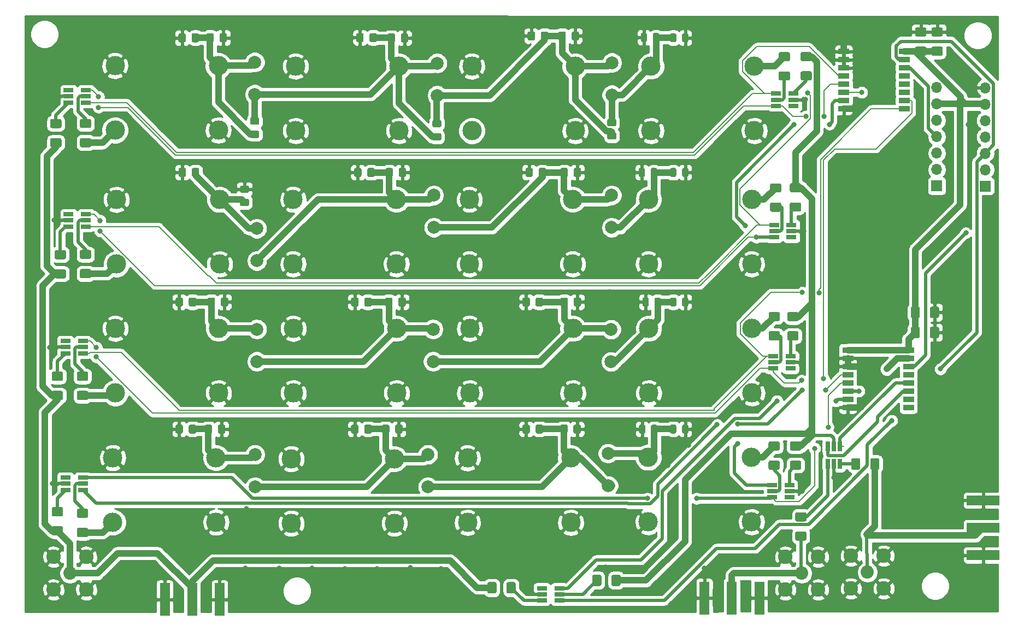
<source format=gbr>
G04 #@! TF.GenerationSoftware,KiCad,Pcbnew,(5.1.10)-1*
G04 #@! TF.CreationDate,2021-09-09T12:48:53+02:00*
G04 #@! TF.ProjectId,bandfilter,62616e64-6669-46c7-9465-722e6b696361,rev?*
G04 #@! TF.SameCoordinates,Original*
G04 #@! TF.FileFunction,Copper,L1,Top*
G04 #@! TF.FilePolarity,Positive*
%FSLAX46Y46*%
G04 Gerber Fmt 4.6, Leading zero omitted, Abs format (unit mm)*
G04 Created by KiCad (PCBNEW (5.1.10)-1) date 2021-09-09 12:48:53*
%MOMM*%
%LPD*%
G01*
G04 APERTURE LIST*
G04 #@! TA.AperFunction,SMDPad,CuDef*
%ADD10R,1.560000X0.650000*%
G04 #@! TD*
G04 #@! TA.AperFunction,SMDPad,CuDef*
%ADD11R,1.700000X0.900000*%
G04 #@! TD*
G04 #@! TA.AperFunction,ComponentPad*
%ADD12C,2.000000*%
G04 #@! TD*
G04 #@! TA.AperFunction,ComponentPad*
%ADD13C,3.000000*%
G04 #@! TD*
G04 #@! TA.AperFunction,ComponentPad*
%ADD14O,1.700000X1.700000*%
G04 #@! TD*
G04 #@! TA.AperFunction,ComponentPad*
%ADD15R,1.700000X1.700000*%
G04 #@! TD*
G04 #@! TA.AperFunction,ComponentPad*
%ADD16C,2.050000*%
G04 #@! TD*
G04 #@! TA.AperFunction,ComponentPad*
%ADD17C,2.250000*%
G04 #@! TD*
G04 #@! TA.AperFunction,SMDPad,CuDef*
%ADD18R,0.650000X1.560000*%
G04 #@! TD*
G04 #@! TA.AperFunction,SMDPad,CuDef*
%ADD19R,1.500000X5.080000*%
G04 #@! TD*
G04 #@! TA.AperFunction,SMDPad,CuDef*
%ADD20R,5.080000X1.500000*%
G04 #@! TD*
G04 #@! TA.AperFunction,ViaPad*
%ADD21C,0.800000*%
G04 #@! TD*
G04 #@! TA.AperFunction,Conductor*
%ADD22C,1.000000*%
G04 #@! TD*
G04 #@! TA.AperFunction,Conductor*
%ADD23C,0.500000*%
G04 #@! TD*
G04 #@! TA.AperFunction,Conductor*
%ADD24C,0.200000*%
G04 #@! TD*
G04 #@! TA.AperFunction,Conductor*
%ADD25C,0.254000*%
G04 #@! TD*
G04 #@! TA.AperFunction,Conductor*
%ADD26C,0.100000*%
G04 #@! TD*
G04 APERTURE END LIST*
G04 #@! TA.AperFunction,SMDPad,CuDef*
G36*
G01*
X148095000Y-109210000D02*
X148095000Y-107960000D01*
G75*
G02*
X148345000Y-107710000I250000J0D01*
G01*
X149270000Y-107710000D01*
G75*
G02*
X149520000Y-107960000I0J-250000D01*
G01*
X149520000Y-109210000D01*
G75*
G02*
X149270000Y-109460000I-250000J0D01*
G01*
X148345000Y-109460000D01*
G75*
G02*
X148095000Y-109210000I0J250000D01*
G01*
G37*
G04 #@! TD.AperFunction*
G04 #@! TA.AperFunction,SMDPad,CuDef*
G36*
G01*
X145120000Y-109210000D02*
X145120000Y-107960000D01*
G75*
G02*
X145370000Y-107710000I250000J0D01*
G01*
X146295000Y-107710000D01*
G75*
G02*
X146545000Y-107960000I0J-250000D01*
G01*
X146545000Y-109210000D01*
G75*
G02*
X146295000Y-109460000I-250000J0D01*
G01*
X145370000Y-109460000D01*
G75*
G02*
X145120000Y-109210000I0J250000D01*
G01*
G37*
G04 #@! TD.AperFunction*
G04 #@! TA.AperFunction,SMDPad,CuDef*
G36*
G01*
X130289000Y-109103000D02*
X130289000Y-110353000D01*
G75*
G02*
X130039000Y-110603000I-250000J0D01*
G01*
X129114000Y-110603000D01*
G75*
G02*
X128864000Y-110353000I0J250000D01*
G01*
X128864000Y-109103000D01*
G75*
G02*
X129114000Y-108853000I250000J0D01*
G01*
X130039000Y-108853000D01*
G75*
G02*
X130289000Y-109103000I0J-250000D01*
G01*
G37*
G04 #@! TD.AperFunction*
G04 #@! TA.AperFunction,SMDPad,CuDef*
G36*
G01*
X133264000Y-109103000D02*
X133264000Y-110353000D01*
G75*
G02*
X133014000Y-110603000I-250000J0D01*
G01*
X132089000Y-110603000D01*
G75*
G02*
X131839000Y-110353000I0J250000D01*
G01*
X131839000Y-109103000D01*
G75*
G02*
X132089000Y-108853000I250000J0D01*
G01*
X133014000Y-108853000D01*
G75*
G02*
X133264000Y-109103000I0J-250000D01*
G01*
G37*
G04 #@! TD.AperFunction*
D10*
X140034000Y-110744000D03*
X140034000Y-109794000D03*
X140034000Y-111694000D03*
X137334000Y-111694000D03*
X137334000Y-110744000D03*
X137334000Y-109794000D03*
G04 #@! TA.AperFunction,SMDPad,CuDef*
G36*
G01*
X195399500Y-25857500D02*
X196649500Y-25857500D01*
G75*
G02*
X196899500Y-26107500I0J-250000D01*
G01*
X196899500Y-27032500D01*
G75*
G02*
X196649500Y-27282500I-250000J0D01*
G01*
X195399500Y-27282500D01*
G75*
G02*
X195149500Y-27032500I0J250000D01*
G01*
X195149500Y-26107500D01*
G75*
G02*
X195399500Y-25857500I250000J0D01*
G01*
G37*
G04 #@! TD.AperFunction*
G04 #@! TA.AperFunction,SMDPad,CuDef*
G36*
G01*
X195399500Y-22882500D02*
X196649500Y-22882500D01*
G75*
G02*
X196899500Y-23132500I0J-250000D01*
G01*
X196899500Y-24057500D01*
G75*
G02*
X196649500Y-24307500I-250000J0D01*
G01*
X195399500Y-24307500D01*
G75*
G02*
X195149500Y-24057500I0J250000D01*
G01*
X195149500Y-23132500D01*
G75*
G02*
X195399500Y-22882500I250000J0D01*
G01*
G37*
G04 #@! TD.AperFunction*
G04 #@! TA.AperFunction,SMDPad,CuDef*
G36*
G01*
X195884500Y-69542500D02*
X195884500Y-70792500D01*
G75*
G02*
X195634500Y-71042500I-250000J0D01*
G01*
X194709500Y-71042500D01*
G75*
G02*
X194459500Y-70792500I0J250000D01*
G01*
X194459500Y-69542500D01*
G75*
G02*
X194709500Y-69292500I250000J0D01*
G01*
X195634500Y-69292500D01*
G75*
G02*
X195884500Y-69542500I0J-250000D01*
G01*
G37*
G04 #@! TD.AperFunction*
G04 #@! TA.AperFunction,SMDPad,CuDef*
G36*
G01*
X198859500Y-69542500D02*
X198859500Y-70792500D01*
G75*
G02*
X198609500Y-71042500I-250000J0D01*
G01*
X197684500Y-71042500D01*
G75*
G02*
X197434500Y-70792500I0J250000D01*
G01*
X197434500Y-69542500D01*
G75*
G02*
X197684500Y-69292500I250000J0D01*
G01*
X198609500Y-69292500D01*
G75*
G02*
X198859500Y-69542500I0J-250000D01*
G01*
G37*
G04 #@! TD.AperFunction*
D11*
X184720500Y-72893000D03*
X184720500Y-74173000D03*
X184720500Y-75433000D03*
X184720500Y-76703000D03*
X184720500Y-77983000D03*
X184720500Y-79253000D03*
X184720500Y-80513000D03*
X184720500Y-81793000D03*
X194120500Y-81793000D03*
X194120500Y-80513000D03*
X194120500Y-79253000D03*
X194120500Y-77983000D03*
X194120500Y-76703000D03*
X194120500Y-75433000D03*
X194120500Y-74173000D03*
X194120500Y-72893000D03*
X184085500Y-26601500D03*
X184085500Y-27881500D03*
X184085500Y-29141500D03*
X184085500Y-30411500D03*
X184085500Y-31691500D03*
X184085500Y-32961500D03*
X184085500Y-34221500D03*
X184085500Y-35501500D03*
X193485500Y-35501500D03*
X193485500Y-34221500D03*
X193485500Y-32961500D03*
X193485500Y-31691500D03*
X193485500Y-30411500D03*
X193485500Y-29141500D03*
X193485500Y-27881500D03*
X193485500Y-26601500D03*
D12*
X93157040Y-54052460D03*
X93157040Y-59052460D03*
G04 #@! TA.AperFunction,SMDPad,CuDef*
G36*
G01*
X90799499Y-49438980D02*
X91699501Y-49438980D01*
G75*
G02*
X91949500Y-49688979I0J-249999D01*
G01*
X91949500Y-50338981D01*
G75*
G02*
X91699501Y-50588980I-249999J0D01*
G01*
X90799499Y-50588980D01*
G75*
G02*
X90549500Y-50338981I0J249999D01*
G01*
X90549500Y-49688979D01*
G75*
G02*
X90799499Y-49438980I249999J0D01*
G01*
G37*
G04 #@! TD.AperFunction*
G04 #@! TA.AperFunction,SMDPad,CuDef*
G36*
G01*
X90799499Y-47388980D02*
X91699501Y-47388980D01*
G75*
G02*
X91949500Y-47638979I0J-249999D01*
G01*
X91949500Y-48288981D01*
G75*
G02*
X91699501Y-48538980I-249999J0D01*
G01*
X90799499Y-48538980D01*
G75*
G02*
X90549500Y-48288981I0J249999D01*
G01*
X90549500Y-47638979D01*
G75*
G02*
X90799499Y-47388980I249999J0D01*
G01*
G37*
G04 #@! TD.AperFunction*
G04 #@! TA.AperFunction,SMDPad,CuDef*
G36*
G01*
X188201600Y-91168380D02*
X188201600Y-89918380D01*
G75*
G02*
X188451600Y-89668380I250000J0D01*
G01*
X189376600Y-89668380D01*
G75*
G02*
X189626600Y-89918380I0J-250000D01*
G01*
X189626600Y-91168380D01*
G75*
G02*
X189376600Y-91418380I-250000J0D01*
G01*
X188451600Y-91418380D01*
G75*
G02*
X188201600Y-91168380I0J250000D01*
G01*
G37*
G04 #@! TD.AperFunction*
G04 #@! TA.AperFunction,SMDPad,CuDef*
G36*
G01*
X185226600Y-91168380D02*
X185226600Y-89918380D01*
G75*
G02*
X185476600Y-89668380I250000J0D01*
G01*
X186401600Y-89668380D01*
G75*
G02*
X186651600Y-89918380I0J-250000D01*
G01*
X186651600Y-91168380D01*
G75*
G02*
X186401600Y-91418380I-250000J0D01*
G01*
X185476600Y-91418380D01*
G75*
G02*
X185226600Y-91168380I0J250000D01*
G01*
G37*
G04 #@! TD.AperFunction*
D13*
X70830440Y-99588320D03*
X86830440Y-99588320D03*
X70830440Y-89588320D03*
X86830440Y-89588320D03*
X98475800Y-99753440D03*
X114475800Y-99753440D03*
X98475800Y-89753440D03*
X114475800Y-89753440D03*
D14*
X206019400Y-32232600D03*
X206019400Y-34772600D03*
X206019400Y-37312600D03*
X206019400Y-39852600D03*
X206019400Y-42392600D03*
X206019400Y-44932600D03*
D15*
X206019400Y-47472600D03*
G04 #@! TA.AperFunction,SMDPad,CuDef*
G36*
G01*
X197939500Y-25857500D02*
X199189500Y-25857500D01*
G75*
G02*
X199439500Y-26107500I0J-250000D01*
G01*
X199439500Y-27032500D01*
G75*
G02*
X199189500Y-27282500I-250000J0D01*
G01*
X197939500Y-27282500D01*
G75*
G02*
X197689500Y-27032500I0J250000D01*
G01*
X197689500Y-26107500D01*
G75*
G02*
X197939500Y-25857500I250000J0D01*
G01*
G37*
G04 #@! TD.AperFunction*
G04 #@! TA.AperFunction,SMDPad,CuDef*
G36*
G01*
X197939500Y-22882500D02*
X199189500Y-22882500D01*
G75*
G02*
X199439500Y-23132500I0J-250000D01*
G01*
X199439500Y-24057500D01*
G75*
G02*
X199189500Y-24307500I-250000J0D01*
G01*
X197939500Y-24307500D01*
G75*
G02*
X197689500Y-24057500I0J250000D01*
G01*
X197689500Y-23132500D01*
G75*
G02*
X197939500Y-22882500I250000J0D01*
G01*
G37*
G04 #@! TD.AperFunction*
D10*
X176320440Y-35052040D03*
X176320440Y-34102040D03*
X176320440Y-33152040D03*
X173620440Y-33152040D03*
X173620440Y-35052040D03*
X173620440Y-34102040D03*
D15*
X198511160Y-47467520D03*
D14*
X198511160Y-44927520D03*
X198511160Y-42387520D03*
X198511160Y-39847520D03*
X198511160Y-37307520D03*
X198511160Y-34767520D03*
X198511160Y-32227520D03*
D13*
X115161600Y-28904140D03*
X99161600Y-28904140D03*
X115161600Y-38904140D03*
X99161600Y-38904140D03*
X126483840Y-38904140D03*
X142483840Y-38904140D03*
X126483840Y-28904140D03*
X142483840Y-28904140D03*
D12*
X92826840Y-33268920D03*
X92826840Y-28268920D03*
X121097040Y-33421320D03*
X121097040Y-28421320D03*
X148153120Y-33350200D03*
X148153120Y-28350200D03*
X120573800Y-53888640D03*
X120573800Y-48888640D03*
X148127720Y-48898800D03*
X148127720Y-53898800D03*
X93157040Y-74660760D03*
X93157040Y-69660760D03*
X120467120Y-69655680D03*
X120467120Y-74655680D03*
X148041360Y-69691240D03*
X148041360Y-74691240D03*
D13*
X98775520Y-59555240D03*
X114775520Y-59555240D03*
X98775520Y-49555240D03*
X114775520Y-49555240D03*
X142097760Y-49555240D03*
X126097760Y-49555240D03*
X142097760Y-59555240D03*
X126097760Y-59555240D03*
X114816160Y-69542640D03*
X98816160Y-69542640D03*
X114816160Y-79542640D03*
X98816160Y-79542640D03*
X126138400Y-79542640D03*
X142138400Y-79542640D03*
X126138400Y-69542640D03*
X142138400Y-69542640D03*
X87180960Y-28816280D03*
X71180960Y-28816280D03*
X87180960Y-38816280D03*
X71180960Y-38816280D03*
X154220640Y-38904140D03*
X170220640Y-38904140D03*
X154220640Y-28904140D03*
X170220640Y-28904140D03*
X87394320Y-49568080D03*
X71394320Y-49568080D03*
X87394320Y-59568080D03*
X71394320Y-59568080D03*
X169834560Y-49555240D03*
X153834560Y-49555240D03*
X169834560Y-59555240D03*
X153834560Y-59555240D03*
X87221600Y-69542640D03*
X71221600Y-69542640D03*
X87221600Y-79542640D03*
X71221600Y-79542640D03*
X169875200Y-69542640D03*
X153875200Y-69542640D03*
X169875200Y-79542640D03*
X153875200Y-79542640D03*
D12*
X92862400Y-89088320D03*
X92862400Y-94088320D03*
X119644160Y-94088320D03*
X119644160Y-89088320D03*
X147558760Y-88900000D03*
X147558760Y-93900000D03*
D16*
X64190880Y-107482640D03*
D17*
X66730880Y-110022640D03*
X66730880Y-104942640D03*
X61650880Y-104942640D03*
X61650880Y-110022640D03*
D16*
X187761880Y-107320080D03*
D17*
X190301880Y-109860080D03*
X190301880Y-104780080D03*
X185221880Y-104780080D03*
X185221880Y-109860080D03*
X175061880Y-110022640D03*
X175061880Y-104942640D03*
X180141880Y-104942640D03*
X180141880Y-110022640D03*
D16*
X177601880Y-107482640D03*
D13*
X141798040Y-89611200D03*
X125798040Y-89611200D03*
X141798040Y-99611200D03*
X125798040Y-99611200D03*
X153799000Y-99529920D03*
X169799000Y-99529920D03*
X153799000Y-89529920D03*
X169799000Y-89529920D03*
D10*
X63963560Y-32628800D03*
X63963560Y-33578800D03*
X63963560Y-34528800D03*
X66663560Y-34528800D03*
X66663560Y-32628800D03*
X66663560Y-33578800D03*
X63963560Y-51846440D03*
X63963560Y-52796440D03*
X63963560Y-53746440D03*
X66663560Y-53746440D03*
X66663560Y-51846440D03*
X66663560Y-52796440D03*
X66196200Y-72430640D03*
X66196200Y-71480640D03*
X66196200Y-73380640D03*
X63496200Y-73380640D03*
X63496200Y-72430640D03*
X63496200Y-71480640D03*
X63496200Y-92659160D03*
X63496200Y-93609160D03*
X63496200Y-94559160D03*
X66196200Y-94559160D03*
X66196200Y-92659160D03*
X66196200Y-93609160D03*
X173290240Y-54477920D03*
X173290240Y-55427920D03*
X173290240Y-53527920D03*
X175990240Y-53527920D03*
X175990240Y-54477920D03*
X175990240Y-55427920D03*
X173153080Y-74797920D03*
X173153080Y-75747920D03*
X173153080Y-73847920D03*
X175853080Y-73847920D03*
X175853080Y-74797920D03*
X175853080Y-75747920D03*
X172975280Y-94762320D03*
X172975280Y-95712320D03*
X172975280Y-93812320D03*
X175675280Y-93812320D03*
X175675280Y-94762320D03*
X175675280Y-95712320D03*
D18*
X181615040Y-90539560D03*
X182565040Y-90539560D03*
X183515040Y-90539560D03*
X183515040Y-87839560D03*
X181615040Y-87839560D03*
X182565040Y-87839560D03*
G04 #@! TA.AperFunction,SMDPad,CuDef*
G36*
G01*
X80995720Y-24955921D02*
X80995720Y-24055919D01*
G75*
G02*
X81245719Y-23805920I249999J0D01*
G01*
X81895721Y-23805920D01*
G75*
G02*
X82145720Y-24055919I0J-249999D01*
G01*
X82145720Y-24955921D01*
G75*
G02*
X81895721Y-25205920I-249999J0D01*
G01*
X81245719Y-25205920D01*
G75*
G02*
X80995720Y-24955921I0J249999D01*
G01*
G37*
G04 #@! TD.AperFunction*
G04 #@! TA.AperFunction,SMDPad,CuDef*
G36*
G01*
X83045720Y-24955921D02*
X83045720Y-24055919D01*
G75*
G02*
X83295719Y-23805920I249999J0D01*
G01*
X83945721Y-23805920D01*
G75*
G02*
X84195720Y-24055919I0J-249999D01*
G01*
X84195720Y-24955921D01*
G75*
G02*
X83945721Y-25205920I-249999J0D01*
G01*
X83295719Y-25205920D01*
G75*
G02*
X83045720Y-24955921I0J249999D01*
G01*
G37*
G04 #@! TD.AperFunction*
G04 #@! TA.AperFunction,SMDPad,CuDef*
G36*
G01*
X81016040Y-45814401D02*
X81016040Y-44914399D01*
G75*
G02*
X81266039Y-44664400I249999J0D01*
G01*
X81916041Y-44664400D01*
G75*
G02*
X82166040Y-44914399I0J-249999D01*
G01*
X82166040Y-45814401D01*
G75*
G02*
X81916041Y-46064400I-249999J0D01*
G01*
X81266039Y-46064400D01*
G75*
G02*
X81016040Y-45814401I0J249999D01*
G01*
G37*
G04 #@! TD.AperFunction*
G04 #@! TA.AperFunction,SMDPad,CuDef*
G36*
G01*
X83066040Y-45814401D02*
X83066040Y-44914399D01*
G75*
G02*
X83316039Y-44664400I249999J0D01*
G01*
X83966041Y-44664400D01*
G75*
G02*
X84216040Y-44914399I0J-249999D01*
G01*
X84216040Y-45814401D01*
G75*
G02*
X83966041Y-46064400I-249999J0D01*
G01*
X83316039Y-46064400D01*
G75*
G02*
X83066040Y-45814401I0J249999D01*
G01*
G37*
G04 #@! TD.AperFunction*
G04 #@! TA.AperFunction,SMDPad,CuDef*
G36*
G01*
X80548680Y-65900721D02*
X80548680Y-65000719D01*
G75*
G02*
X80798679Y-64750720I249999J0D01*
G01*
X81448681Y-64750720D01*
G75*
G02*
X81698680Y-65000719I0J-249999D01*
G01*
X81698680Y-65900721D01*
G75*
G02*
X81448681Y-66150720I-249999J0D01*
G01*
X80798679Y-66150720D01*
G75*
G02*
X80548680Y-65900721I0J249999D01*
G01*
G37*
G04 #@! TD.AperFunction*
G04 #@! TA.AperFunction,SMDPad,CuDef*
G36*
G01*
X82598680Y-65900721D02*
X82598680Y-65000719D01*
G75*
G02*
X82848679Y-64750720I249999J0D01*
G01*
X83498681Y-64750720D01*
G75*
G02*
X83748680Y-65000719I0J-249999D01*
G01*
X83748680Y-65900721D01*
G75*
G02*
X83498681Y-66150720I-249999J0D01*
G01*
X82848679Y-66150720D01*
G75*
G02*
X82598680Y-65900721I0J249999D01*
G01*
G37*
G04 #@! TD.AperFunction*
G04 #@! TA.AperFunction,SMDPad,CuDef*
G36*
G01*
X86219880Y-84690799D02*
X86219880Y-85590801D01*
G75*
G02*
X85969881Y-85840800I-249999J0D01*
G01*
X85319879Y-85840800D01*
G75*
G02*
X85069880Y-85590801I0J249999D01*
G01*
X85069880Y-84690799D01*
G75*
G02*
X85319879Y-84440800I249999J0D01*
G01*
X85969881Y-84440800D01*
G75*
G02*
X86219880Y-84690799I0J-249999D01*
G01*
G37*
G04 #@! TD.AperFunction*
G04 #@! TA.AperFunction,SMDPad,CuDef*
G36*
G01*
X88269880Y-84690799D02*
X88269880Y-85590801D01*
G75*
G02*
X88019881Y-85840800I-249999J0D01*
G01*
X87369879Y-85840800D01*
G75*
G02*
X87119880Y-85590801I0J249999D01*
G01*
X87119880Y-84690799D01*
G75*
G02*
X87369879Y-84440800I249999J0D01*
G01*
X88019881Y-84440800D01*
G75*
G02*
X88269880Y-84690799I0J-249999D01*
G01*
G37*
G04 #@! TD.AperFunction*
G04 #@! TA.AperFunction,SMDPad,CuDef*
G36*
G01*
X86473880Y-24040679D02*
X86473880Y-24940681D01*
G75*
G02*
X86223881Y-25190680I-249999J0D01*
G01*
X85573879Y-25190680D01*
G75*
G02*
X85323880Y-24940681I0J249999D01*
G01*
X85323880Y-24040679D01*
G75*
G02*
X85573879Y-23790680I249999J0D01*
G01*
X86223881Y-23790680D01*
G75*
G02*
X86473880Y-24040679I0J-249999D01*
G01*
G37*
G04 #@! TD.AperFunction*
G04 #@! TA.AperFunction,SMDPad,CuDef*
G36*
G01*
X88523880Y-24040679D02*
X88523880Y-24940681D01*
G75*
G02*
X88273881Y-25190680I-249999J0D01*
G01*
X87623879Y-25190680D01*
G75*
G02*
X87373880Y-24940681I0J249999D01*
G01*
X87373880Y-24040679D01*
G75*
G02*
X87623879Y-23790680I249999J0D01*
G01*
X88273881Y-23790680D01*
G75*
G02*
X88523880Y-24040679I0J-249999D01*
G01*
G37*
G04 #@! TD.AperFunction*
G04 #@! TA.AperFunction,SMDPad,CuDef*
G36*
G01*
X88722000Y-65000719D02*
X88722000Y-65900721D01*
G75*
G02*
X88472001Y-66150720I-249999J0D01*
G01*
X87821999Y-66150720D01*
G75*
G02*
X87572000Y-65900721I0J249999D01*
G01*
X87572000Y-65000719D01*
G75*
G02*
X87821999Y-64750720I249999J0D01*
G01*
X88472001Y-64750720D01*
G75*
G02*
X88722000Y-65000719I0J-249999D01*
G01*
G37*
G04 #@! TD.AperFunction*
G04 #@! TA.AperFunction,SMDPad,CuDef*
G36*
G01*
X86672000Y-65000719D02*
X86672000Y-65900721D01*
G75*
G02*
X86422001Y-66150720I-249999J0D01*
G01*
X85771999Y-66150720D01*
G75*
G02*
X85522000Y-65900721I0J249999D01*
G01*
X85522000Y-65000719D01*
G75*
G02*
X85771999Y-64750720I249999J0D01*
G01*
X86422001Y-64750720D01*
G75*
G02*
X86672000Y-65000719I0J-249999D01*
G01*
G37*
G04 #@! TD.AperFunction*
G04 #@! TA.AperFunction,SMDPad,CuDef*
G36*
G01*
X80548680Y-85590801D02*
X80548680Y-84690799D01*
G75*
G02*
X80798679Y-84440800I249999J0D01*
G01*
X81448681Y-84440800D01*
G75*
G02*
X81698680Y-84690799I0J-249999D01*
G01*
X81698680Y-85590801D01*
G75*
G02*
X81448681Y-85840800I-249999J0D01*
G01*
X80798679Y-85840800D01*
G75*
G02*
X80548680Y-85590801I0J249999D01*
G01*
G37*
G04 #@! TD.AperFunction*
G04 #@! TA.AperFunction,SMDPad,CuDef*
G36*
G01*
X82598680Y-85590801D02*
X82598680Y-84690799D01*
G75*
G02*
X82848679Y-84440800I249999J0D01*
G01*
X83498681Y-84440800D01*
G75*
G02*
X83748680Y-84690799I0J-249999D01*
G01*
X83748680Y-85590801D01*
G75*
G02*
X83498681Y-85840800I-249999J0D01*
G01*
X82848679Y-85840800D01*
G75*
G02*
X82598680Y-85590801I0J249999D01*
G01*
G37*
G04 #@! TD.AperFunction*
G04 #@! TA.AperFunction,SMDPad,CuDef*
G36*
G01*
X92376839Y-38885280D02*
X93276841Y-38885280D01*
G75*
G02*
X93526840Y-39135279I0J-249999D01*
G01*
X93526840Y-39785281D01*
G75*
G02*
X93276841Y-40035280I-249999J0D01*
G01*
X92376839Y-40035280D01*
G75*
G02*
X92126840Y-39785281I0J249999D01*
G01*
X92126840Y-39135279D01*
G75*
G02*
X92376839Y-38885280I249999J0D01*
G01*
G37*
G04 #@! TD.AperFunction*
G04 #@! TA.AperFunction,SMDPad,CuDef*
G36*
G01*
X92376839Y-36835280D02*
X93276841Y-36835280D01*
G75*
G02*
X93526840Y-37085279I0J-249999D01*
G01*
X93526840Y-37735281D01*
G75*
G02*
X93276841Y-37985280I-249999J0D01*
G01*
X92376839Y-37985280D01*
G75*
G02*
X92126840Y-37735281I0J249999D01*
G01*
X92126840Y-37085279D01*
G75*
G02*
X92376839Y-36835280I249999J0D01*
G01*
G37*
G04 #@! TD.AperFunction*
G04 #@! TA.AperFunction,SMDPad,CuDef*
G36*
G01*
X113411200Y-24966081D02*
X113411200Y-24066079D01*
G75*
G02*
X113661199Y-23816080I249999J0D01*
G01*
X114311201Y-23816080D01*
G75*
G02*
X114561200Y-24066079I0J-249999D01*
G01*
X114561200Y-24966081D01*
G75*
G02*
X114311201Y-25216080I-249999J0D01*
G01*
X113661199Y-25216080D01*
G75*
G02*
X113411200Y-24966081I0J249999D01*
G01*
G37*
G04 #@! TD.AperFunction*
G04 #@! TA.AperFunction,SMDPad,CuDef*
G36*
G01*
X115461200Y-24966081D02*
X115461200Y-24066079D01*
G75*
G02*
X115711199Y-23816080I249999J0D01*
G01*
X116361201Y-23816080D01*
G75*
G02*
X116611200Y-24066079I0J-249999D01*
G01*
X116611200Y-24966081D01*
G75*
G02*
X116361201Y-25216080I-249999J0D01*
G01*
X115711199Y-25216080D01*
G75*
G02*
X115461200Y-24966081I0J249999D01*
G01*
G37*
G04 #@! TD.AperFunction*
G04 #@! TA.AperFunction,SMDPad,CuDef*
G36*
G01*
X111419440Y-44914399D02*
X111419440Y-45814401D01*
G75*
G02*
X111169441Y-46064400I-249999J0D01*
G01*
X110519439Y-46064400D01*
G75*
G02*
X110269440Y-45814401I0J249999D01*
G01*
X110269440Y-44914399D01*
G75*
G02*
X110519439Y-44664400I249999J0D01*
G01*
X111169441Y-44664400D01*
G75*
G02*
X111419440Y-44914399I0J-249999D01*
G01*
G37*
G04 #@! TD.AperFunction*
G04 #@! TA.AperFunction,SMDPad,CuDef*
G36*
G01*
X109369440Y-44914399D02*
X109369440Y-45814401D01*
G75*
G02*
X109119441Y-46064400I-249999J0D01*
G01*
X108469439Y-46064400D01*
G75*
G02*
X108219440Y-45814401I0J249999D01*
G01*
X108219440Y-44914399D01*
G75*
G02*
X108469439Y-44664400I249999J0D01*
G01*
X109119441Y-44664400D01*
G75*
G02*
X109369440Y-44914399I0J-249999D01*
G01*
G37*
G04 #@! TD.AperFunction*
G04 #@! TA.AperFunction,SMDPad,CuDef*
G36*
G01*
X110952080Y-65000719D02*
X110952080Y-65900721D01*
G75*
G02*
X110702081Y-66150720I-249999J0D01*
G01*
X110052079Y-66150720D01*
G75*
G02*
X109802080Y-65900721I0J249999D01*
G01*
X109802080Y-65000719D01*
G75*
G02*
X110052079Y-64750720I249999J0D01*
G01*
X110702081Y-64750720D01*
G75*
G02*
X110952080Y-65000719I0J-249999D01*
G01*
G37*
G04 #@! TD.AperFunction*
G04 #@! TA.AperFunction,SMDPad,CuDef*
G36*
G01*
X108902080Y-65000719D02*
X108902080Y-65900721D01*
G75*
G02*
X108652081Y-66150720I-249999J0D01*
G01*
X108002079Y-66150720D01*
G75*
G02*
X107752080Y-65900721I0J249999D01*
G01*
X107752080Y-65000719D01*
G75*
G02*
X108002079Y-64750720I249999J0D01*
G01*
X108652081Y-64750720D01*
G75*
G02*
X108902080Y-65000719I0J-249999D01*
G01*
G37*
G04 #@! TD.AperFunction*
G04 #@! TA.AperFunction,SMDPad,CuDef*
G36*
G01*
X108902080Y-84690799D02*
X108902080Y-85590801D01*
G75*
G02*
X108652081Y-85840800I-249999J0D01*
G01*
X108002079Y-85840800D01*
G75*
G02*
X107752080Y-85590801I0J249999D01*
G01*
X107752080Y-84690799D01*
G75*
G02*
X108002079Y-84440800I249999J0D01*
G01*
X108652081Y-84440800D01*
G75*
G02*
X108902080Y-84690799I0J-249999D01*
G01*
G37*
G04 #@! TD.AperFunction*
G04 #@! TA.AperFunction,SMDPad,CuDef*
G36*
G01*
X110952080Y-84690799D02*
X110952080Y-85590801D01*
G75*
G02*
X110702081Y-85840800I-249999J0D01*
G01*
X110052079Y-85840800D01*
G75*
G02*
X109802080Y-85590801I0J249999D01*
G01*
X109802080Y-84690799D01*
G75*
G02*
X110052079Y-84440800I249999J0D01*
G01*
X110702081Y-84440800D01*
G75*
G02*
X110952080Y-84690799I0J-249999D01*
G01*
G37*
G04 #@! TD.AperFunction*
G04 #@! TA.AperFunction,SMDPad,CuDef*
G36*
G01*
X114231000Y-44914399D02*
X114231000Y-45814401D01*
G75*
G02*
X113981001Y-46064400I-249999J0D01*
G01*
X113330999Y-46064400D01*
G75*
G02*
X113081000Y-45814401I0J249999D01*
G01*
X113081000Y-44914399D01*
G75*
G02*
X113330999Y-44664400I249999J0D01*
G01*
X113981001Y-44664400D01*
G75*
G02*
X114231000Y-44914399I0J-249999D01*
G01*
G37*
G04 #@! TD.AperFunction*
G04 #@! TA.AperFunction,SMDPad,CuDef*
G36*
G01*
X116281000Y-44914399D02*
X116281000Y-45814401D01*
G75*
G02*
X116031001Y-46064400I-249999J0D01*
G01*
X115380999Y-46064400D01*
G75*
G02*
X115131000Y-45814401I0J249999D01*
G01*
X115131000Y-44914399D01*
G75*
G02*
X115380999Y-44664400I249999J0D01*
G01*
X116031001Y-44664400D01*
G75*
G02*
X116281000Y-44914399I0J-249999D01*
G01*
G37*
G04 #@! TD.AperFunction*
G04 #@! TA.AperFunction,SMDPad,CuDef*
G36*
G01*
X114175120Y-65000719D02*
X114175120Y-65900721D01*
G75*
G02*
X113925121Y-66150720I-249999J0D01*
G01*
X113275119Y-66150720D01*
G75*
G02*
X113025120Y-65900721I0J249999D01*
G01*
X113025120Y-65000719D01*
G75*
G02*
X113275119Y-64750720I249999J0D01*
G01*
X113925121Y-64750720D01*
G75*
G02*
X114175120Y-65000719I0J-249999D01*
G01*
G37*
G04 #@! TD.AperFunction*
G04 #@! TA.AperFunction,SMDPad,CuDef*
G36*
G01*
X116225120Y-65000719D02*
X116225120Y-65900721D01*
G75*
G02*
X115975121Y-66150720I-249999J0D01*
G01*
X115325119Y-66150720D01*
G75*
G02*
X115075120Y-65900721I0J249999D01*
G01*
X115075120Y-65000719D01*
G75*
G02*
X115325119Y-64750720I249999J0D01*
G01*
X115975121Y-64750720D01*
G75*
G02*
X116225120Y-65000719I0J-249999D01*
G01*
G37*
G04 #@! TD.AperFunction*
G04 #@! TA.AperFunction,SMDPad,CuDef*
G36*
G01*
X115737440Y-84690799D02*
X115737440Y-85590801D01*
G75*
G02*
X115487441Y-85840800I-249999J0D01*
G01*
X114837439Y-85840800D01*
G75*
G02*
X114587440Y-85590801I0J249999D01*
G01*
X114587440Y-84690799D01*
G75*
G02*
X114837439Y-84440800I249999J0D01*
G01*
X115487441Y-84440800D01*
G75*
G02*
X115737440Y-84690799I0J-249999D01*
G01*
G37*
G04 #@! TD.AperFunction*
G04 #@! TA.AperFunction,SMDPad,CuDef*
G36*
G01*
X113687440Y-84690799D02*
X113687440Y-85590801D01*
G75*
G02*
X113437441Y-85840800I-249999J0D01*
G01*
X112787439Y-85840800D01*
G75*
G02*
X112537440Y-85590801I0J249999D01*
G01*
X112537440Y-84690799D01*
G75*
G02*
X112787439Y-84440800I249999J0D01*
G01*
X113437441Y-84440800D01*
G75*
G02*
X113687440Y-84690799I0J-249999D01*
G01*
G37*
G04 #@! TD.AperFunction*
G04 #@! TA.AperFunction,SMDPad,CuDef*
G36*
G01*
X109699640Y-24015279D02*
X109699640Y-24915281D01*
G75*
G02*
X109449641Y-25165280I-249999J0D01*
G01*
X108799639Y-25165280D01*
G75*
G02*
X108549640Y-24915281I0J249999D01*
G01*
X108549640Y-24015279D01*
G75*
G02*
X108799639Y-23765280I249999J0D01*
G01*
X109449641Y-23765280D01*
G75*
G02*
X109699640Y-24015279I0J-249999D01*
G01*
G37*
G04 #@! TD.AperFunction*
G04 #@! TA.AperFunction,SMDPad,CuDef*
G36*
G01*
X111749640Y-24015279D02*
X111749640Y-24915281D01*
G75*
G02*
X111499641Y-25165280I-249999J0D01*
G01*
X110849639Y-25165280D01*
G75*
G02*
X110599640Y-24915281I0J249999D01*
G01*
X110599640Y-24015279D01*
G75*
G02*
X110849639Y-23765280I249999J0D01*
G01*
X111499641Y-23765280D01*
G75*
G02*
X111749640Y-24015279I0J-249999D01*
G01*
G37*
G04 #@! TD.AperFunction*
G04 #@! TA.AperFunction,SMDPad,CuDef*
G36*
G01*
X120596239Y-37216280D02*
X121496241Y-37216280D01*
G75*
G02*
X121746240Y-37466279I0J-249999D01*
G01*
X121746240Y-38116281D01*
G75*
G02*
X121496241Y-38366280I-249999J0D01*
G01*
X120596239Y-38366280D01*
G75*
G02*
X120346240Y-38116281I0J249999D01*
G01*
X120346240Y-37466279D01*
G75*
G02*
X120596239Y-37216280I249999J0D01*
G01*
G37*
G04 #@! TD.AperFunction*
G04 #@! TA.AperFunction,SMDPad,CuDef*
G36*
G01*
X120596239Y-39266280D02*
X121496241Y-39266280D01*
G75*
G02*
X121746240Y-39516279I0J-249999D01*
G01*
X121746240Y-40166281D01*
G75*
G02*
X121496241Y-40416280I-249999J0D01*
G01*
X120596239Y-40416280D01*
G75*
G02*
X120346240Y-40166281I0J249999D01*
G01*
X120346240Y-39516279D01*
G75*
G02*
X120596239Y-39266280I249999J0D01*
G01*
G37*
G04 #@! TD.AperFunction*
G04 #@! TA.AperFunction,SMDPad,CuDef*
G36*
G01*
X137147720Y-24666361D02*
X137147720Y-23766359D01*
G75*
G02*
X137397719Y-23516360I249999J0D01*
G01*
X138047721Y-23516360D01*
G75*
G02*
X138297720Y-23766359I0J-249999D01*
G01*
X138297720Y-24666361D01*
G75*
G02*
X138047721Y-24916360I-249999J0D01*
G01*
X137397719Y-24916360D01*
G75*
G02*
X137147720Y-24666361I0J249999D01*
G01*
G37*
G04 #@! TD.AperFunction*
G04 #@! TA.AperFunction,SMDPad,CuDef*
G36*
G01*
X135097720Y-24666361D02*
X135097720Y-23766359D01*
G75*
G02*
X135347719Y-23516360I249999J0D01*
G01*
X135997721Y-23516360D01*
G75*
G02*
X136247720Y-23766359I0J-249999D01*
G01*
X136247720Y-24666361D01*
G75*
G02*
X135997721Y-24916360I-249999J0D01*
G01*
X135347719Y-24916360D01*
G75*
G02*
X135097720Y-24666361I0J249999D01*
G01*
G37*
G04 #@! TD.AperFunction*
G04 #@! TA.AperFunction,SMDPad,CuDef*
G36*
G01*
X136817520Y-45814401D02*
X136817520Y-44914399D01*
G75*
G02*
X137067519Y-44664400I249999J0D01*
G01*
X137717521Y-44664400D01*
G75*
G02*
X137967520Y-44914399I0J-249999D01*
G01*
X137967520Y-45814401D01*
G75*
G02*
X137717521Y-46064400I-249999J0D01*
G01*
X137067519Y-46064400D01*
G75*
G02*
X136817520Y-45814401I0J249999D01*
G01*
G37*
G04 #@! TD.AperFunction*
G04 #@! TA.AperFunction,SMDPad,CuDef*
G36*
G01*
X134767520Y-45814401D02*
X134767520Y-44914399D01*
G75*
G02*
X135017519Y-44664400I249999J0D01*
G01*
X135667521Y-44664400D01*
G75*
G02*
X135917520Y-44914399I0J-249999D01*
G01*
X135917520Y-45814401D01*
G75*
G02*
X135667521Y-46064400I-249999J0D01*
G01*
X135017519Y-46064400D01*
G75*
G02*
X134767520Y-45814401I0J249999D01*
G01*
G37*
G04 #@! TD.AperFunction*
G04 #@! TA.AperFunction,SMDPad,CuDef*
G36*
G01*
X134300160Y-65900721D02*
X134300160Y-65000719D01*
G75*
G02*
X134550159Y-64750720I249999J0D01*
G01*
X135200161Y-64750720D01*
G75*
G02*
X135450160Y-65000719I0J-249999D01*
G01*
X135450160Y-65900721D01*
G75*
G02*
X135200161Y-66150720I-249999J0D01*
G01*
X134550159Y-66150720D01*
G75*
G02*
X134300160Y-65900721I0J249999D01*
G01*
G37*
G04 #@! TD.AperFunction*
G04 #@! TA.AperFunction,SMDPad,CuDef*
G36*
G01*
X136350160Y-65900721D02*
X136350160Y-65000719D01*
G75*
G02*
X136600159Y-64750720I249999J0D01*
G01*
X137250161Y-64750720D01*
G75*
G02*
X137500160Y-65000719I0J-249999D01*
G01*
X137500160Y-65900721D01*
G75*
G02*
X137250161Y-66150720I-249999J0D01*
G01*
X136600159Y-66150720D01*
G75*
G02*
X136350160Y-65900721I0J249999D01*
G01*
G37*
G04 #@! TD.AperFunction*
G04 #@! TA.AperFunction,SMDPad,CuDef*
G36*
G01*
X143357400Y-84690799D02*
X143357400Y-85590801D01*
G75*
G02*
X143107401Y-85840800I-249999J0D01*
G01*
X142457399Y-85840800D01*
G75*
G02*
X142207400Y-85590801I0J249999D01*
G01*
X142207400Y-84690799D01*
G75*
G02*
X142457399Y-84440800I249999J0D01*
G01*
X143107401Y-84440800D01*
G75*
G02*
X143357400Y-84690799I0J-249999D01*
G01*
G37*
G04 #@! TD.AperFunction*
G04 #@! TA.AperFunction,SMDPad,CuDef*
G36*
G01*
X141307400Y-84690799D02*
X141307400Y-85590801D01*
G75*
G02*
X141057401Y-85840800I-249999J0D01*
G01*
X140407399Y-85840800D01*
G75*
G02*
X140157400Y-85590801I0J249999D01*
G01*
X140157400Y-84690799D01*
G75*
G02*
X140407399Y-84440800I249999J0D01*
G01*
X141057401Y-84440800D01*
G75*
G02*
X141307400Y-84690799I0J-249999D01*
G01*
G37*
G04 #@! TD.AperFunction*
G04 #@! TA.AperFunction,SMDPad,CuDef*
G36*
G01*
X143078000Y-23766359D02*
X143078000Y-24666361D01*
G75*
G02*
X142828001Y-24916360I-249999J0D01*
G01*
X142177999Y-24916360D01*
G75*
G02*
X141928000Y-24666361I0J249999D01*
G01*
X141928000Y-23766359D01*
G75*
G02*
X142177999Y-23516360I249999J0D01*
G01*
X142828001Y-23516360D01*
G75*
G02*
X143078000Y-23766359I0J-249999D01*
G01*
G37*
G04 #@! TD.AperFunction*
G04 #@! TA.AperFunction,SMDPad,CuDef*
G36*
G01*
X141028000Y-23766359D02*
X141028000Y-24666361D01*
G75*
G02*
X140778001Y-24916360I-249999J0D01*
G01*
X140127999Y-24916360D01*
G75*
G02*
X139878000Y-24666361I0J249999D01*
G01*
X139878000Y-23766359D01*
G75*
G02*
X140127999Y-23516360I249999J0D01*
G01*
X140778001Y-23516360D01*
G75*
G02*
X141028000Y-23766359I0J-249999D01*
G01*
G37*
G04 #@! TD.AperFunction*
G04 #@! TA.AperFunction,SMDPad,CuDef*
G36*
G01*
X143392960Y-44914399D02*
X143392960Y-45814401D01*
G75*
G02*
X143142961Y-46064400I-249999J0D01*
G01*
X142492959Y-46064400D01*
G75*
G02*
X142242960Y-45814401I0J249999D01*
G01*
X142242960Y-44914399D01*
G75*
G02*
X142492959Y-44664400I249999J0D01*
G01*
X143142961Y-44664400D01*
G75*
G02*
X143392960Y-44914399I0J-249999D01*
G01*
G37*
G04 #@! TD.AperFunction*
G04 #@! TA.AperFunction,SMDPad,CuDef*
G36*
G01*
X141342960Y-44914399D02*
X141342960Y-45814401D01*
G75*
G02*
X141092961Y-46064400I-249999J0D01*
G01*
X140442959Y-46064400D01*
G75*
G02*
X140192960Y-45814401I0J249999D01*
G01*
X140192960Y-44914399D01*
G75*
G02*
X140442959Y-44664400I249999J0D01*
G01*
X141092961Y-44664400D01*
G75*
G02*
X141342960Y-44914399I0J-249999D01*
G01*
G37*
G04 #@! TD.AperFunction*
G04 #@! TA.AperFunction,SMDPad,CuDef*
G36*
G01*
X141353120Y-65000719D02*
X141353120Y-65900721D01*
G75*
G02*
X141103121Y-66150720I-249999J0D01*
G01*
X140453119Y-66150720D01*
G75*
G02*
X140203120Y-65900721I0J249999D01*
G01*
X140203120Y-65000719D01*
G75*
G02*
X140453119Y-64750720I249999J0D01*
G01*
X141103121Y-64750720D01*
G75*
G02*
X141353120Y-65000719I0J-249999D01*
G01*
G37*
G04 #@! TD.AperFunction*
G04 #@! TA.AperFunction,SMDPad,CuDef*
G36*
G01*
X143403120Y-65000719D02*
X143403120Y-65900721D01*
G75*
G02*
X143153121Y-66150720I-249999J0D01*
G01*
X142503119Y-66150720D01*
G75*
G02*
X142253120Y-65900721I0J249999D01*
G01*
X142253120Y-65000719D01*
G75*
G02*
X142503119Y-64750720I249999J0D01*
G01*
X143153121Y-64750720D01*
G75*
G02*
X143403120Y-65000719I0J-249999D01*
G01*
G37*
G04 #@! TD.AperFunction*
G04 #@! TA.AperFunction,SMDPad,CuDef*
G36*
G01*
X136350160Y-85590801D02*
X136350160Y-84690799D01*
G75*
G02*
X136600159Y-84440800I249999J0D01*
G01*
X137250161Y-84440800D01*
G75*
G02*
X137500160Y-84690799I0J-249999D01*
G01*
X137500160Y-85590801D01*
G75*
G02*
X137250161Y-85840800I-249999J0D01*
G01*
X136600159Y-85840800D01*
G75*
G02*
X136350160Y-85590801I0J249999D01*
G01*
G37*
G04 #@! TD.AperFunction*
G04 #@! TA.AperFunction,SMDPad,CuDef*
G36*
G01*
X134300160Y-85590801D02*
X134300160Y-84690799D01*
G75*
G02*
X134550159Y-84440800I249999J0D01*
G01*
X135200161Y-84440800D01*
G75*
G02*
X135450160Y-84690799I0J-249999D01*
G01*
X135450160Y-85590801D01*
G75*
G02*
X135200161Y-85840800I-249999J0D01*
G01*
X134550159Y-85840800D01*
G75*
G02*
X134300160Y-85590801I0J249999D01*
G01*
G37*
G04 #@! TD.AperFunction*
G04 #@! TA.AperFunction,SMDPad,CuDef*
G36*
G01*
X147703119Y-39122880D02*
X148603121Y-39122880D01*
G75*
G02*
X148853120Y-39372879I0J-249999D01*
G01*
X148853120Y-40022881D01*
G75*
G02*
X148603121Y-40272880I-249999J0D01*
G01*
X147703119Y-40272880D01*
G75*
G02*
X147453120Y-40022881I0J249999D01*
G01*
X147453120Y-39372879D01*
G75*
G02*
X147703119Y-39122880I249999J0D01*
G01*
G37*
G04 #@! TD.AperFunction*
G04 #@! TA.AperFunction,SMDPad,CuDef*
G36*
G01*
X147703119Y-37072880D02*
X148603121Y-37072880D01*
G75*
G02*
X148853120Y-37322879I0J-249999D01*
G01*
X148853120Y-37972881D01*
G75*
G02*
X148603121Y-38222880I-249999J0D01*
G01*
X147703119Y-38222880D01*
G75*
G02*
X147453120Y-37972881I0J249999D01*
G01*
X147453120Y-37322879D01*
G75*
G02*
X147703119Y-37072880I249999J0D01*
G01*
G37*
G04 #@! TD.AperFunction*
G04 #@! TA.AperFunction,SMDPad,CuDef*
G36*
G01*
X152636160Y-24906290D02*
X152636160Y-23993790D01*
G75*
G02*
X152879910Y-23750040I243750J0D01*
G01*
X153367410Y-23750040D01*
G75*
G02*
X153611160Y-23993790I0J-243750D01*
G01*
X153611160Y-24906290D01*
G75*
G02*
X153367410Y-25150040I-243750J0D01*
G01*
X152879910Y-25150040D01*
G75*
G02*
X152636160Y-24906290I0J243750D01*
G01*
G37*
G04 #@! TD.AperFunction*
G04 #@! TA.AperFunction,SMDPad,CuDef*
G36*
G01*
X154511160Y-24906290D02*
X154511160Y-23993790D01*
G75*
G02*
X154754910Y-23750040I243750J0D01*
G01*
X155242410Y-23750040D01*
G75*
G02*
X155486160Y-23993790I0J-243750D01*
G01*
X155486160Y-24906290D01*
G75*
G02*
X155242410Y-25150040I-243750J0D01*
G01*
X154754910Y-25150040D01*
G75*
G02*
X154511160Y-24906290I0J243750D01*
G01*
G37*
G04 #@! TD.AperFunction*
G04 #@! TA.AperFunction,SMDPad,CuDef*
G36*
G01*
X154180960Y-45820650D02*
X154180960Y-44908150D01*
G75*
G02*
X154424710Y-44664400I243750J0D01*
G01*
X154912210Y-44664400D01*
G75*
G02*
X155155960Y-44908150I0J-243750D01*
G01*
X155155960Y-45820650D01*
G75*
G02*
X154912210Y-46064400I-243750J0D01*
G01*
X154424710Y-46064400D01*
G75*
G02*
X154180960Y-45820650I0J243750D01*
G01*
G37*
G04 #@! TD.AperFunction*
G04 #@! TA.AperFunction,SMDPad,CuDef*
G36*
G01*
X152305960Y-45820650D02*
X152305960Y-44908150D01*
G75*
G02*
X152549710Y-44664400I243750J0D01*
G01*
X153037210Y-44664400D01*
G75*
G02*
X153280960Y-44908150I0J-243750D01*
G01*
X153280960Y-45820650D01*
G75*
G02*
X153037210Y-46064400I-243750J0D01*
G01*
X152549710Y-46064400D01*
G75*
G02*
X152305960Y-45820650I0J243750D01*
G01*
G37*
G04 #@! TD.AperFunction*
G04 #@! TA.AperFunction,SMDPad,CuDef*
G36*
G01*
X160022600Y-64994470D02*
X160022600Y-65906970D01*
G75*
G02*
X159778850Y-66150720I-243750J0D01*
G01*
X159291350Y-66150720D01*
G75*
G02*
X159047600Y-65906970I0J243750D01*
G01*
X159047600Y-64994470D01*
G75*
G02*
X159291350Y-64750720I243750J0D01*
G01*
X159778850Y-64750720D01*
G75*
G02*
X160022600Y-64994470I0J-243750D01*
G01*
G37*
G04 #@! TD.AperFunction*
G04 #@! TA.AperFunction,SMDPad,CuDef*
G36*
G01*
X158147600Y-64994470D02*
X158147600Y-65906970D01*
G75*
G02*
X157903850Y-66150720I-243750J0D01*
G01*
X157416350Y-66150720D01*
G75*
G02*
X157172600Y-65906970I0J243750D01*
G01*
X157172600Y-64994470D01*
G75*
G02*
X157416350Y-64750720I243750J0D01*
G01*
X157903850Y-64750720D01*
G75*
G02*
X158147600Y-64994470I0J-243750D01*
G01*
G37*
G04 #@! TD.AperFunction*
G04 #@! TA.AperFunction,SMDPad,CuDef*
G36*
G01*
X152356760Y-85597050D02*
X152356760Y-84684550D01*
G75*
G02*
X152600510Y-84440800I243750J0D01*
G01*
X153088010Y-84440800D01*
G75*
G02*
X153331760Y-84684550I0J-243750D01*
G01*
X153331760Y-85597050D01*
G75*
G02*
X153088010Y-85840800I-243750J0D01*
G01*
X152600510Y-85840800D01*
G75*
G02*
X152356760Y-85597050I0J243750D01*
G01*
G37*
G04 #@! TD.AperFunction*
G04 #@! TA.AperFunction,SMDPad,CuDef*
G36*
G01*
X154231760Y-85597050D02*
X154231760Y-84684550D01*
G75*
G02*
X154475510Y-84440800I243750J0D01*
G01*
X154963010Y-84440800D01*
G75*
G02*
X155206760Y-84684550I0J-243750D01*
G01*
X155206760Y-85597050D01*
G75*
G02*
X154963010Y-85840800I-243750J0D01*
G01*
X154475510Y-85840800D01*
G75*
G02*
X154231760Y-85597050I0J243750D01*
G01*
G37*
G04 #@! TD.AperFunction*
G04 #@! TA.AperFunction,SMDPad,CuDef*
G36*
G01*
X158147600Y-24044590D02*
X158147600Y-24957090D01*
G75*
G02*
X157903850Y-25200840I-243750J0D01*
G01*
X157416350Y-25200840D01*
G75*
G02*
X157172600Y-24957090I0J243750D01*
G01*
X157172600Y-24044590D01*
G75*
G02*
X157416350Y-23800840I243750J0D01*
G01*
X157903850Y-23800840D01*
G75*
G02*
X158147600Y-24044590I0J-243750D01*
G01*
G37*
G04 #@! TD.AperFunction*
G04 #@! TA.AperFunction,SMDPad,CuDef*
G36*
G01*
X160022600Y-24044590D02*
X160022600Y-24957090D01*
G75*
G02*
X159778850Y-25200840I-243750J0D01*
G01*
X159291350Y-25200840D01*
G75*
G02*
X159047600Y-24957090I0J243750D01*
G01*
X159047600Y-24044590D01*
G75*
G02*
X159291350Y-23800840I243750J0D01*
G01*
X159778850Y-23800840D01*
G75*
G02*
X160022600Y-24044590I0J-243750D01*
G01*
G37*
G04 #@! TD.AperFunction*
G04 #@! TA.AperFunction,SMDPad,CuDef*
G36*
G01*
X160022600Y-44908150D02*
X160022600Y-45820650D01*
G75*
G02*
X159778850Y-46064400I-243750J0D01*
G01*
X159291350Y-46064400D01*
G75*
G02*
X159047600Y-45820650I0J243750D01*
G01*
X159047600Y-44908150D01*
G75*
G02*
X159291350Y-44664400I243750J0D01*
G01*
X159778850Y-44664400D01*
G75*
G02*
X160022600Y-44908150I0J-243750D01*
G01*
G37*
G04 #@! TD.AperFunction*
G04 #@! TA.AperFunction,SMDPad,CuDef*
G36*
G01*
X158147600Y-44908150D02*
X158147600Y-45820650D01*
G75*
G02*
X157903850Y-46064400I-243750J0D01*
G01*
X157416350Y-46064400D01*
G75*
G02*
X157172600Y-45820650I0J243750D01*
G01*
X157172600Y-44908150D01*
G75*
G02*
X157416350Y-44664400I243750J0D01*
G01*
X157903850Y-44664400D01*
G75*
G02*
X158147600Y-44908150I0J-243750D01*
G01*
G37*
G04 #@! TD.AperFunction*
G04 #@! TA.AperFunction,SMDPad,CuDef*
G36*
G01*
X154770240Y-65906970D02*
X154770240Y-64994470D01*
G75*
G02*
X155013990Y-64750720I243750J0D01*
G01*
X155501490Y-64750720D01*
G75*
G02*
X155745240Y-64994470I0J-243750D01*
G01*
X155745240Y-65906970D01*
G75*
G02*
X155501490Y-66150720I-243750J0D01*
G01*
X155013990Y-66150720D01*
G75*
G02*
X154770240Y-65906970I0J243750D01*
G01*
G37*
G04 #@! TD.AperFunction*
G04 #@! TA.AperFunction,SMDPad,CuDef*
G36*
G01*
X152895240Y-65906970D02*
X152895240Y-64994470D01*
G75*
G02*
X153138990Y-64750720I243750J0D01*
G01*
X153626490Y-64750720D01*
G75*
G02*
X153870240Y-64994470I0J-243750D01*
G01*
X153870240Y-65906970D01*
G75*
G02*
X153626490Y-66150720I-243750J0D01*
G01*
X153138990Y-66150720D01*
G75*
G02*
X152895240Y-65906970I0J243750D01*
G01*
G37*
G04 #@! TD.AperFunction*
G04 #@! TA.AperFunction,SMDPad,CuDef*
G36*
G01*
X158147600Y-84684550D02*
X158147600Y-85597050D01*
G75*
G02*
X157903850Y-85840800I-243750J0D01*
G01*
X157416350Y-85840800D01*
G75*
G02*
X157172600Y-85597050I0J243750D01*
G01*
X157172600Y-84684550D01*
G75*
G02*
X157416350Y-84440800I243750J0D01*
G01*
X157903850Y-84440800D01*
G75*
G02*
X158147600Y-84684550I0J-243750D01*
G01*
G37*
G04 #@! TD.AperFunction*
G04 #@! TA.AperFunction,SMDPad,CuDef*
G36*
G01*
X160022600Y-84684550D02*
X160022600Y-85597050D01*
G75*
G02*
X159778850Y-85840800I-243750J0D01*
G01*
X159291350Y-85840800D01*
G75*
G02*
X159047600Y-85597050I0J243750D01*
G01*
X159047600Y-84684550D01*
G75*
G02*
X159291350Y-84440800I243750J0D01*
G01*
X159778850Y-84440800D01*
G75*
G02*
X160022600Y-84684550I0J-243750D01*
G01*
G37*
G04 #@! TD.AperFunction*
G04 #@! TA.AperFunction,SMDPad,CuDef*
G36*
G01*
X62631480Y-38503560D02*
X61381480Y-38503560D01*
G75*
G02*
X61131480Y-38253560I0J250000D01*
G01*
X61131480Y-37328560D01*
G75*
G02*
X61381480Y-37078560I250000J0D01*
G01*
X62631480Y-37078560D01*
G75*
G02*
X62881480Y-37328560I0J-250000D01*
G01*
X62881480Y-38253560D01*
G75*
G02*
X62631480Y-38503560I-250000J0D01*
G01*
G37*
G04 #@! TD.AperFunction*
G04 #@! TA.AperFunction,SMDPad,CuDef*
G36*
G01*
X62631480Y-41478560D02*
X61381480Y-41478560D01*
G75*
G02*
X61131480Y-41228560I0J250000D01*
G01*
X61131480Y-40303560D01*
G75*
G02*
X61381480Y-40053560I250000J0D01*
G01*
X62631480Y-40053560D01*
G75*
G02*
X62881480Y-40303560I0J-250000D01*
G01*
X62881480Y-41228560D01*
G75*
G02*
X62631480Y-41478560I-250000J0D01*
G01*
G37*
G04 #@! TD.AperFunction*
G04 #@! TA.AperFunction,SMDPad,CuDef*
G36*
G01*
X63332520Y-61793480D02*
X62082520Y-61793480D01*
G75*
G02*
X61832520Y-61543480I0J250000D01*
G01*
X61832520Y-60618480D01*
G75*
G02*
X62082520Y-60368480I250000J0D01*
G01*
X63332520Y-60368480D01*
G75*
G02*
X63582520Y-60618480I0J-250000D01*
G01*
X63582520Y-61543480D01*
G75*
G02*
X63332520Y-61793480I-250000J0D01*
G01*
G37*
G04 #@! TD.AperFunction*
G04 #@! TA.AperFunction,SMDPad,CuDef*
G36*
G01*
X63332520Y-58818480D02*
X62082520Y-58818480D01*
G75*
G02*
X61832520Y-58568480I0J250000D01*
G01*
X61832520Y-57643480D01*
G75*
G02*
X62082520Y-57393480I250000J0D01*
G01*
X63332520Y-57393480D01*
G75*
G02*
X63582520Y-57643480I0J-250000D01*
G01*
X63582520Y-58568480D01*
G75*
G02*
X63332520Y-58818480I-250000J0D01*
G01*
G37*
G04 #@! TD.AperFunction*
G04 #@! TA.AperFunction,SMDPad,CuDef*
G36*
G01*
X62865160Y-77666720D02*
X61615160Y-77666720D01*
G75*
G02*
X61365160Y-77416720I0J250000D01*
G01*
X61365160Y-76491720D01*
G75*
G02*
X61615160Y-76241720I250000J0D01*
G01*
X62865160Y-76241720D01*
G75*
G02*
X63115160Y-76491720I0J-250000D01*
G01*
X63115160Y-77416720D01*
G75*
G02*
X62865160Y-77666720I-250000J0D01*
G01*
G37*
G04 #@! TD.AperFunction*
G04 #@! TA.AperFunction,SMDPad,CuDef*
G36*
G01*
X62865160Y-80641720D02*
X61615160Y-80641720D01*
G75*
G02*
X61365160Y-80391720I0J250000D01*
G01*
X61365160Y-79466720D01*
G75*
G02*
X61615160Y-79216720I250000J0D01*
G01*
X62865160Y-79216720D01*
G75*
G02*
X63115160Y-79466720I0J-250000D01*
G01*
X63115160Y-80391720D01*
G75*
G02*
X62865160Y-80641720I-250000J0D01*
G01*
G37*
G04 #@! TD.AperFunction*
G04 #@! TA.AperFunction,SMDPad,CuDef*
G36*
G01*
X62865160Y-101625760D02*
X61615160Y-101625760D01*
G75*
G02*
X61365160Y-101375760I0J250000D01*
G01*
X61365160Y-100450760D01*
G75*
G02*
X61615160Y-100200760I250000J0D01*
G01*
X62865160Y-100200760D01*
G75*
G02*
X63115160Y-100450760I0J-250000D01*
G01*
X63115160Y-101375760D01*
G75*
G02*
X62865160Y-101625760I-250000J0D01*
G01*
G37*
G04 #@! TD.AperFunction*
G04 #@! TA.AperFunction,SMDPad,CuDef*
G36*
G01*
X62865160Y-98650760D02*
X61615160Y-98650760D01*
G75*
G02*
X61365160Y-98400760I0J250000D01*
G01*
X61365160Y-97475760D01*
G75*
G02*
X61615160Y-97225760I250000J0D01*
G01*
X62865160Y-97225760D01*
G75*
G02*
X63115160Y-97475760I0J-250000D01*
G01*
X63115160Y-98400760D01*
G75*
G02*
X62865160Y-98650760I-250000J0D01*
G01*
G37*
G04 #@! TD.AperFunction*
G04 #@! TA.AperFunction,SMDPad,CuDef*
G36*
G01*
X65983960Y-37068400D02*
X67233960Y-37068400D01*
G75*
G02*
X67483960Y-37318400I0J-250000D01*
G01*
X67483960Y-38243400D01*
G75*
G02*
X67233960Y-38493400I-250000J0D01*
G01*
X65983960Y-38493400D01*
G75*
G02*
X65733960Y-38243400I0J250000D01*
G01*
X65733960Y-37318400D01*
G75*
G02*
X65983960Y-37068400I250000J0D01*
G01*
G37*
G04 #@! TD.AperFunction*
G04 #@! TA.AperFunction,SMDPad,CuDef*
G36*
G01*
X65983960Y-40043400D02*
X67233960Y-40043400D01*
G75*
G02*
X67483960Y-40293400I0J-250000D01*
G01*
X67483960Y-41218400D01*
G75*
G02*
X67233960Y-41468400I-250000J0D01*
G01*
X65983960Y-41468400D01*
G75*
G02*
X65733960Y-41218400I0J250000D01*
G01*
X65733960Y-40293400D01*
G75*
G02*
X65983960Y-40043400I250000J0D01*
G01*
G37*
G04 #@! TD.AperFunction*
G04 #@! TA.AperFunction,SMDPad,CuDef*
G36*
G01*
X65983960Y-60332920D02*
X67233960Y-60332920D01*
G75*
G02*
X67483960Y-60582920I0J-250000D01*
G01*
X67483960Y-61507920D01*
G75*
G02*
X67233960Y-61757920I-250000J0D01*
G01*
X65983960Y-61757920D01*
G75*
G02*
X65733960Y-61507920I0J250000D01*
G01*
X65733960Y-60582920D01*
G75*
G02*
X65983960Y-60332920I250000J0D01*
G01*
G37*
G04 #@! TD.AperFunction*
G04 #@! TA.AperFunction,SMDPad,CuDef*
G36*
G01*
X65983960Y-57357920D02*
X67233960Y-57357920D01*
G75*
G02*
X67483960Y-57607920I0J-250000D01*
G01*
X67483960Y-58532920D01*
G75*
G02*
X67233960Y-58782920I-250000J0D01*
G01*
X65983960Y-58782920D01*
G75*
G02*
X65733960Y-58532920I0J250000D01*
G01*
X65733960Y-57607920D01*
G75*
G02*
X65983960Y-57357920I250000J0D01*
G01*
G37*
G04 #@! TD.AperFunction*
G04 #@! TA.AperFunction,SMDPad,CuDef*
G36*
G01*
X65516600Y-79216720D02*
X66766600Y-79216720D01*
G75*
G02*
X67016600Y-79466720I0J-250000D01*
G01*
X67016600Y-80391720D01*
G75*
G02*
X66766600Y-80641720I-250000J0D01*
G01*
X65516600Y-80641720D01*
G75*
G02*
X65266600Y-80391720I0J250000D01*
G01*
X65266600Y-79466720D01*
G75*
G02*
X65516600Y-79216720I250000J0D01*
G01*
G37*
G04 #@! TD.AperFunction*
G04 #@! TA.AperFunction,SMDPad,CuDef*
G36*
G01*
X65516600Y-76241720D02*
X66766600Y-76241720D01*
G75*
G02*
X67016600Y-76491720I0J-250000D01*
G01*
X67016600Y-77416720D01*
G75*
G02*
X66766600Y-77666720I-250000J0D01*
G01*
X65516600Y-77666720D01*
G75*
G02*
X65266600Y-77416720I0J250000D01*
G01*
X65266600Y-76491720D01*
G75*
G02*
X65516600Y-76241720I250000J0D01*
G01*
G37*
G04 #@! TD.AperFunction*
G04 #@! TA.AperFunction,SMDPad,CuDef*
G36*
G01*
X65516600Y-100444600D02*
X66766600Y-100444600D01*
G75*
G02*
X67016600Y-100694600I0J-250000D01*
G01*
X67016600Y-101619600D01*
G75*
G02*
X66766600Y-101869600I-250000J0D01*
G01*
X65516600Y-101869600D01*
G75*
G02*
X65266600Y-101619600I0J250000D01*
G01*
X65266600Y-100694600D01*
G75*
G02*
X65516600Y-100444600I250000J0D01*
G01*
G37*
G04 #@! TD.AperFunction*
G04 #@! TA.AperFunction,SMDPad,CuDef*
G36*
G01*
X65516600Y-97469600D02*
X66766600Y-97469600D01*
G75*
G02*
X67016600Y-97719600I0J-250000D01*
G01*
X67016600Y-98644600D01*
G75*
G02*
X66766600Y-98894600I-250000J0D01*
G01*
X65516600Y-98894600D01*
G75*
G02*
X65266600Y-98644600I0J250000D01*
G01*
X65266600Y-97719600D01*
G75*
G02*
X65516600Y-97469600I250000J0D01*
G01*
G37*
G04 #@! TD.AperFunction*
G04 #@! TA.AperFunction,SMDPad,CuDef*
G36*
G01*
X176819400Y-98033480D02*
X178069400Y-98033480D01*
G75*
G02*
X178319400Y-98283480I0J-250000D01*
G01*
X178319400Y-99208480D01*
G75*
G02*
X178069400Y-99458480I-250000J0D01*
G01*
X176819400Y-99458480D01*
G75*
G02*
X176569400Y-99208480I0J250000D01*
G01*
X176569400Y-98283480D01*
G75*
G02*
X176819400Y-98033480I250000J0D01*
G01*
G37*
G04 #@! TD.AperFunction*
G04 #@! TA.AperFunction,SMDPad,CuDef*
G36*
G01*
X176819400Y-101008480D02*
X178069400Y-101008480D01*
G75*
G02*
X178319400Y-101258480I0J-250000D01*
G01*
X178319400Y-102183480D01*
G75*
G02*
X178069400Y-102433480I-250000J0D01*
G01*
X176819400Y-102433480D01*
G75*
G02*
X176569400Y-102183480I0J250000D01*
G01*
X176569400Y-101258480D01*
G75*
G02*
X176819400Y-101008480I250000J0D01*
G01*
G37*
G04 #@! TD.AperFunction*
G04 #@! TA.AperFunction,SMDPad,CuDef*
G36*
G01*
X177652520Y-26705200D02*
X178902520Y-26705200D01*
G75*
G02*
X179152520Y-26955200I0J-250000D01*
G01*
X179152520Y-27880200D01*
G75*
G02*
X178902520Y-28130200I-250000J0D01*
G01*
X177652520Y-28130200D01*
G75*
G02*
X177402520Y-27880200I0J250000D01*
G01*
X177402520Y-26955200D01*
G75*
G02*
X177652520Y-26705200I250000J0D01*
G01*
G37*
G04 #@! TD.AperFunction*
G04 #@! TA.AperFunction,SMDPad,CuDef*
G36*
G01*
X177652520Y-29680200D02*
X178902520Y-29680200D01*
G75*
G02*
X179152520Y-29930200I0J-250000D01*
G01*
X179152520Y-30855200D01*
G75*
G02*
X178902520Y-31105200I-250000J0D01*
G01*
X177652520Y-31105200D01*
G75*
G02*
X177402520Y-30855200I0J250000D01*
G01*
X177402520Y-29930200D01*
G75*
G02*
X177652520Y-29680200I250000J0D01*
G01*
G37*
G04 #@! TD.AperFunction*
G04 #@! TA.AperFunction,SMDPad,CuDef*
G36*
G01*
X175991360Y-50010360D02*
X177241360Y-50010360D01*
G75*
G02*
X177491360Y-50260360I0J-250000D01*
G01*
X177491360Y-51185360D01*
G75*
G02*
X177241360Y-51435360I-250000J0D01*
G01*
X175991360Y-51435360D01*
G75*
G02*
X175741360Y-51185360I0J250000D01*
G01*
X175741360Y-50260360D01*
G75*
G02*
X175991360Y-50010360I250000J0D01*
G01*
G37*
G04 #@! TD.AperFunction*
G04 #@! TA.AperFunction,SMDPad,CuDef*
G36*
G01*
X175991360Y-47035360D02*
X177241360Y-47035360D01*
G75*
G02*
X177491360Y-47285360I0J-250000D01*
G01*
X177491360Y-48210360D01*
G75*
G02*
X177241360Y-48460360I-250000J0D01*
G01*
X175991360Y-48460360D01*
G75*
G02*
X175741360Y-48210360I0J250000D01*
G01*
X175741360Y-47285360D01*
G75*
G02*
X175991360Y-47035360I250000J0D01*
G01*
G37*
G04 #@! TD.AperFunction*
G04 #@! TA.AperFunction,SMDPad,CuDef*
G36*
G01*
X175595120Y-66999760D02*
X176845120Y-66999760D01*
G75*
G02*
X177095120Y-67249760I0J-250000D01*
G01*
X177095120Y-68174760D01*
G75*
G02*
X176845120Y-68424760I-250000J0D01*
G01*
X175595120Y-68424760D01*
G75*
G02*
X175345120Y-68174760I0J250000D01*
G01*
X175345120Y-67249760D01*
G75*
G02*
X175595120Y-66999760I250000J0D01*
G01*
G37*
G04 #@! TD.AperFunction*
G04 #@! TA.AperFunction,SMDPad,CuDef*
G36*
G01*
X175595120Y-69974760D02*
X176845120Y-69974760D01*
G75*
G02*
X177095120Y-70224760I0J-250000D01*
G01*
X177095120Y-71149760D01*
G75*
G02*
X176845120Y-71399760I-250000J0D01*
G01*
X175595120Y-71399760D01*
G75*
G02*
X175345120Y-71149760I0J250000D01*
G01*
X175345120Y-70224760D01*
G75*
G02*
X175595120Y-69974760I250000J0D01*
G01*
G37*
G04 #@! TD.AperFunction*
G04 #@! TA.AperFunction,SMDPad,CuDef*
G36*
G01*
X176011680Y-87045440D02*
X177261680Y-87045440D01*
G75*
G02*
X177511680Y-87295440I0J-250000D01*
G01*
X177511680Y-88220440D01*
G75*
G02*
X177261680Y-88470440I-250000J0D01*
G01*
X176011680Y-88470440D01*
G75*
G02*
X175761680Y-88220440I0J250000D01*
G01*
X175761680Y-87295440D01*
G75*
G02*
X176011680Y-87045440I250000J0D01*
G01*
G37*
G04 #@! TD.AperFunction*
G04 #@! TA.AperFunction,SMDPad,CuDef*
G36*
G01*
X176011680Y-90020440D02*
X177261680Y-90020440D01*
G75*
G02*
X177511680Y-90270440I0J-250000D01*
G01*
X177511680Y-91195440D01*
G75*
G02*
X177261680Y-91445440I-250000J0D01*
G01*
X176011680Y-91445440D01*
G75*
G02*
X175761680Y-91195440I0J250000D01*
G01*
X175761680Y-90270440D01*
G75*
G02*
X176011680Y-90020440I250000J0D01*
G01*
G37*
G04 #@! TD.AperFunction*
G04 #@! TA.AperFunction,SMDPad,CuDef*
G36*
G01*
X195884500Y-66431000D02*
X195884500Y-67681000D01*
G75*
G02*
X195634500Y-67931000I-250000J0D01*
G01*
X194709500Y-67931000D01*
G75*
G02*
X194459500Y-67681000I0J250000D01*
G01*
X194459500Y-66431000D01*
G75*
G02*
X194709500Y-66181000I250000J0D01*
G01*
X195634500Y-66181000D01*
G75*
G02*
X195884500Y-66431000I0J-250000D01*
G01*
G37*
G04 #@! TD.AperFunction*
G04 #@! TA.AperFunction,SMDPad,CuDef*
G36*
G01*
X198859500Y-66431000D02*
X198859500Y-67681000D01*
G75*
G02*
X198609500Y-67931000I-250000J0D01*
G01*
X197684500Y-67931000D01*
G75*
G02*
X197434500Y-67681000I0J250000D01*
G01*
X197434500Y-66431000D01*
G75*
G02*
X197684500Y-66181000I250000J0D01*
G01*
X198609500Y-66181000D01*
G75*
G02*
X198859500Y-66431000I0J-250000D01*
G01*
G37*
G04 #@! TD.AperFunction*
G04 #@! TA.AperFunction,SMDPad,CuDef*
G36*
G01*
X175509080Y-31120440D02*
X174259080Y-31120440D01*
G75*
G02*
X174009080Y-30870440I0J250000D01*
G01*
X174009080Y-29945440D01*
G75*
G02*
X174259080Y-29695440I250000J0D01*
G01*
X175509080Y-29695440D01*
G75*
G02*
X175759080Y-29945440I0J-250000D01*
G01*
X175759080Y-30870440D01*
G75*
G02*
X175509080Y-31120440I-250000J0D01*
G01*
G37*
G04 #@! TD.AperFunction*
G04 #@! TA.AperFunction,SMDPad,CuDef*
G36*
G01*
X175509080Y-28145440D02*
X174259080Y-28145440D01*
G75*
G02*
X174009080Y-27895440I0J250000D01*
G01*
X174009080Y-26970440D01*
G75*
G02*
X174259080Y-26720440I250000J0D01*
G01*
X175509080Y-26720440D01*
G75*
G02*
X175759080Y-26970440I0J-250000D01*
G01*
X175759080Y-27895440D01*
G75*
G02*
X175509080Y-28145440I-250000J0D01*
G01*
G37*
G04 #@! TD.AperFunction*
G04 #@! TA.AperFunction,SMDPad,CuDef*
G36*
G01*
X174167960Y-48485760D02*
X172917960Y-48485760D01*
G75*
G02*
X172667960Y-48235760I0J250000D01*
G01*
X172667960Y-47310760D01*
G75*
G02*
X172917960Y-47060760I250000J0D01*
G01*
X174167960Y-47060760D01*
G75*
G02*
X174417960Y-47310760I0J-250000D01*
G01*
X174417960Y-48235760D01*
G75*
G02*
X174167960Y-48485760I-250000J0D01*
G01*
G37*
G04 #@! TD.AperFunction*
G04 #@! TA.AperFunction,SMDPad,CuDef*
G36*
G01*
X174167960Y-51460760D02*
X172917960Y-51460760D01*
G75*
G02*
X172667960Y-51210760I0J250000D01*
G01*
X172667960Y-50285760D01*
G75*
G02*
X172917960Y-50035760I250000J0D01*
G01*
X174167960Y-50035760D01*
G75*
G02*
X174417960Y-50285760I0J-250000D01*
G01*
X174417960Y-51210760D01*
G75*
G02*
X174167960Y-51460760I-250000J0D01*
G01*
G37*
G04 #@! TD.AperFunction*
G04 #@! TA.AperFunction,SMDPad,CuDef*
G36*
G01*
X173944440Y-71394680D02*
X172694440Y-71394680D01*
G75*
G02*
X172444440Y-71144680I0J250000D01*
G01*
X172444440Y-70219680D01*
G75*
G02*
X172694440Y-69969680I250000J0D01*
G01*
X173944440Y-69969680D01*
G75*
G02*
X174194440Y-70219680I0J-250000D01*
G01*
X174194440Y-71144680D01*
G75*
G02*
X173944440Y-71394680I-250000J0D01*
G01*
G37*
G04 #@! TD.AperFunction*
G04 #@! TA.AperFunction,SMDPad,CuDef*
G36*
G01*
X173944440Y-68419680D02*
X172694440Y-68419680D01*
G75*
G02*
X172444440Y-68169680I0J250000D01*
G01*
X172444440Y-67244680D01*
G75*
G02*
X172694440Y-66994680I250000J0D01*
G01*
X173944440Y-66994680D01*
G75*
G02*
X174194440Y-67244680I0J-250000D01*
G01*
X174194440Y-68169680D01*
G75*
G02*
X173944440Y-68419680I-250000J0D01*
G01*
G37*
G04 #@! TD.AperFunction*
G04 #@! TA.AperFunction,SMDPad,CuDef*
G36*
G01*
X173929200Y-88470440D02*
X172679200Y-88470440D01*
G75*
G02*
X172429200Y-88220440I0J250000D01*
G01*
X172429200Y-87295440D01*
G75*
G02*
X172679200Y-87045440I250000J0D01*
G01*
X173929200Y-87045440D01*
G75*
G02*
X174179200Y-87295440I0J-250000D01*
G01*
X174179200Y-88220440D01*
G75*
G02*
X173929200Y-88470440I-250000J0D01*
G01*
G37*
G04 #@! TD.AperFunction*
G04 #@! TA.AperFunction,SMDPad,CuDef*
G36*
G01*
X173929200Y-91445440D02*
X172679200Y-91445440D01*
G75*
G02*
X172429200Y-91195440I0J250000D01*
G01*
X172429200Y-90270440D01*
G75*
G02*
X172679200Y-90020440I250000J0D01*
G01*
X173929200Y-90020440D01*
G75*
G02*
X174179200Y-90270440I0J-250000D01*
G01*
X174179200Y-91195440D01*
G75*
G02*
X173929200Y-91445440I-250000J0D01*
G01*
G37*
G04 #@! TD.AperFunction*
D19*
X78889280Y-111561880D03*
X87389280Y-111561880D03*
X83139280Y-111561880D03*
D20*
X205709520Y-104686680D03*
X205709520Y-96186680D03*
X205709520Y-100436680D03*
D19*
X166751000Y-111328200D03*
X171001000Y-111328200D03*
X162501000Y-111328200D03*
D21*
X177657760Y-94792800D03*
X61523880Y-93588840D03*
X61056520Y-72486520D03*
X61701680Y-52796440D03*
X61884560Y-33583880D03*
X178150520Y-34081720D03*
X177866040Y-54462680D03*
X177835560Y-74772520D03*
X182539640Y-92664280D03*
X91409520Y-106700320D03*
X96606360Y-106700320D03*
X101721920Y-106700320D03*
X106751120Y-106781600D03*
X111780320Y-106781600D03*
X116977160Y-106613960D03*
X121671080Y-106781600D03*
X127035560Y-106613960D03*
X132318760Y-106700320D03*
X136931400Y-106613960D03*
X142209520Y-106532680D03*
X147157440Y-106532680D03*
X152521920Y-106781600D03*
X162499040Y-106700320D03*
X91434920Y-101625400D03*
X91506040Y-97500440D03*
X91368880Y-84998560D03*
X91434920Y-78501240D03*
X92029280Y-44475400D03*
X91526360Y-23550880D03*
X120695720Y-23047960D03*
X120396000Y-44272200D03*
X120396000Y-57449720D03*
X120396000Y-64394080D03*
X120396000Y-79684880D03*
X120294400Y-84510880D03*
X119842280Y-99954080D03*
X147243800Y-100076000D03*
X147243800Y-84261960D03*
X147487640Y-79192120D03*
X147726400Y-63860680D03*
X147848320Y-57581800D03*
X148097240Y-44521120D03*
X147812760Y-23957280D03*
X162590480Y-22433280D03*
X167614600Y-22433280D03*
X172755560Y-22489160D03*
X177728880Y-22519640D03*
X182839360Y-22575520D03*
X187939680Y-22626320D03*
X126979680Y-23119080D03*
X132110480Y-23119080D03*
X96499680Y-23373080D03*
X101564440Y-23423880D03*
X106674920Y-23571200D03*
X76301600Y-24069040D03*
X71338440Y-23921720D03*
X65973960Y-24317960D03*
X60934600Y-30535880D03*
X64510920Y-42565320D03*
X64414400Y-47553880D03*
X64368680Y-69220080D03*
X64546480Y-64216280D03*
X64429640Y-89113360D03*
X64246760Y-83337400D03*
X58618120Y-106812080D03*
X58516520Y-101701600D03*
X58420000Y-96387920D03*
X58420000Y-91424760D03*
X58460640Y-86410800D03*
X58420000Y-81366360D03*
X58460640Y-76194920D03*
X58064400Y-71084440D03*
X58115200Y-65968880D03*
X58145680Y-61112400D03*
X58293000Y-55946040D03*
X58394600Y-50835560D03*
X58384440Y-45669200D03*
X58480960Y-40853360D03*
X58582560Y-35443160D03*
X65100200Y-28056840D03*
X203357480Y-37973000D03*
X203296520Y-30200600D03*
X197733920Y-50815240D03*
X184086500Y-24257000D03*
X186690000Y-35496500D03*
X187261500Y-75438000D03*
X186753500Y-81724500D03*
X203200000Y-91440000D03*
X203200000Y-86360000D03*
X203200000Y-81280000D03*
X203200000Y-76200000D03*
X198628000Y-91440000D03*
X198120000Y-96520000D03*
X187960000Y-45720000D03*
X187960000Y-50800000D03*
X187960000Y-55880000D03*
X187960000Y-60960000D03*
X187960000Y-66040000D03*
X206248000Y-54864000D03*
X206248000Y-60452000D03*
X206248000Y-66040000D03*
X206248000Y-76200000D03*
X135128000Y-109728000D03*
X163195000Y-93345000D03*
X167005000Y-93980000D03*
X157480000Y-100076000D03*
X157480000Y-88900000D03*
X160020000Y-87630000D03*
X156845000Y-90805000D03*
X68620640Y-35280600D03*
X68620640Y-33639760D03*
X178241960Y-36657280D03*
X181025800Y-36657280D03*
X178470560Y-33014920D03*
X186880500Y-32956500D03*
X68854320Y-54446440D03*
X68854320Y-52816760D03*
X170553420Y-55427920D03*
X168846500Y-53594000D03*
X176403000Y-37973000D03*
X181864000Y-37909500D03*
X177688240Y-63957200D03*
X180281760Y-64018160D03*
X68275200Y-73963760D03*
X68295520Y-72476360D03*
X180990240Y-77353160D03*
X177561240Y-77602080D03*
X181292500Y-79057500D03*
X177609500Y-79057500D03*
X167640000Y-87376000D03*
X167640000Y-84328000D03*
X164465000Y-84455000D03*
X179578000Y-88138000D03*
X181673500Y-84836000D03*
X153670000Y-95885000D03*
X161290000Y-95885000D03*
X190754000Y-75819000D03*
X199072500Y-75819000D03*
X203009500Y-54737000D03*
X186436000Y-79248000D03*
X191516000Y-83820000D03*
X182880000Y-80772000D03*
X173736000Y-80772000D03*
D22*
X85883640Y-24505920D02*
X85898880Y-24490680D01*
X83620720Y-24505920D02*
X85883640Y-24505920D01*
X85898880Y-27534200D02*
X87180960Y-28816280D01*
X85898880Y-24490680D02*
X85898880Y-27534200D01*
X92279480Y-28816280D02*
X92826840Y-28268920D01*
X87180960Y-28816280D02*
X92279480Y-28816280D01*
X92126840Y-39460280D02*
X92826840Y-39460280D01*
X87180960Y-34514400D02*
X92126840Y-39460280D01*
X87180960Y-28816280D02*
X87180960Y-34514400D01*
X87394320Y-49568080D02*
X87394320Y-50133800D01*
X83641040Y-45814800D02*
X87394320Y-49568080D01*
X83641040Y-45364400D02*
X83641040Y-45814800D01*
X91878700Y-54052460D02*
X87394320Y-49568080D01*
X93157040Y-54052460D02*
X91878700Y-54052460D01*
X90803600Y-49568080D02*
X91249500Y-50013980D01*
X87394320Y-49568080D02*
X90803600Y-49568080D01*
X83173680Y-85140800D02*
X85644880Y-85140800D01*
X85644880Y-88402760D02*
X86830440Y-89588320D01*
X85644880Y-85140800D02*
X85644880Y-88402760D01*
X92362400Y-89588320D02*
X92862400Y-89088320D01*
X86830440Y-89588320D02*
X92362400Y-89588320D01*
X110140920Y-94088320D02*
X114475800Y-89753440D01*
X92862400Y-94088320D02*
X110140920Y-94088320D01*
X113112440Y-88390080D02*
X114475800Y-89753440D01*
X113112440Y-85140800D02*
X113112440Y-88390080D01*
X110377080Y-85140800D02*
X113112440Y-85140800D01*
X118979040Y-89753440D02*
X119644160Y-89088320D01*
X114475800Y-89753440D02*
X118979040Y-89753440D01*
D23*
X175675280Y-94762320D02*
X177627280Y-94762320D01*
X177627280Y-94762320D02*
X177657760Y-94792800D01*
X63496200Y-93609160D02*
X61544200Y-93609160D01*
X61544200Y-93609160D02*
X61523880Y-93588840D01*
X63496200Y-72430640D02*
X61112400Y-72430640D01*
X61112400Y-72430640D02*
X61056520Y-72486520D01*
X63963560Y-52796440D02*
X61701680Y-52796440D01*
X63963560Y-33578800D02*
X61889640Y-33578800D01*
X61889640Y-33578800D02*
X61884560Y-33583880D01*
X176320440Y-34102040D02*
X178130200Y-34102040D01*
X178130200Y-34102040D02*
X178150520Y-34081720D01*
X175990240Y-54477920D02*
X177850800Y-54477920D01*
X177850800Y-54477920D02*
X177866040Y-54462680D01*
X175853080Y-74797920D02*
X177810160Y-74797920D01*
X177810160Y-74797920D02*
X177835560Y-74772520D01*
X182565040Y-90539560D02*
X182565040Y-92638880D01*
X182565040Y-92638880D02*
X182539640Y-92664280D01*
X184085500Y-29141500D02*
X184085500Y-26601500D01*
D22*
X184085500Y-24258000D02*
X184086500Y-24257000D01*
X184085500Y-26601500D02*
X184085500Y-24258000D01*
X186685000Y-35501500D02*
X186690000Y-35496500D01*
X184085500Y-35501500D02*
X186685000Y-35501500D01*
X184720500Y-75433000D02*
X184720500Y-74173000D01*
X187256500Y-75433000D02*
X187261500Y-75438000D01*
X184720500Y-75433000D02*
X187256500Y-75433000D01*
X186685000Y-81793000D02*
X186753500Y-81724500D01*
X184720500Y-81793000D02*
X186685000Y-81793000D01*
D23*
X136144000Y-110744000D02*
X135128000Y-109728000D01*
X137334000Y-110744000D02*
X136144000Y-110744000D01*
D22*
X137320920Y-94088320D02*
X141798040Y-89611200D01*
X119644160Y-94088320D02*
X137320920Y-94088320D01*
X136925160Y-85140800D02*
X140732400Y-85140800D01*
X140732400Y-88545560D02*
X141798040Y-89611200D01*
X140732400Y-85140800D02*
X140732400Y-88545560D01*
X147558760Y-93903800D02*
X148172880Y-93903800D01*
X143269960Y-89611200D02*
X147558760Y-93900000D01*
X141798040Y-89611200D02*
X143269960Y-89611200D01*
X137025360Y-74655680D02*
X142138400Y-69542640D01*
X120467120Y-74655680D02*
X137025360Y-74655680D01*
X136925160Y-65450720D02*
X140778120Y-65450720D01*
X140778120Y-68182360D02*
X142138400Y-69542640D01*
X140778120Y-65450720D02*
X140778120Y-68182360D01*
X147892760Y-69542640D02*
X148041360Y-69691240D01*
X142138400Y-69542640D02*
X147892760Y-69542640D01*
X206014320Y-34767520D02*
X206019400Y-34772600D01*
X195179142Y-26601500D02*
X193485500Y-26601500D01*
X202196519Y-33618877D02*
X195179142Y-26601500D01*
X202196519Y-34048519D02*
X202196519Y-33618877D01*
X202915520Y-34767520D02*
X202196519Y-34048519D01*
X198511160Y-34767520D02*
X202915520Y-34767520D01*
X202915520Y-34767520D02*
X206014320Y-34767520D01*
X193517000Y-26570000D02*
X193485500Y-26601500D01*
X198564500Y-26570000D02*
X193517000Y-26570000D01*
X194120500Y-71219000D02*
X195172000Y-70167500D01*
X194120500Y-72893000D02*
X194120500Y-71219000D01*
X195172000Y-70167500D02*
X195172000Y-67056000D01*
X194120500Y-72893000D02*
X184720500Y-72893000D01*
X202135559Y-34109479D02*
X202196519Y-34048519D01*
X202135559Y-50358359D02*
X202135559Y-34109479D01*
X195172000Y-57321918D02*
X202135559Y-50358359D01*
X195172000Y-67056000D02*
X195172000Y-57321918D01*
X137392520Y-46064400D02*
X137392520Y-45364400D01*
X129568280Y-53888640D02*
X137392520Y-46064400D01*
X120573800Y-53888640D02*
X129568280Y-53888640D01*
X137392520Y-45364400D02*
X140767960Y-45364400D01*
X140767960Y-48225440D02*
X142097760Y-49555240D01*
X140767960Y-45364400D02*
X140767960Y-48225440D01*
X147471280Y-49555240D02*
X148127720Y-48898800D01*
X142097760Y-49555240D02*
X147471280Y-49555240D01*
X148153120Y-37647880D02*
X148153120Y-33350200D01*
X157609300Y-24450040D02*
X157660100Y-24500840D01*
X154998660Y-24450040D02*
X157609300Y-24450040D01*
X149774580Y-33350200D02*
X154220640Y-28904140D01*
X148153120Y-33350200D02*
X149774580Y-33350200D01*
X154998660Y-28126120D02*
X154998660Y-24450040D01*
X154220640Y-28904140D02*
X154998660Y-28126120D01*
X154668460Y-45364400D02*
X157660100Y-45364400D01*
X149491000Y-53898800D02*
X153834560Y-49555240D01*
X148127720Y-53898800D02*
X149491000Y-53898800D01*
X154668460Y-48721340D02*
X154668460Y-45364400D01*
X153834560Y-49555240D02*
X154668460Y-48721340D01*
D24*
X66663560Y-34528800D02*
X73004720Y-34528800D01*
X73004720Y-34528800D02*
X80736440Y-42260520D01*
X80736440Y-42260520D02*
X160807400Y-42260520D01*
X169915880Y-33152040D02*
X173620440Y-33152040D01*
X160807400Y-42260520D02*
X169915880Y-33152040D01*
X183277704Y-30411500D02*
X184085500Y-30411500D01*
X178717703Y-25851499D02*
X183277704Y-30411500D01*
X170609279Y-25851499D02*
X178717703Y-25851499D01*
X168420639Y-28040139D02*
X170609279Y-25851499D01*
X168420639Y-29768141D02*
X168420639Y-28040139D01*
X171804538Y-33152040D02*
X168420639Y-29768141D01*
X173620440Y-33152040D02*
X171804538Y-33152040D01*
X173620440Y-35052040D02*
X168581578Y-35052040D01*
X160973089Y-42660530D02*
X80570751Y-42660530D01*
X80570751Y-42660530D02*
X73190821Y-35280600D01*
X168581578Y-35052040D02*
X160973089Y-42660530D01*
X73190821Y-35280600D02*
X68620640Y-35280600D01*
X68220641Y-33205881D02*
X67643560Y-32628800D01*
X67643560Y-32628800D02*
X66663560Y-32628800D01*
X68220641Y-33239761D02*
X68220641Y-33205881D01*
X68620640Y-33639760D02*
X68220641Y-33239761D01*
X173620440Y-35052040D02*
X174600440Y-35052040D01*
X176205680Y-36657280D02*
X178241960Y-36657280D01*
X174600440Y-35052040D02*
X176205680Y-36657280D01*
X181025800Y-36657280D02*
X181025800Y-32715200D01*
X182049500Y-31691500D02*
X184085500Y-31691500D01*
X181025800Y-32715200D02*
X182049500Y-31691500D01*
X170627080Y-53527920D02*
X173290240Y-53527920D01*
X178941961Y-33486321D02*
X178470560Y-33014920D01*
X171143238Y-53527920D02*
X168034559Y-50419241D01*
X173290240Y-53527920D02*
X171143238Y-53527920D01*
X168034559Y-50419241D02*
X168034559Y-47900683D01*
X168034559Y-47900683D02*
X178941961Y-36993281D01*
X178941961Y-36993281D02*
X178941961Y-33486321D01*
X184090500Y-32956500D02*
X184085500Y-32961500D01*
X186880500Y-32956500D02*
X184090500Y-32956500D01*
X85752081Y-61368081D02*
X86868000Y-62484000D01*
X77995554Y-53746440D02*
X85617195Y-61368081D01*
X86868000Y-62484000D02*
X161671000Y-62484000D01*
X66663560Y-53746440D02*
X77995554Y-53746440D01*
X163131500Y-61023500D02*
X170627080Y-53527920D01*
X161671000Y-62484000D02*
X163131500Y-61023500D01*
X85617195Y-61368081D02*
X85752081Y-61368081D01*
X162786919Y-61368081D02*
X163131500Y-61023500D01*
X67884000Y-51846440D02*
X66663560Y-51846440D01*
X68854320Y-52816760D02*
X67884000Y-51846440D01*
D23*
X173290240Y-55427920D02*
X170553420Y-55427920D01*
X167484549Y-46891451D02*
X176403000Y-37973000D01*
X167484549Y-52232049D02*
X167484549Y-46891451D01*
X168846500Y-53594000D02*
X167484549Y-52232049D01*
X182735500Y-34221500D02*
X184085500Y-34221500D01*
X182263999Y-34693001D02*
X182735500Y-34221500D01*
X182263999Y-37509501D02*
X182263999Y-34693001D01*
X181864000Y-37909500D02*
X182263999Y-37509501D01*
D24*
X77291890Y-62884010D02*
X75783940Y-61376060D01*
X169292778Y-55427920D02*
X161836689Y-62884010D01*
X170553420Y-55427920D02*
X169292778Y-55427920D01*
X75783940Y-61376060D02*
X68854320Y-54446440D01*
X161836689Y-62884010D02*
X77291890Y-62884010D01*
X76175971Y-61768091D02*
X75783940Y-61376060D01*
X172173080Y-73847920D02*
X173153080Y-73847920D01*
X66196200Y-73380640D02*
X67176200Y-73380640D01*
X164023040Y-82255360D02*
X164023040Y-81997960D01*
X67176200Y-73380640D02*
X67293080Y-73263760D01*
X67293080Y-73263760D02*
X72125840Y-73263760D01*
X164023040Y-81997960D02*
X172173080Y-73847920D01*
X72125840Y-73263760D02*
X81117440Y-82255360D01*
X81117440Y-82255360D02*
X164023040Y-82255360D01*
X171516478Y-73847920D02*
X168075199Y-70406641D01*
X168075199Y-70406641D02*
X168075199Y-68678639D01*
X168075199Y-68678639D02*
X172796638Y-63957200D01*
X173153080Y-73847920D02*
X171516478Y-73847920D01*
X172796638Y-63957200D02*
X177688240Y-63957200D01*
X180281760Y-64018160D02*
X180281760Y-63452475D01*
X180281760Y-63452475D02*
X180497480Y-63236755D01*
X188336721Y-35501500D02*
X180497480Y-43340741D01*
X193485500Y-35501500D02*
X188336721Y-35501500D01*
X180497480Y-43340741D02*
X180497480Y-51531520D01*
X180497480Y-63236755D02*
X180497480Y-51531520D01*
X76966810Y-82655370D02*
X68275200Y-73963760D01*
X164188729Y-82655370D02*
X76966810Y-82655370D01*
X173153080Y-75747920D02*
X171096179Y-75747920D01*
X171096179Y-75747920D02*
X164188729Y-82655370D01*
X67299800Y-71480640D02*
X66196200Y-71480640D01*
X68295520Y-72476360D02*
X67299800Y-71480640D01*
X180990240Y-43413680D02*
X180990240Y-77353160D01*
X173153080Y-76272920D02*
X173153080Y-75747920D01*
X174882239Y-78002079D02*
X173153080Y-76272920D01*
X177161241Y-78002079D02*
X174882239Y-78002079D01*
X177561240Y-77602080D02*
X177161241Y-78002079D01*
X180990240Y-43413680D02*
X182686960Y-41716959D01*
X194635501Y-34321501D02*
X194535500Y-34221500D01*
X194535500Y-34221500D02*
X193485500Y-34221500D01*
X194635501Y-36191501D02*
X194635501Y-34321501D01*
X189110043Y-41716959D02*
X194635501Y-36191501D01*
X182686960Y-41716959D02*
X189110043Y-41716959D01*
X183647000Y-76703000D02*
X181292500Y-79057500D01*
X184720500Y-76703000D02*
X183647000Y-76703000D01*
D23*
X172975280Y-93812320D02*
X168996320Y-93812320D01*
X168996320Y-93812320D02*
X167132000Y-91948000D01*
X167132000Y-87884000D02*
X167640000Y-87376000D01*
X167132000Y-91948000D02*
X167132000Y-87884000D01*
X172339000Y-84328000D02*
X177609500Y-79057500D01*
X167640000Y-84328000D02*
X172339000Y-84328000D01*
X68222050Y-96585010D02*
X150560010Y-96585010D01*
X66196200Y-94559160D02*
X68222050Y-96585010D01*
X155255990Y-95557012D02*
X155255990Y-94299010D01*
X150710001Y-96735001D02*
X154078001Y-96735001D01*
X154078001Y-96735001D02*
X155255990Y-95557012D01*
X150560010Y-96585010D02*
X150710001Y-96735001D01*
X155255990Y-93664010D02*
X164465000Y-84455000D01*
X155255990Y-94299010D02*
X155255990Y-93664010D01*
D24*
X179578000Y-93908562D02*
X179578000Y-88138000D01*
X177149241Y-96337321D02*
X179578000Y-93908562D01*
X173600281Y-96337321D02*
X177149241Y-96337321D01*
X172975280Y-95712320D02*
X173600281Y-96337321D01*
X183670500Y-77983000D02*
X184720500Y-77983000D01*
X181673500Y-79980000D02*
X183670500Y-77983000D01*
X181673500Y-84836000D02*
X181673500Y-79980000D01*
D23*
X89266397Y-92638319D02*
X92513078Y-95885000D01*
X66217041Y-92638319D02*
X89266397Y-92638319D01*
X66196200Y-92659160D02*
X66217041Y-92638319D01*
X92513078Y-95885000D02*
X153670000Y-95885000D01*
X153670000Y-95885000D02*
X153670000Y-95885000D01*
X172802600Y-95885000D02*
X172975280Y-95712320D01*
X161290000Y-95885000D02*
X172802600Y-95885000D01*
D24*
X184040040Y-87839560D02*
X183515040Y-87839560D01*
X184046041Y-87833559D02*
X184040040Y-87839560D01*
D23*
X192091600Y-77983000D02*
X194120500Y-77983000D01*
X183515040Y-86559560D02*
X192091600Y-77983000D01*
X183515040Y-87839560D02*
X183515040Y-86559560D01*
X184052102Y-89217500D02*
X189293500Y-83976102D01*
X181712980Y-89217500D02*
X184052102Y-89217500D01*
X181615040Y-89119560D02*
X181712980Y-89217500D01*
X181615040Y-87839560D02*
X181615040Y-89119560D01*
X193270498Y-79253000D02*
X194120500Y-79253000D01*
X189293500Y-83229998D02*
X193270498Y-79253000D01*
X189293500Y-83976102D02*
X189293500Y-83229998D01*
D22*
X83173680Y-65450720D02*
X86097000Y-65450720D01*
X86097000Y-68418040D02*
X87221600Y-69542640D01*
X86097000Y-65450720D02*
X86097000Y-68418040D01*
X93038920Y-69542640D02*
X93157040Y-69660760D01*
X87221600Y-69542640D02*
X93038920Y-69542640D01*
X92826840Y-37410280D02*
X92826840Y-33268920D01*
X110796820Y-33268920D02*
X115161600Y-28904140D01*
X92826840Y-33268920D02*
X110796820Y-33268920D01*
X113986200Y-27728740D02*
X113986200Y-24516080D01*
X115161600Y-28904140D02*
X113986200Y-27728740D01*
X111225440Y-24516080D02*
X111174640Y-24465280D01*
X113986200Y-24516080D02*
X111225440Y-24516080D01*
X120614220Y-28904140D02*
X121097040Y-28421320D01*
X115161600Y-28904140D02*
X120614220Y-28904140D01*
X115161600Y-34656640D02*
X115161600Y-31025460D01*
X120346240Y-39841280D02*
X115161600Y-34656640D01*
X115161600Y-31025460D02*
X115161600Y-28904140D01*
X121046240Y-39841280D02*
X120346240Y-39841280D01*
X113656000Y-48435720D02*
X113656000Y-45364400D01*
X114775520Y-49555240D02*
X113656000Y-48435720D01*
X113656000Y-45364400D02*
X110844440Y-45364400D01*
X119907200Y-49555240D02*
X120573800Y-48888640D01*
X114775520Y-49555240D02*
X119907200Y-49555240D01*
X102654260Y-49555240D02*
X107416760Y-49555240D01*
X93157040Y-59052460D02*
X102654260Y-49555240D01*
X107416760Y-49555240D02*
X114775520Y-49555240D01*
X104632920Y-49555240D02*
X107416760Y-49555240D01*
X109698040Y-74660760D02*
X114816160Y-69542640D01*
X93157040Y-74660760D02*
X109698040Y-74660760D01*
X110377080Y-65450720D02*
X113600120Y-65450720D01*
X113600120Y-68326600D02*
X114816160Y-69542640D01*
X113600120Y-65450720D02*
X113600120Y-68326600D01*
X120354080Y-69542640D02*
X120467120Y-69655680D01*
X114816160Y-69542640D02*
X120354080Y-69542640D01*
X121046240Y-33472120D02*
X121097040Y-33421320D01*
X121046240Y-37791280D02*
X121046240Y-33472120D01*
X137722720Y-24916360D02*
X137722720Y-24216360D01*
X129217760Y-33421320D02*
X137722720Y-24916360D01*
X121097040Y-33421320D02*
X129217760Y-33421320D01*
X147599180Y-28904140D02*
X148153120Y-28350200D01*
X142483840Y-28904140D02*
X147599180Y-28904140D01*
X137722720Y-24216360D02*
X140453000Y-24216360D01*
X140453000Y-26873300D02*
X142483840Y-28904140D01*
X140453000Y-24216360D02*
X140453000Y-26873300D01*
X142483840Y-31025460D02*
X142483840Y-28904140D01*
X142483840Y-34097120D02*
X142483840Y-31025460D01*
X147309610Y-38922890D02*
X142483840Y-34097120D01*
X147953130Y-38922890D02*
X147309610Y-38922890D01*
X148153120Y-39122880D02*
X147953130Y-38922890D01*
X148153120Y-39697880D02*
X148153120Y-39122880D01*
X157660100Y-65450720D02*
X155257740Y-65450720D01*
X148726600Y-74691240D02*
X153875200Y-69542640D01*
X148041360Y-74691240D02*
X148726600Y-74691240D01*
X155257740Y-68160100D02*
X155257740Y-65450720D01*
X153875200Y-69542640D02*
X155257740Y-68160100D01*
X154719260Y-85140800D02*
X157660100Y-85140800D01*
X153169080Y-88900000D02*
X153799000Y-89529920D01*
X147558760Y-88900000D02*
X153169080Y-88900000D01*
X154719260Y-88609660D02*
X154719260Y-85140800D01*
X153799000Y-89529920D02*
X154719260Y-88609660D01*
D23*
X62006480Y-36485880D02*
X63963560Y-34528800D01*
X62006480Y-37791060D02*
X62006480Y-36485880D01*
D22*
X64190880Y-102863980D02*
X64190880Y-107482640D01*
X62240160Y-100913260D02*
X64190880Y-102863980D01*
X60601679Y-59850139D02*
X61832520Y-61080980D01*
X60601679Y-42883361D02*
X60601679Y-59850139D01*
X62006480Y-41478560D02*
X60601679Y-42883361D01*
X62006480Y-40766060D02*
X62006480Y-41478560D01*
X61365160Y-79929220D02*
X62240160Y-79929220D01*
X59956519Y-78520579D02*
X61365160Y-79929220D01*
X59956519Y-62956981D02*
X59956519Y-78520579D01*
X61832520Y-61080980D02*
X59956519Y-62956981D01*
X62707520Y-61080980D02*
X61832520Y-61080980D01*
X61365160Y-100913260D02*
X62240160Y-100913260D01*
X60330080Y-99878180D02*
X61365160Y-100913260D01*
X60330080Y-82551800D02*
X60330080Y-99878180D01*
X62240160Y-80641720D02*
X60330080Y-82551800D01*
X62240160Y-79929220D02*
X62240160Y-80641720D01*
X64190880Y-107482640D02*
X68473320Y-107482640D01*
X68473320Y-107482640D02*
X71556880Y-104399080D01*
X83139280Y-109771880D02*
X83139280Y-111561880D01*
X77766480Y-104399080D02*
X83139280Y-109771880D01*
X71556880Y-104399080D02*
X77766480Y-104399080D01*
X83139280Y-108761881D02*
X86387202Y-105513959D01*
X83139280Y-111561880D02*
X83139280Y-108761881D01*
X86387202Y-105513959D02*
X123086041Y-105513959D01*
X127300082Y-109728000D02*
X129576500Y-109728000D01*
X123086041Y-105513959D02*
X127300082Y-109728000D01*
D23*
X63508560Y-53746440D02*
X63963560Y-53746440D01*
X62683560Y-54978520D02*
X62683560Y-54571440D01*
X62707520Y-55002480D02*
X62683560Y-54978520D01*
X62683560Y-54571440D02*
X63508560Y-53746440D01*
X62707520Y-58105980D02*
X62707520Y-55002480D01*
X62240160Y-74636680D02*
X63496200Y-73380640D01*
X62240160Y-76954220D02*
X62240160Y-74636680D01*
X62240160Y-95815200D02*
X63496200Y-94559160D01*
X62240160Y-97938260D02*
X62240160Y-95815200D01*
X65433559Y-33843799D02*
X65698558Y-33578800D01*
X65698558Y-33578800D02*
X66663560Y-33578800D01*
X65433559Y-35892999D02*
X65433559Y-33843799D01*
X66608960Y-37068400D02*
X65433559Y-35892999D01*
X66608960Y-37780900D02*
X66608960Y-37068400D01*
D22*
X69241340Y-40755900D02*
X71180960Y-38816280D01*
X66608960Y-40755900D02*
X69241340Y-40755900D01*
X69916980Y-61045420D02*
X71394320Y-59568080D01*
X66608960Y-61045420D02*
X69916980Y-61045420D01*
D23*
X65698558Y-52796440D02*
X66663560Y-52796440D01*
X65433559Y-53061439D02*
X65698558Y-52796440D01*
X65433559Y-56182519D02*
X65433559Y-53061439D01*
X66608960Y-57357920D02*
X65433559Y-56182519D01*
X66608960Y-58070420D02*
X66608960Y-57357920D01*
D22*
X70835020Y-79929220D02*
X71221600Y-79542640D01*
X66141600Y-79929220D02*
X70835020Y-79929220D01*
D23*
X65231198Y-72430640D02*
X66196200Y-72430640D01*
X64966199Y-75066319D02*
X64966199Y-72695639D01*
X64966199Y-72695639D02*
X65231198Y-72430640D01*
X66141600Y-76241720D02*
X64966199Y-75066319D01*
X66141600Y-76954220D02*
X66141600Y-76241720D01*
D22*
X69261660Y-101157100D02*
X70830440Y-99588320D01*
X66141600Y-101157100D02*
X69261660Y-101157100D01*
D23*
X65231198Y-93609160D02*
X66196200Y-93609160D01*
X64966199Y-93874159D02*
X65231198Y-93609160D01*
X64966199Y-96294199D02*
X64966199Y-93874159D01*
X66141600Y-97469600D02*
X64966199Y-96294199D01*
X66141600Y-98182100D02*
X66141600Y-97469600D01*
X185935280Y-90539560D02*
X185939100Y-90543380D01*
X183515040Y-90539560D02*
X185935280Y-90539560D01*
X187741560Y-107299760D02*
X187761880Y-107320080D01*
D22*
X204506500Y-101639700D02*
X205709520Y-100436680D01*
X187741560Y-101639700D02*
X204506500Y-101639700D01*
X188914100Y-90543380D02*
X188914100Y-100216640D01*
X188914100Y-100216640D02*
X187662820Y-101467920D01*
D23*
X187741560Y-101639700D02*
X187662820Y-101467920D01*
X187662820Y-101467920D02*
X187741560Y-107299760D01*
X178319400Y-98745980D02*
X177444400Y-98745980D01*
X181615040Y-95450340D02*
X178319400Y-98745980D01*
X181615040Y-90539560D02*
X181615040Y-95450340D01*
X177444400Y-107325160D02*
X177601880Y-107482640D01*
X177444400Y-101720980D02*
X177444400Y-107325160D01*
D22*
X176152312Y-107482640D02*
X177601880Y-107482640D01*
X167056560Y-107482640D02*
X176152312Y-107482640D01*
X166751000Y-107788200D02*
X167056560Y-107482640D01*
X166751000Y-111328200D02*
X166751000Y-107788200D01*
X177095120Y-67712260D02*
X176220120Y-67712260D01*
X179181760Y-65625620D02*
X177095120Y-67712260D01*
X177511680Y-87757940D02*
X176636680Y-87757940D01*
X179181760Y-86087860D02*
X177511680Y-87757940D01*
D23*
X182565040Y-86559560D02*
X182565040Y-87839560D01*
X182093340Y-86087860D02*
X182565040Y-86559560D01*
X179181760Y-86087860D02*
X182093340Y-86087860D01*
D22*
X179181760Y-49438260D02*
X177491360Y-47747860D01*
X177491360Y-47747860D02*
X176616360Y-47747860D01*
X179181760Y-65625620D02*
X179181760Y-49438260D01*
X176616360Y-47035360D02*
X176616360Y-47747860D01*
X176616360Y-42268840D02*
X176616360Y-47035360D01*
X179925799Y-38959401D02*
X176616360Y-42268840D01*
X179925799Y-28190979D02*
X179925799Y-38959401D01*
X179152520Y-27417700D02*
X179925799Y-28190979D01*
X178277520Y-27417700D02*
X179152520Y-27417700D01*
X179181760Y-65625620D02*
X179181760Y-83677760D01*
X179181760Y-84978240D02*
X179181760Y-86087860D01*
X179181760Y-83677760D02*
X179181760Y-84978240D01*
X153454091Y-108585000D02*
X148807500Y-108585000D01*
X159512000Y-102527091D02*
X153454091Y-108585000D01*
X159512000Y-92964000D02*
X159512000Y-102527091D01*
X166624000Y-85852000D02*
X159512000Y-92964000D01*
X178308000Y-85852000D02*
X166624000Y-85852000D01*
X179181760Y-84978240D02*
X178308000Y-85852000D01*
D23*
X178277520Y-31194960D02*
X176320440Y-33152040D01*
X178277520Y-30392700D02*
X178277520Y-31194960D01*
X175990240Y-51348980D02*
X176616360Y-50722860D01*
X175990240Y-53527920D02*
X175990240Y-51348980D01*
X175853080Y-71054300D02*
X176220120Y-70687260D01*
X175853080Y-73847920D02*
X175853080Y-71054300D01*
X175675280Y-91694340D02*
X176636680Y-90732940D01*
X175675280Y-93812320D02*
X175675280Y-91694340D01*
X174884080Y-31120440D02*
X174884080Y-30407940D01*
X174884080Y-33803402D02*
X174884080Y-31120440D01*
X174585442Y-34102040D02*
X174884080Y-33803402D01*
X173620440Y-34102040D02*
X174585442Y-34102040D01*
D22*
X173412880Y-28904140D02*
X174884080Y-27432940D01*
X170220640Y-28904140D02*
X173412880Y-28904140D01*
X171760980Y-49555240D02*
X173542960Y-47773260D01*
X169834560Y-49555240D02*
X171760980Y-49555240D01*
D23*
X174417960Y-50748260D02*
X173542960Y-50748260D01*
X174520241Y-54212921D02*
X174520241Y-50850541D01*
X174255242Y-54477920D02*
X174520241Y-54212921D01*
X174520241Y-50850541D02*
X174417960Y-50748260D01*
X173290240Y-54477920D02*
X174255242Y-54477920D01*
X174194440Y-70682180D02*
X173319440Y-70682180D01*
X174383081Y-70870821D02*
X174194440Y-70682180D01*
X174383081Y-74532921D02*
X174383081Y-70870821D01*
X174118082Y-74797920D02*
X174383081Y-74532921D01*
X173153080Y-74797920D02*
X174118082Y-74797920D01*
D22*
X171483980Y-69542640D02*
X173319440Y-67707180D01*
X169875200Y-69542640D02*
X171483980Y-69542640D01*
X171532220Y-89529920D02*
X173304200Y-87757940D01*
X169799000Y-89529920D02*
X171532220Y-89529920D01*
D23*
X173940282Y-94762320D02*
X172975280Y-94762320D01*
X174205281Y-92346521D02*
X174205281Y-94497321D01*
X174205281Y-94497321D02*
X173940282Y-94762320D01*
X173304200Y-91445440D02*
X174205281Y-92346521D01*
X173304200Y-90732940D02*
X173304200Y-91445440D01*
X192655498Y-27881500D02*
X193485500Y-27881500D01*
X192185499Y-27411501D02*
X192655498Y-27881500D01*
X192185499Y-25791499D02*
X192185499Y-27411501D01*
X192939319Y-25037679D02*
X192185499Y-25791499D01*
X200748481Y-25037679D02*
X192939319Y-25037679D01*
X207319401Y-31608599D02*
X200748481Y-25037679D01*
X207319401Y-41092599D02*
X207319401Y-31608599D01*
X206019400Y-42392600D02*
X207319401Y-41092599D01*
D22*
X192400000Y-74173000D02*
X190754000Y-75819000D01*
X194120500Y-74173000D02*
X192400000Y-74173000D01*
D23*
X204719399Y-70172101D02*
X199072500Y-75819000D01*
X204719399Y-43692601D02*
X204719399Y-70172101D01*
X206019400Y-42392600D02*
X204719399Y-43692601D01*
X197211159Y-38547519D02*
X198511160Y-39847520D01*
X197211159Y-32027157D02*
X197211159Y-38547519D01*
X194325502Y-29141500D02*
X197211159Y-32027157D01*
X193485500Y-29141500D02*
X194325502Y-29141500D01*
X196739990Y-73663512D02*
X196739990Y-63038510D01*
X194970502Y-75433000D02*
X196739990Y-73663512D01*
X194120500Y-75433000D02*
X194970502Y-75433000D01*
X196739990Y-63038510D02*
X196739990Y-62594010D01*
X196739990Y-61006510D02*
X203009500Y-54737000D01*
X196739990Y-62594010D02*
X196739990Y-61006510D01*
X186431000Y-79253000D02*
X186436000Y-79248000D01*
X184720500Y-79253000D02*
X186431000Y-79253000D01*
X187751590Y-87584410D02*
X191516000Y-83820000D01*
X187751590Y-90808356D02*
X187751590Y-87584410D01*
X178651456Y-99908490D02*
X187751590Y-90808356D01*
X164345368Y-103632000D02*
X170352980Y-103632000D01*
X156283368Y-111694000D02*
X164345368Y-103632000D01*
X170352980Y-103632000D02*
X174076490Y-99908490D01*
X140034000Y-111694000D02*
X156283368Y-111694000D01*
X174076490Y-99908490D02*
X178651456Y-99908490D01*
X183139000Y-80513000D02*
X182880000Y-80772000D01*
X184720500Y-80513000D02*
X183139000Y-80513000D01*
X155956000Y-94753998D02*
X155956000Y-102108000D01*
X167231999Y-83477999D02*
X155956000Y-94753998D01*
X171030001Y-83477999D02*
X167231999Y-83477999D01*
X173736000Y-80772000D02*
X171030001Y-83477999D01*
X141314000Y-109794000D02*
X145698000Y-105410000D01*
X140034000Y-109794000D02*
X141314000Y-109794000D01*
X152654000Y-105410000D02*
X155956000Y-102108000D01*
X145698000Y-105410000D02*
X152654000Y-105410000D01*
X134517500Y-111694000D02*
X132551500Y-109728000D01*
X137334000Y-111694000D02*
X134517500Y-111694000D01*
X143673500Y-110744000D02*
X145832500Y-108585000D01*
X140034000Y-110744000D02*
X143673500Y-110744000D01*
D25*
X207935140Y-21187883D02*
X207937797Y-30971230D01*
X207914450Y-30952069D01*
X201405015Y-24442635D01*
X201377298Y-24408862D01*
X201242540Y-24298268D01*
X201088794Y-24216090D01*
X200921971Y-24165484D01*
X200791958Y-24152679D01*
X200791950Y-24152679D01*
X200748481Y-24148398D01*
X200705012Y-24152679D01*
X200076458Y-24152679D01*
X200074802Y-23922572D01*
X202633780Y-23922572D01*
X202633780Y-24362828D01*
X202719670Y-24794625D01*
X202888149Y-25201369D01*
X203132742Y-25567429D01*
X203444051Y-25878738D01*
X203810111Y-26123331D01*
X204216855Y-26291810D01*
X204648652Y-26377700D01*
X205088908Y-26377700D01*
X205520705Y-26291810D01*
X205927449Y-26123331D01*
X206293509Y-25878738D01*
X206604818Y-25567429D01*
X206849411Y-25201369D01*
X207017890Y-24794625D01*
X207103780Y-24362828D01*
X207103780Y-23922572D01*
X207017890Y-23490775D01*
X206849411Y-23084031D01*
X206604818Y-22717971D01*
X206293509Y-22406662D01*
X205927449Y-22162069D01*
X205520705Y-21993590D01*
X205088908Y-21907700D01*
X204648652Y-21907700D01*
X204216855Y-21993590D01*
X203810111Y-22162069D01*
X203444051Y-22406662D01*
X203132742Y-22717971D01*
X202888149Y-23084031D01*
X202719670Y-23490775D01*
X202633780Y-23922572D01*
X200074802Y-23922572D01*
X200074500Y-23880750D01*
X199915750Y-23722000D01*
X198691500Y-23722000D01*
X198691500Y-23742000D01*
X198437500Y-23742000D01*
X198437500Y-23722000D01*
X196151500Y-23722000D01*
X196151500Y-23742000D01*
X195897500Y-23742000D01*
X195897500Y-23722000D01*
X194673250Y-23722000D01*
X194514500Y-23880750D01*
X194512542Y-24152679D01*
X192982784Y-24152679D01*
X192939318Y-24148398D01*
X192895852Y-24152679D01*
X192895842Y-24152679D01*
X192765829Y-24165484D01*
X192599006Y-24216090D01*
X192445260Y-24298268D01*
X192445258Y-24298269D01*
X192445259Y-24298269D01*
X192344272Y-24381147D01*
X192344270Y-24381149D01*
X192310502Y-24408862D01*
X192282789Y-24442630D01*
X191590455Y-25134965D01*
X191556682Y-25162682D01*
X191446088Y-25297441D01*
X191363910Y-25451187D01*
X191332565Y-25554516D01*
X191313304Y-25618009D01*
X191311855Y-25632725D01*
X191300499Y-25748023D01*
X191300499Y-25748030D01*
X191296218Y-25791499D01*
X191300499Y-25834968D01*
X191300500Y-27368022D01*
X191296218Y-27411501D01*
X191313304Y-27584991D01*
X191363911Y-27751814D01*
X191446089Y-27905560D01*
X191528967Y-28006547D01*
X191528970Y-28006550D01*
X191556683Y-28040318D01*
X191590451Y-28068031D01*
X191998964Y-28476544D01*
X192025871Y-28509330D01*
X192026529Y-28511500D01*
X192009688Y-28567018D01*
X191997428Y-28691500D01*
X191997428Y-29591500D01*
X192009688Y-29715982D01*
X192028046Y-29776500D01*
X192009688Y-29837018D01*
X191997428Y-29961500D01*
X191997428Y-30861500D01*
X192009688Y-30985982D01*
X192029563Y-31051500D01*
X192009688Y-31117018D01*
X191997428Y-31241500D01*
X191997428Y-32141500D01*
X192009688Y-32265982D01*
X192028046Y-32326500D01*
X192009688Y-32387018D01*
X191997428Y-32511500D01*
X191997428Y-33411500D01*
X192009688Y-33535982D01*
X192026529Y-33591500D01*
X192009688Y-33647018D01*
X191997428Y-33771500D01*
X191997428Y-34671500D01*
X192006784Y-34766500D01*
X188372826Y-34766500D01*
X188336721Y-34762944D01*
X188300616Y-34766500D01*
X188192636Y-34777135D01*
X188054088Y-34819163D01*
X187926401Y-34887413D01*
X187814483Y-34979262D01*
X187791467Y-35007307D01*
X180003288Y-42795487D01*
X179975242Y-42818504D01*
X179883393Y-42930422D01*
X179815143Y-43058109D01*
X179785864Y-43154628D01*
X179773115Y-43196656D01*
X179758924Y-43340741D01*
X179762480Y-43376846D01*
X179762481Y-48413848D01*
X178333355Y-46984724D01*
X178297809Y-46941411D01*
X178124983Y-46799576D01*
X177927807Y-46694184D01*
X177890132Y-46682755D01*
X177869322Y-46657398D01*
X177751360Y-46560590D01*
X177751360Y-42738971D01*
X180688945Y-39801388D01*
X180732248Y-39765850D01*
X180797753Y-39686033D01*
X180874083Y-39593024D01*
X180979475Y-39395848D01*
X181044376Y-39181900D01*
X181066290Y-38959401D01*
X181060799Y-38903649D01*
X181060799Y-38570010D01*
X181204226Y-38713437D01*
X181373744Y-38826705D01*
X181562102Y-38904726D01*
X181762061Y-38944500D01*
X181965939Y-38944500D01*
X182165898Y-38904726D01*
X182354256Y-38826705D01*
X182523774Y-38713437D01*
X182667937Y-38569274D01*
X182781205Y-38399756D01*
X182859226Y-38211398D01*
X182870045Y-38157005D01*
X182892816Y-38138318D01*
X183003410Y-38003560D01*
X183085588Y-37849814D01*
X183136194Y-37682991D01*
X183148999Y-37552978D01*
X183148999Y-37552968D01*
X183153280Y-37509502D01*
X183148999Y-37466031D01*
X183148999Y-36581053D01*
X183235500Y-36589572D01*
X183799750Y-36586500D01*
X183958500Y-36427750D01*
X183958500Y-35628500D01*
X184212500Y-35628500D01*
X184212500Y-36427750D01*
X184371250Y-36586500D01*
X184935500Y-36589572D01*
X185059982Y-36577312D01*
X185179680Y-36541002D01*
X185289994Y-36482037D01*
X185386685Y-36402685D01*
X185466037Y-36305994D01*
X185525002Y-36195680D01*
X185561312Y-36075982D01*
X185573572Y-35951500D01*
X185570500Y-35787250D01*
X185411750Y-35628500D01*
X184212500Y-35628500D01*
X183958500Y-35628500D01*
X183938500Y-35628500D01*
X183938500Y-35374500D01*
X183958500Y-35374500D01*
X183958500Y-35354500D01*
X184212500Y-35354500D01*
X184212500Y-35374500D01*
X185411750Y-35374500D01*
X185570500Y-35215750D01*
X185573572Y-35051500D01*
X185561312Y-34927018D01*
X185541437Y-34861500D01*
X185561312Y-34795982D01*
X185573572Y-34671500D01*
X185573572Y-33771500D01*
X185565693Y-33691500D01*
X186151789Y-33691500D01*
X186220726Y-33760437D01*
X186390244Y-33873705D01*
X186578602Y-33951726D01*
X186778561Y-33991500D01*
X186982439Y-33991500D01*
X187182398Y-33951726D01*
X187370756Y-33873705D01*
X187540274Y-33760437D01*
X187684437Y-33616274D01*
X187797705Y-33446756D01*
X187875726Y-33258398D01*
X187915500Y-33058439D01*
X187915500Y-32854561D01*
X187875726Y-32654602D01*
X187797705Y-32466244D01*
X187684437Y-32296726D01*
X187540274Y-32152563D01*
X187370756Y-32039295D01*
X187182398Y-31961274D01*
X186982439Y-31921500D01*
X186778561Y-31921500D01*
X186578602Y-31961274D01*
X186390244Y-32039295D01*
X186220726Y-32152563D01*
X186151789Y-32221500D01*
X185565693Y-32221500D01*
X185573572Y-32141500D01*
X185573572Y-31241500D01*
X185561312Y-31117018D01*
X185541437Y-31051500D01*
X185561312Y-30985982D01*
X185573572Y-30861500D01*
X185573572Y-29961500D01*
X185561312Y-29837018D01*
X185542954Y-29776500D01*
X185561312Y-29715982D01*
X185573572Y-29591500D01*
X185570500Y-29427250D01*
X185411750Y-29268500D01*
X184212500Y-29268500D01*
X184212500Y-29288500D01*
X183958500Y-29288500D01*
X183958500Y-29268500D01*
X183938500Y-29268500D01*
X183938500Y-29014500D01*
X183958500Y-29014500D01*
X183958500Y-28008500D01*
X184212500Y-28008500D01*
X184212500Y-29014500D01*
X185411750Y-29014500D01*
X185570500Y-28855750D01*
X185573572Y-28691500D01*
X185561312Y-28567018D01*
X185544471Y-28511500D01*
X185561312Y-28455982D01*
X185573572Y-28331500D01*
X185570500Y-28167250D01*
X185411750Y-28008500D01*
X184212500Y-28008500D01*
X183958500Y-28008500D01*
X182759250Y-28008500D01*
X182600500Y-28167250D01*
X182597428Y-28331500D01*
X182609688Y-28455982D01*
X182626529Y-28511500D01*
X182609688Y-28567018D01*
X182597428Y-28691500D01*
X182597433Y-28691783D01*
X180957150Y-27051500D01*
X182597428Y-27051500D01*
X182609688Y-27175982D01*
X182629563Y-27241500D01*
X182609688Y-27307018D01*
X182597428Y-27431500D01*
X182600500Y-27595750D01*
X182759250Y-27754500D01*
X183958500Y-27754500D01*
X183958500Y-26728500D01*
X184212500Y-26728500D01*
X184212500Y-27754500D01*
X185411750Y-27754500D01*
X185570500Y-27595750D01*
X185573572Y-27431500D01*
X185561312Y-27307018D01*
X185541437Y-27241500D01*
X185561312Y-27175982D01*
X185573572Y-27051500D01*
X185570500Y-26887250D01*
X185411750Y-26728500D01*
X184212500Y-26728500D01*
X183958500Y-26728500D01*
X182759250Y-26728500D01*
X182600500Y-26887250D01*
X182597428Y-27051500D01*
X180957150Y-27051500D01*
X180057150Y-26151500D01*
X182597428Y-26151500D01*
X182600500Y-26315750D01*
X182759250Y-26474500D01*
X183958500Y-26474500D01*
X183958500Y-25675250D01*
X184212500Y-25675250D01*
X184212500Y-26474500D01*
X185411750Y-26474500D01*
X185570500Y-26315750D01*
X185573572Y-26151500D01*
X185561312Y-26027018D01*
X185525002Y-25907320D01*
X185466037Y-25797006D01*
X185386685Y-25700315D01*
X185289994Y-25620963D01*
X185179680Y-25561998D01*
X185059982Y-25525688D01*
X184935500Y-25513428D01*
X184371250Y-25516500D01*
X184212500Y-25675250D01*
X183958500Y-25675250D01*
X183799750Y-25516500D01*
X183235500Y-25513428D01*
X183111018Y-25525688D01*
X182991320Y-25561998D01*
X182881006Y-25620963D01*
X182784315Y-25700315D01*
X182704963Y-25797006D01*
X182645998Y-25907320D01*
X182609688Y-26027018D01*
X182597428Y-26151500D01*
X180057150Y-26151500D01*
X179262962Y-25357312D01*
X179239941Y-25329261D01*
X179128023Y-25237412D01*
X179000336Y-25169162D01*
X178861788Y-25127134D01*
X178753808Y-25116499D01*
X178717703Y-25112943D01*
X178681598Y-25116499D01*
X170645373Y-25116499D01*
X170609278Y-25112944D01*
X170573183Y-25116499D01*
X170573174Y-25116499D01*
X170465194Y-25127134D01*
X170326646Y-25169162D01*
X170198959Y-25237412D01*
X170087041Y-25329261D01*
X170064025Y-25357306D01*
X167926447Y-27494885D01*
X167898402Y-27517901D01*
X167806553Y-27629819D01*
X167758309Y-27720077D01*
X167738303Y-27757506D01*
X167696274Y-27896054D01*
X167682083Y-28040139D01*
X167685640Y-28076254D01*
X167685639Y-29732036D01*
X167682083Y-29768141D01*
X167696274Y-29912226D01*
X167703139Y-29934857D01*
X167738302Y-30050773D01*
X167806552Y-30178460D01*
X167898401Y-30290378D01*
X167926447Y-30313395D01*
X170030091Y-32417040D01*
X169951985Y-32417040D01*
X169915880Y-32413484D01*
X169879775Y-32417040D01*
X169771795Y-32427675D01*
X169633247Y-32469703D01*
X169505560Y-32537953D01*
X169393642Y-32629802D01*
X169370627Y-32657846D01*
X160502954Y-41525520D01*
X81040887Y-41525520D01*
X79823300Y-40307933D01*
X85868912Y-40307933D01*
X86024922Y-40623494D01*
X86399705Y-40814300D01*
X86804511Y-40928324D01*
X87223784Y-40961182D01*
X87641411Y-40911614D01*
X88041343Y-40781523D01*
X88336998Y-40623494D01*
X88493008Y-40307933D01*
X87180960Y-38995885D01*
X85868912Y-40307933D01*
X79823300Y-40307933D01*
X78374471Y-38859104D01*
X85036058Y-38859104D01*
X85085626Y-39276731D01*
X85215717Y-39676663D01*
X85373746Y-39972318D01*
X85689307Y-40128328D01*
X87001355Y-38816280D01*
X85689307Y-37504232D01*
X85373746Y-37660242D01*
X85182940Y-38035025D01*
X85068916Y-38439831D01*
X85036058Y-38859104D01*
X78374471Y-38859104D01*
X73549979Y-34034613D01*
X73526958Y-34006562D01*
X73415040Y-33914713D01*
X73287353Y-33846463D01*
X73148805Y-33804435D01*
X73040825Y-33793800D01*
X73004720Y-33790244D01*
X72968615Y-33793800D01*
X69645277Y-33793800D01*
X69655640Y-33741699D01*
X69655640Y-33537821D01*
X69615866Y-33337862D01*
X69537845Y-33149504D01*
X69424577Y-32979986D01*
X69280414Y-32835823D01*
X69110896Y-32722555D01*
X68922538Y-32644534D01*
X68722579Y-32604760D01*
X68658967Y-32604760D01*
X68188818Y-32134612D01*
X68165798Y-32106562D01*
X68053880Y-32014713D01*
X67991130Y-31981173D01*
X67974097Y-31949306D01*
X67894745Y-31852615D01*
X67798054Y-31773263D01*
X67687740Y-31714298D01*
X67568042Y-31677988D01*
X67443560Y-31665728D01*
X65883560Y-31665728D01*
X65759078Y-31677988D01*
X65639380Y-31714298D01*
X65529066Y-31773263D01*
X65432375Y-31852615D01*
X65353023Y-31949306D01*
X65313560Y-32023135D01*
X65274097Y-31949306D01*
X65194745Y-31852615D01*
X65098054Y-31773263D01*
X64987740Y-31714298D01*
X64868042Y-31677988D01*
X64743560Y-31665728D01*
X63183560Y-31665728D01*
X63059078Y-31677988D01*
X62939380Y-31714298D01*
X62829066Y-31773263D01*
X62732375Y-31852615D01*
X62653023Y-31949306D01*
X62594058Y-32059620D01*
X62557748Y-32179318D01*
X62545488Y-32303800D01*
X62545488Y-32953800D01*
X62557748Y-33078282D01*
X62565489Y-33103800D01*
X62557748Y-33129318D01*
X62545488Y-33253800D01*
X62548560Y-33293050D01*
X62707310Y-33451800D01*
X62789419Y-33451800D01*
X62829066Y-33484337D01*
X62939380Y-33543302D01*
X63056401Y-33578800D01*
X62939380Y-33614298D01*
X62829066Y-33673263D01*
X62789419Y-33705800D01*
X62707310Y-33705800D01*
X62548560Y-33864550D01*
X62545488Y-33903800D01*
X62557748Y-34028282D01*
X62565489Y-34053800D01*
X62557748Y-34079318D01*
X62545488Y-34203800D01*
X62545488Y-34695293D01*
X61411431Y-35829351D01*
X61377664Y-35857063D01*
X61349951Y-35890831D01*
X61349948Y-35890834D01*
X61267070Y-35991821D01*
X61184892Y-36145567D01*
X61134285Y-36312390D01*
X61117272Y-36485143D01*
X61041630Y-36508088D01*
X60888094Y-36590155D01*
X60753518Y-36700598D01*
X60643075Y-36835174D01*
X60561008Y-36988710D01*
X60510472Y-37155306D01*
X60493408Y-37328560D01*
X60493408Y-38253560D01*
X60510472Y-38426814D01*
X60561008Y-38593410D01*
X60643075Y-38746946D01*
X60753518Y-38881522D01*
X60888094Y-38991965D01*
X61041630Y-39074032D01*
X61208226Y-39124568D01*
X61381480Y-39141632D01*
X62631480Y-39141632D01*
X62804734Y-39124568D01*
X62971330Y-39074032D01*
X63124866Y-38991965D01*
X63259442Y-38881522D01*
X63369885Y-38746946D01*
X63451952Y-38593410D01*
X63502488Y-38426814D01*
X63519552Y-38253560D01*
X63519552Y-37328560D01*
X63502488Y-37155306D01*
X63451952Y-36988710D01*
X63369885Y-36835174D01*
X63259442Y-36700598D01*
X63140749Y-36603190D01*
X64252067Y-35491872D01*
X64548559Y-35491872D01*
X64548559Y-35849530D01*
X64544278Y-35892999D01*
X64548559Y-35936468D01*
X64548559Y-35936475D01*
X64555305Y-36004965D01*
X64561364Y-36066489D01*
X64566839Y-36084537D01*
X64611970Y-36233311D01*
X64694148Y-36387057D01*
X64804742Y-36521816D01*
X64838515Y-36549533D01*
X65199729Y-36910748D01*
X65163488Y-36978550D01*
X65112952Y-37145146D01*
X65095888Y-37318400D01*
X65095888Y-38243400D01*
X65112952Y-38416654D01*
X65163488Y-38583250D01*
X65245555Y-38736786D01*
X65355998Y-38871362D01*
X65490574Y-38981805D01*
X65644110Y-39063872D01*
X65810706Y-39114408D01*
X65983960Y-39131472D01*
X67233960Y-39131472D01*
X67407214Y-39114408D01*
X67573810Y-39063872D01*
X67727346Y-38981805D01*
X67861922Y-38871362D01*
X67972365Y-38736786D01*
X68054432Y-38583250D01*
X68104968Y-38416654D01*
X68122032Y-38243400D01*
X68122032Y-37318400D01*
X68104968Y-37145146D01*
X68054432Y-36978550D01*
X67972365Y-36825014D01*
X67861922Y-36690438D01*
X67727346Y-36579995D01*
X67573810Y-36497928D01*
X67407214Y-36447392D01*
X67233960Y-36430328D01*
X67226500Y-36430328D01*
X67204009Y-36411870D01*
X66318559Y-35526421D01*
X66318559Y-35491872D01*
X67443560Y-35491872D01*
X67568042Y-35479612D01*
X67602849Y-35469054D01*
X67625414Y-35582498D01*
X67703435Y-35770856D01*
X67816703Y-35940374D01*
X67960866Y-36084537D01*
X68130384Y-36197805D01*
X68318742Y-36275826D01*
X68518701Y-36315600D01*
X68722579Y-36315600D01*
X68922538Y-36275826D01*
X69110896Y-36197805D01*
X69280414Y-36084537D01*
X69349351Y-36015600D01*
X72886375Y-36015600D01*
X80025497Y-43154723D01*
X80048513Y-43182768D01*
X80160431Y-43274617D01*
X80288118Y-43342867D01*
X80384637Y-43372146D01*
X80426665Y-43384895D01*
X80440883Y-43386295D01*
X80534646Y-43395530D01*
X80534653Y-43395530D01*
X80570750Y-43399085D01*
X80606847Y-43395530D01*
X160936984Y-43395530D01*
X160973089Y-43399086D01*
X161009194Y-43395530D01*
X161117174Y-43384895D01*
X161255722Y-43342867D01*
X161383409Y-43274617D01*
X161495327Y-43182768D01*
X161518348Y-43154717D01*
X164277272Y-40395793D01*
X168908592Y-40395793D01*
X169064602Y-40711354D01*
X169439385Y-40902160D01*
X169844191Y-41016184D01*
X170263464Y-41049042D01*
X170681091Y-40999474D01*
X171081023Y-40869383D01*
X171376678Y-40711354D01*
X171532688Y-40395793D01*
X170220640Y-39083745D01*
X168908592Y-40395793D01*
X164277272Y-40395793D01*
X165726101Y-38946964D01*
X168075738Y-38946964D01*
X168125306Y-39364591D01*
X168255397Y-39764523D01*
X168413426Y-40060178D01*
X168728987Y-40216188D01*
X170041035Y-38904140D01*
X170400245Y-38904140D01*
X171712293Y-40216188D01*
X172027854Y-40060178D01*
X172218660Y-39685395D01*
X172332684Y-39280589D01*
X172365542Y-38861316D01*
X172315974Y-38443689D01*
X172185883Y-38043757D01*
X172027854Y-37748102D01*
X171712293Y-37592092D01*
X170400245Y-38904140D01*
X170041035Y-38904140D01*
X168728987Y-37592092D01*
X168413426Y-37748102D01*
X168222620Y-38122885D01*
X168108596Y-38527691D01*
X168075738Y-38946964D01*
X165726101Y-38946964D01*
X167260578Y-37412487D01*
X168908592Y-37412487D01*
X170220640Y-38724535D01*
X171532688Y-37412487D01*
X171376678Y-37096926D01*
X171001895Y-36906120D01*
X170597089Y-36792096D01*
X170177816Y-36759238D01*
X169760189Y-36808806D01*
X169360257Y-36938897D01*
X169064602Y-37096926D01*
X168908592Y-37412487D01*
X167260578Y-37412487D01*
X168886025Y-35787040D01*
X172355455Y-35787040D01*
X172389255Y-35828225D01*
X172485946Y-35907577D01*
X172596260Y-35966542D01*
X172715958Y-36002852D01*
X172840440Y-36015112D01*
X174400440Y-36015112D01*
X174512982Y-36004028D01*
X175660426Y-37151473D01*
X175683442Y-37179518D01*
X175710536Y-37201753D01*
X175599063Y-37313226D01*
X175485795Y-37482744D01*
X175407774Y-37671102D01*
X175396465Y-37727956D01*
X166889501Y-46234921D01*
X166855733Y-46262634D01*
X166828020Y-46296402D01*
X166828017Y-46296405D01*
X166745139Y-46397392D01*
X166662961Y-46551138D01*
X166612354Y-46717961D01*
X166595268Y-46891451D01*
X166599550Y-46934930D01*
X166599549Y-52188580D01*
X166595268Y-52232049D01*
X166599549Y-52275518D01*
X166599549Y-52275525D01*
X166608724Y-52368678D01*
X166612354Y-52405539D01*
X166620570Y-52432622D01*
X166662960Y-52572361D01*
X166745138Y-52726107D01*
X166855732Y-52860866D01*
X166889505Y-52888583D01*
X167839965Y-53839044D01*
X167851274Y-53895898D01*
X167929295Y-54084256D01*
X168042563Y-54253774D01*
X168186726Y-54397937D01*
X168356244Y-54511205D01*
X168531680Y-54583873D01*
X162637312Y-60478242D01*
X162637306Y-60478247D01*
X161366554Y-61749000D01*
X87172447Y-61749000D01*
X87110858Y-61687411D01*
X87437144Y-61712982D01*
X87854771Y-61663414D01*
X88254703Y-61533323D01*
X88550358Y-61375294D01*
X88706368Y-61059733D01*
X88693528Y-61046893D01*
X97463472Y-61046893D01*
X97619482Y-61362454D01*
X97994265Y-61553260D01*
X98399071Y-61667284D01*
X98818344Y-61700142D01*
X99235971Y-61650574D01*
X99635903Y-61520483D01*
X99931558Y-61362454D01*
X100087568Y-61046893D01*
X113463472Y-61046893D01*
X113619482Y-61362454D01*
X113994265Y-61553260D01*
X114399071Y-61667284D01*
X114818344Y-61700142D01*
X115235971Y-61650574D01*
X115635903Y-61520483D01*
X115931558Y-61362454D01*
X116087568Y-61046893D01*
X124785712Y-61046893D01*
X124941722Y-61362454D01*
X125316505Y-61553260D01*
X125721311Y-61667284D01*
X126140584Y-61700142D01*
X126558211Y-61650574D01*
X126958143Y-61520483D01*
X127253798Y-61362454D01*
X127409808Y-61046893D01*
X140785712Y-61046893D01*
X140941722Y-61362454D01*
X141316505Y-61553260D01*
X141721311Y-61667284D01*
X142140584Y-61700142D01*
X142558211Y-61650574D01*
X142958143Y-61520483D01*
X143253798Y-61362454D01*
X143409808Y-61046893D01*
X152522512Y-61046893D01*
X152678522Y-61362454D01*
X153053305Y-61553260D01*
X153458111Y-61667284D01*
X153877384Y-61700142D01*
X154295011Y-61650574D01*
X154694943Y-61520483D01*
X154990598Y-61362454D01*
X155146608Y-61046893D01*
X153834560Y-59734845D01*
X152522512Y-61046893D01*
X143409808Y-61046893D01*
X142097760Y-59734845D01*
X140785712Y-61046893D01*
X127409808Y-61046893D01*
X126097760Y-59734845D01*
X124785712Y-61046893D01*
X116087568Y-61046893D01*
X114775520Y-59734845D01*
X113463472Y-61046893D01*
X100087568Y-61046893D01*
X98775520Y-59734845D01*
X97463472Y-61046893D01*
X88693528Y-61046893D01*
X87394320Y-59747685D01*
X87380178Y-59761828D01*
X87200573Y-59582223D01*
X87214715Y-59568080D01*
X87573925Y-59568080D01*
X88885973Y-60880128D01*
X89201534Y-60724118D01*
X89392340Y-60349335D01*
X89506364Y-59944529D01*
X89539222Y-59525256D01*
X89489654Y-59107629D01*
X89419328Y-58891427D01*
X91522040Y-58891427D01*
X91522040Y-59213493D01*
X91584872Y-59529372D01*
X91708122Y-59826923D01*
X91887053Y-60094712D01*
X92114788Y-60322447D01*
X92382577Y-60501378D01*
X92680128Y-60624628D01*
X92996007Y-60687460D01*
X93318073Y-60687460D01*
X93633952Y-60624628D01*
X93931503Y-60501378D01*
X94199292Y-60322447D01*
X94427027Y-60094712D01*
X94605958Y-59826923D01*
X94700754Y-59598064D01*
X96630618Y-59598064D01*
X96680186Y-60015691D01*
X96810277Y-60415623D01*
X96968306Y-60711278D01*
X97283867Y-60867288D01*
X98595915Y-59555240D01*
X98955125Y-59555240D01*
X100267173Y-60867288D01*
X100582734Y-60711278D01*
X100773540Y-60336495D01*
X100887564Y-59931689D01*
X100913709Y-59598064D01*
X112630618Y-59598064D01*
X112680186Y-60015691D01*
X112810277Y-60415623D01*
X112968306Y-60711278D01*
X113283867Y-60867288D01*
X114595915Y-59555240D01*
X114955125Y-59555240D01*
X116267173Y-60867288D01*
X116582734Y-60711278D01*
X116773540Y-60336495D01*
X116887564Y-59931689D01*
X116913709Y-59598064D01*
X123952858Y-59598064D01*
X124002426Y-60015691D01*
X124132517Y-60415623D01*
X124290546Y-60711278D01*
X124606107Y-60867288D01*
X125918155Y-59555240D01*
X126277365Y-59555240D01*
X127589413Y-60867288D01*
X127904974Y-60711278D01*
X128095780Y-60336495D01*
X128209804Y-59931689D01*
X128235949Y-59598064D01*
X139952858Y-59598064D01*
X140002426Y-60015691D01*
X140132517Y-60415623D01*
X140290546Y-60711278D01*
X140606107Y-60867288D01*
X141918155Y-59555240D01*
X142277365Y-59555240D01*
X143589413Y-60867288D01*
X143904974Y-60711278D01*
X144095780Y-60336495D01*
X144209804Y-59931689D01*
X144235949Y-59598064D01*
X151689658Y-59598064D01*
X151739226Y-60015691D01*
X151869317Y-60415623D01*
X152027346Y-60711278D01*
X152342907Y-60867288D01*
X153654955Y-59555240D01*
X154014165Y-59555240D01*
X155326213Y-60867288D01*
X155641774Y-60711278D01*
X155832580Y-60336495D01*
X155946604Y-59931689D01*
X155979462Y-59512416D01*
X155929894Y-59094789D01*
X155799803Y-58694857D01*
X155641774Y-58399202D01*
X155326213Y-58243192D01*
X154014165Y-59555240D01*
X153654955Y-59555240D01*
X152342907Y-58243192D01*
X152027346Y-58399202D01*
X151836540Y-58773985D01*
X151722516Y-59178791D01*
X151689658Y-59598064D01*
X144235949Y-59598064D01*
X144242662Y-59512416D01*
X144193094Y-59094789D01*
X144063003Y-58694857D01*
X143904974Y-58399202D01*
X143589413Y-58243192D01*
X142277365Y-59555240D01*
X141918155Y-59555240D01*
X140606107Y-58243192D01*
X140290546Y-58399202D01*
X140099740Y-58773985D01*
X139985716Y-59178791D01*
X139952858Y-59598064D01*
X128235949Y-59598064D01*
X128242662Y-59512416D01*
X128193094Y-59094789D01*
X128063003Y-58694857D01*
X127904974Y-58399202D01*
X127589413Y-58243192D01*
X126277365Y-59555240D01*
X125918155Y-59555240D01*
X124606107Y-58243192D01*
X124290546Y-58399202D01*
X124099740Y-58773985D01*
X123985716Y-59178791D01*
X123952858Y-59598064D01*
X116913709Y-59598064D01*
X116920422Y-59512416D01*
X116870854Y-59094789D01*
X116740763Y-58694857D01*
X116582734Y-58399202D01*
X116267173Y-58243192D01*
X114955125Y-59555240D01*
X114595915Y-59555240D01*
X113283867Y-58243192D01*
X112968306Y-58399202D01*
X112777500Y-58773985D01*
X112663476Y-59178791D01*
X112630618Y-59598064D01*
X100913709Y-59598064D01*
X100920422Y-59512416D01*
X100870854Y-59094789D01*
X100740763Y-58694857D01*
X100582734Y-58399202D01*
X100267173Y-58243192D01*
X98955125Y-59555240D01*
X98595915Y-59555240D01*
X97283867Y-58243192D01*
X96968306Y-58399202D01*
X96777500Y-58773985D01*
X96663476Y-59178791D01*
X96630618Y-59598064D01*
X94700754Y-59598064D01*
X94729208Y-59529372D01*
X94792040Y-59213493D01*
X94792040Y-59022591D01*
X95751044Y-58063587D01*
X97463472Y-58063587D01*
X98775520Y-59375635D01*
X100087568Y-58063587D01*
X113463472Y-58063587D01*
X114775520Y-59375635D01*
X116087568Y-58063587D01*
X124785712Y-58063587D01*
X126097760Y-59375635D01*
X127409808Y-58063587D01*
X140785712Y-58063587D01*
X142097760Y-59375635D01*
X143409808Y-58063587D01*
X152522512Y-58063587D01*
X153834560Y-59375635D01*
X155146608Y-58063587D01*
X154990598Y-57748026D01*
X154615815Y-57557220D01*
X154211009Y-57443196D01*
X153791736Y-57410338D01*
X153374109Y-57459906D01*
X152974177Y-57589997D01*
X152678522Y-57748026D01*
X152522512Y-58063587D01*
X143409808Y-58063587D01*
X143253798Y-57748026D01*
X142879015Y-57557220D01*
X142474209Y-57443196D01*
X142054936Y-57410338D01*
X141637309Y-57459906D01*
X141237377Y-57589997D01*
X140941722Y-57748026D01*
X140785712Y-58063587D01*
X127409808Y-58063587D01*
X127253798Y-57748026D01*
X126879015Y-57557220D01*
X126474209Y-57443196D01*
X126054936Y-57410338D01*
X125637309Y-57459906D01*
X125237377Y-57589997D01*
X124941722Y-57748026D01*
X124785712Y-58063587D01*
X116087568Y-58063587D01*
X115931558Y-57748026D01*
X115556775Y-57557220D01*
X115151969Y-57443196D01*
X114732696Y-57410338D01*
X114315069Y-57459906D01*
X113915137Y-57589997D01*
X113619482Y-57748026D01*
X113463472Y-58063587D01*
X100087568Y-58063587D01*
X99931558Y-57748026D01*
X99556775Y-57557220D01*
X99151969Y-57443196D01*
X98732696Y-57410338D01*
X98315069Y-57459906D01*
X97915137Y-57589997D01*
X97619482Y-57748026D01*
X97463472Y-58063587D01*
X95751044Y-58063587D01*
X100087024Y-53727607D01*
X118938800Y-53727607D01*
X118938800Y-54049673D01*
X119001632Y-54365552D01*
X119124882Y-54663103D01*
X119303813Y-54930892D01*
X119531548Y-55158627D01*
X119799337Y-55337558D01*
X120096888Y-55460808D01*
X120412767Y-55523640D01*
X120734833Y-55523640D01*
X121050712Y-55460808D01*
X121348263Y-55337558D01*
X121616052Y-55158627D01*
X121751039Y-55023640D01*
X129512529Y-55023640D01*
X129568280Y-55029131D01*
X129624031Y-55023640D01*
X129624032Y-55023640D01*
X129790779Y-55007217D01*
X130004727Y-54942316D01*
X130201903Y-54836924D01*
X130374729Y-54695089D01*
X130410276Y-54651775D01*
X131324284Y-53737767D01*
X146492720Y-53737767D01*
X146492720Y-54059833D01*
X146555552Y-54375712D01*
X146678802Y-54673263D01*
X146857733Y-54941052D01*
X147085468Y-55168787D01*
X147353257Y-55347718D01*
X147650808Y-55470968D01*
X147966687Y-55533800D01*
X148288753Y-55533800D01*
X148604632Y-55470968D01*
X148902183Y-55347718D01*
X149169972Y-55168787D01*
X149304959Y-55033800D01*
X149435249Y-55033800D01*
X149491000Y-55039291D01*
X149546751Y-55033800D01*
X149546752Y-55033800D01*
X149713499Y-55017377D01*
X149927447Y-54952476D01*
X150124623Y-54847084D01*
X150297449Y-54705249D01*
X150332996Y-54661935D01*
X153357715Y-51637217D01*
X153624281Y-51690240D01*
X154044839Y-51690240D01*
X154457316Y-51608193D01*
X154845862Y-51447252D01*
X155195543Y-51213603D01*
X155492923Y-50916223D01*
X155726572Y-50566542D01*
X155887513Y-50177996D01*
X155969560Y-49765519D01*
X155969560Y-49344961D01*
X155887513Y-48932484D01*
X155807242Y-48738693D01*
X155808951Y-48721340D01*
X155803460Y-48665588D01*
X155803460Y-46499400D01*
X156860079Y-46499400D01*
X156926436Y-46553858D01*
X157078891Y-46635347D01*
X157244315Y-46685528D01*
X157416350Y-46702472D01*
X157903850Y-46702472D01*
X158075885Y-46685528D01*
X158241309Y-46635347D01*
X158393764Y-46553858D01*
X158527392Y-46444192D01*
X158532608Y-46437836D01*
X158596415Y-46515585D01*
X158693106Y-46594937D01*
X158803420Y-46653902D01*
X158923118Y-46690212D01*
X159047600Y-46702472D01*
X159249350Y-46699400D01*
X159408100Y-46540650D01*
X159408100Y-45491400D01*
X159662100Y-45491400D01*
X159662100Y-46540650D01*
X159820850Y-46699400D01*
X160022600Y-46702472D01*
X160147082Y-46690212D01*
X160266780Y-46653902D01*
X160377094Y-46594937D01*
X160473785Y-46515585D01*
X160553137Y-46418894D01*
X160612102Y-46308580D01*
X160648412Y-46188882D01*
X160660672Y-46064400D01*
X160657600Y-45650150D01*
X160498850Y-45491400D01*
X159662100Y-45491400D01*
X159408100Y-45491400D01*
X159388100Y-45491400D01*
X159388100Y-45237400D01*
X159408100Y-45237400D01*
X159408100Y-44188150D01*
X159662100Y-44188150D01*
X159662100Y-45237400D01*
X160498850Y-45237400D01*
X160657600Y-45078650D01*
X160660672Y-44664400D01*
X160648412Y-44539918D01*
X160612102Y-44420220D01*
X160553137Y-44309906D01*
X160473785Y-44213215D01*
X160377094Y-44133863D01*
X160266780Y-44074898D01*
X160147082Y-44038588D01*
X160022600Y-44026328D01*
X159820850Y-44029400D01*
X159662100Y-44188150D01*
X159408100Y-44188150D01*
X159249350Y-44029400D01*
X159047600Y-44026328D01*
X158923118Y-44038588D01*
X158803420Y-44074898D01*
X158693106Y-44133863D01*
X158596415Y-44213215D01*
X158532608Y-44290964D01*
X158527392Y-44284608D01*
X158393764Y-44174942D01*
X158241309Y-44093453D01*
X158075885Y-44043272D01*
X157903850Y-44026328D01*
X157416350Y-44026328D01*
X157244315Y-44043272D01*
X157078891Y-44093453D01*
X156926436Y-44174942D01*
X156860079Y-44229400D01*
X155468481Y-44229400D01*
X155402124Y-44174942D01*
X155249669Y-44093453D01*
X155084245Y-44043272D01*
X154912210Y-44026328D01*
X154424710Y-44026328D01*
X154252675Y-44043272D01*
X154087251Y-44093453D01*
X153934796Y-44174942D01*
X153801168Y-44284608D01*
X153795952Y-44290964D01*
X153732145Y-44213215D01*
X153635454Y-44133863D01*
X153525140Y-44074898D01*
X153405442Y-44038588D01*
X153280960Y-44026328D01*
X153079210Y-44029400D01*
X152920460Y-44188150D01*
X152920460Y-45237400D01*
X152940460Y-45237400D01*
X152940460Y-45491400D01*
X152920460Y-45491400D01*
X152920460Y-46540650D01*
X153079210Y-46699400D01*
X153280960Y-46702472D01*
X153405442Y-46690212D01*
X153525140Y-46653902D01*
X153533461Y-46649454D01*
X153533460Y-47438305D01*
X153211804Y-47502287D01*
X152823258Y-47663228D01*
X152473577Y-47896877D01*
X152176197Y-48194257D01*
X151942548Y-48543938D01*
X151781607Y-48932484D01*
X151699560Y-49344961D01*
X151699560Y-49765519D01*
X151752583Y-50032085D01*
X149161510Y-52623159D01*
X148902183Y-52449882D01*
X148604632Y-52326632D01*
X148288753Y-52263800D01*
X147966687Y-52263800D01*
X147650808Y-52326632D01*
X147353257Y-52449882D01*
X147085468Y-52628813D01*
X146857733Y-52856548D01*
X146678802Y-53124337D01*
X146555552Y-53421888D01*
X146492720Y-53737767D01*
X131324284Y-53737767D01*
X138155661Y-46906391D01*
X138198969Y-46870849D01*
X138340804Y-46698023D01*
X138446196Y-46500847D01*
X138446635Y-46499400D01*
X139632960Y-46499400D01*
X139632961Y-48169679D01*
X139627469Y-48225440D01*
X139649383Y-48447938D01*
X139714284Y-48661886D01*
X139736659Y-48703746D01*
X139819677Y-48859063D01*
X139961512Y-49031889D01*
X140004820Y-49067431D01*
X140015784Y-49078395D01*
X139962760Y-49344961D01*
X139962760Y-49765519D01*
X140044807Y-50177996D01*
X140205748Y-50566542D01*
X140439397Y-50916223D01*
X140736777Y-51213603D01*
X141086458Y-51447252D01*
X141475004Y-51608193D01*
X141887481Y-51690240D01*
X142308039Y-51690240D01*
X142720516Y-51608193D01*
X143109062Y-51447252D01*
X143458743Y-51213603D01*
X143756123Y-50916223D01*
X143907120Y-50690240D01*
X147415529Y-50690240D01*
X147471280Y-50695731D01*
X147527031Y-50690240D01*
X147527032Y-50690240D01*
X147693779Y-50673817D01*
X147907727Y-50608916D01*
X148048260Y-50533800D01*
X148288753Y-50533800D01*
X148604632Y-50470968D01*
X148902183Y-50347718D01*
X149169972Y-50168787D01*
X149397707Y-49941052D01*
X149576638Y-49673263D01*
X149699888Y-49375712D01*
X149762720Y-49059833D01*
X149762720Y-48737767D01*
X149699888Y-48421888D01*
X149576638Y-48124337D01*
X149397707Y-47856548D01*
X149169972Y-47628813D01*
X148902183Y-47449882D01*
X148604632Y-47326632D01*
X148288753Y-47263800D01*
X147966687Y-47263800D01*
X147650808Y-47326632D01*
X147353257Y-47449882D01*
X147085468Y-47628813D01*
X146857733Y-47856548D01*
X146678802Y-48124337D01*
X146556235Y-48420240D01*
X143907120Y-48420240D01*
X143756123Y-48194257D01*
X143458743Y-47896877D01*
X143109062Y-47663228D01*
X142720516Y-47502287D01*
X142308039Y-47420240D01*
X141902960Y-47420240D01*
X141902960Y-46602684D01*
X141998780Y-46653902D01*
X142118478Y-46690212D01*
X142242960Y-46702472D01*
X142532210Y-46699400D01*
X142690960Y-46540650D01*
X142690960Y-45491400D01*
X142944960Y-45491400D01*
X142944960Y-46540650D01*
X143103710Y-46699400D01*
X143392960Y-46702472D01*
X143517442Y-46690212D01*
X143637140Y-46653902D01*
X143747454Y-46594937D01*
X143844145Y-46515585D01*
X143923497Y-46418894D01*
X143982462Y-46308580D01*
X144018772Y-46188882D01*
X144031032Y-46064400D01*
X151667888Y-46064400D01*
X151680148Y-46188882D01*
X151716458Y-46308580D01*
X151775423Y-46418894D01*
X151854775Y-46515585D01*
X151951466Y-46594937D01*
X152061780Y-46653902D01*
X152181478Y-46690212D01*
X152305960Y-46702472D01*
X152507710Y-46699400D01*
X152666460Y-46540650D01*
X152666460Y-45491400D01*
X151829710Y-45491400D01*
X151670960Y-45650150D01*
X151667888Y-46064400D01*
X144031032Y-46064400D01*
X144027960Y-45650150D01*
X143869210Y-45491400D01*
X142944960Y-45491400D01*
X142690960Y-45491400D01*
X142670960Y-45491400D01*
X142670960Y-45237400D01*
X142690960Y-45237400D01*
X142690960Y-44188150D01*
X142944960Y-44188150D01*
X142944960Y-45237400D01*
X143869210Y-45237400D01*
X144027960Y-45078650D01*
X144031032Y-44664400D01*
X151667888Y-44664400D01*
X151670960Y-45078650D01*
X151829710Y-45237400D01*
X152666460Y-45237400D01*
X152666460Y-44188150D01*
X152507710Y-44029400D01*
X152305960Y-44026328D01*
X152181478Y-44038588D01*
X152061780Y-44074898D01*
X151951466Y-44133863D01*
X151854775Y-44213215D01*
X151775423Y-44309906D01*
X151716458Y-44420220D01*
X151680148Y-44539918D01*
X151667888Y-44664400D01*
X144031032Y-44664400D01*
X144018772Y-44539918D01*
X143982462Y-44420220D01*
X143923497Y-44309906D01*
X143844145Y-44213215D01*
X143747454Y-44133863D01*
X143637140Y-44074898D01*
X143517442Y-44038588D01*
X143392960Y-44026328D01*
X143103710Y-44029400D01*
X142944960Y-44188150D01*
X142690960Y-44188150D01*
X142532210Y-44029400D01*
X142242960Y-44026328D01*
X142118478Y-44038588D01*
X141998780Y-44074898D01*
X141888466Y-44133863D01*
X141791775Y-44213215D01*
X141726302Y-44292994D01*
X141720922Y-44286438D01*
X141586347Y-44175995D01*
X141432811Y-44093928D01*
X141266215Y-44043392D01*
X141092961Y-44026328D01*
X140442959Y-44026328D01*
X140269705Y-44043392D01*
X140103109Y-44093928D01*
X139949573Y-44175995D01*
X139884499Y-44229400D01*
X138275981Y-44229400D01*
X138210907Y-44175995D01*
X138057371Y-44093928D01*
X137890775Y-44043392D01*
X137717521Y-44026328D01*
X137067519Y-44026328D01*
X136894265Y-44043392D01*
X136727669Y-44093928D01*
X136574133Y-44175995D01*
X136439558Y-44286438D01*
X136434178Y-44292994D01*
X136368705Y-44213215D01*
X136272014Y-44133863D01*
X136161700Y-44074898D01*
X136042002Y-44038588D01*
X135917520Y-44026328D01*
X135628270Y-44029400D01*
X135469520Y-44188150D01*
X135469520Y-45237400D01*
X135489520Y-45237400D01*
X135489520Y-45491400D01*
X135469520Y-45491400D01*
X135469520Y-45511400D01*
X135215520Y-45511400D01*
X135215520Y-45491400D01*
X134291270Y-45491400D01*
X134132520Y-45650150D01*
X134129448Y-46064400D01*
X134141708Y-46188882D01*
X134178018Y-46308580D01*
X134236983Y-46418894D01*
X134316335Y-46515585D01*
X134413026Y-46594937D01*
X134523340Y-46653902D01*
X134643038Y-46690212D01*
X134767520Y-46702472D01*
X135056770Y-46699400D01*
X135215518Y-46540652D01*
X135215518Y-46636270D01*
X129098149Y-52753640D01*
X121751039Y-52753640D01*
X121616052Y-52618653D01*
X121348263Y-52439722D01*
X121050712Y-52316472D01*
X120734833Y-52253640D01*
X120412767Y-52253640D01*
X120096888Y-52316472D01*
X119799337Y-52439722D01*
X119531548Y-52618653D01*
X119303813Y-52846388D01*
X119124882Y-53114177D01*
X119001632Y-53411728D01*
X118938800Y-53727607D01*
X100087024Y-53727607D01*
X103124392Y-50690240D01*
X112966160Y-50690240D01*
X113117157Y-50916223D01*
X113414537Y-51213603D01*
X113764218Y-51447252D01*
X114152764Y-51608193D01*
X114565241Y-51690240D01*
X114985799Y-51690240D01*
X115398276Y-51608193D01*
X115786822Y-51447252D01*
X116136503Y-51213603D01*
X116303213Y-51046893D01*
X124785712Y-51046893D01*
X124941722Y-51362454D01*
X125316505Y-51553260D01*
X125721311Y-51667284D01*
X126140584Y-51700142D01*
X126558211Y-51650574D01*
X126958143Y-51520483D01*
X127253798Y-51362454D01*
X127409808Y-51046893D01*
X126097760Y-49734845D01*
X124785712Y-51046893D01*
X116303213Y-51046893D01*
X116433883Y-50916223D01*
X116584880Y-50690240D01*
X119851449Y-50690240D01*
X119907200Y-50695731D01*
X119962951Y-50690240D01*
X119962952Y-50690240D01*
X120129699Y-50673817D01*
X120343647Y-50608916D01*
X120503188Y-50523640D01*
X120734833Y-50523640D01*
X121050712Y-50460808D01*
X121348263Y-50337558D01*
X121616052Y-50158627D01*
X121843787Y-49930892D01*
X122022718Y-49663103D01*
X122049658Y-49598064D01*
X123952858Y-49598064D01*
X124002426Y-50015691D01*
X124132517Y-50415623D01*
X124290546Y-50711278D01*
X124606107Y-50867288D01*
X125918155Y-49555240D01*
X126277365Y-49555240D01*
X127589413Y-50867288D01*
X127904974Y-50711278D01*
X128095780Y-50336495D01*
X128209804Y-49931689D01*
X128242662Y-49512416D01*
X128193094Y-49094789D01*
X128063003Y-48694857D01*
X127904974Y-48399202D01*
X127589413Y-48243192D01*
X126277365Y-49555240D01*
X125918155Y-49555240D01*
X124606107Y-48243192D01*
X124290546Y-48399202D01*
X124099740Y-48773985D01*
X123985716Y-49178791D01*
X123952858Y-49598064D01*
X122049658Y-49598064D01*
X122145968Y-49365552D01*
X122208800Y-49049673D01*
X122208800Y-48727607D01*
X122145968Y-48411728D01*
X122022718Y-48114177D01*
X121988915Y-48063587D01*
X124785712Y-48063587D01*
X126097760Y-49375635D01*
X127409808Y-48063587D01*
X127253798Y-47748026D01*
X126879015Y-47557220D01*
X126474209Y-47443196D01*
X126054936Y-47410338D01*
X125637309Y-47459906D01*
X125237377Y-47589997D01*
X124941722Y-47748026D01*
X124785712Y-48063587D01*
X121988915Y-48063587D01*
X121843787Y-47846388D01*
X121616052Y-47618653D01*
X121348263Y-47439722D01*
X121050712Y-47316472D01*
X120734833Y-47253640D01*
X120412767Y-47253640D01*
X120096888Y-47316472D01*
X119799337Y-47439722D01*
X119531548Y-47618653D01*
X119303813Y-47846388D01*
X119124882Y-48114177D01*
X119001632Y-48411728D01*
X118999939Y-48420240D01*
X116584880Y-48420240D01*
X116433883Y-48194257D01*
X116136503Y-47896877D01*
X115786822Y-47663228D01*
X115398276Y-47502287D01*
X114985799Y-47420240D01*
X114791000Y-47420240D01*
X114791000Y-46602684D01*
X114886820Y-46653902D01*
X115006518Y-46690212D01*
X115131000Y-46702472D01*
X115420250Y-46699400D01*
X115579000Y-46540650D01*
X115579000Y-45491400D01*
X115833000Y-45491400D01*
X115833000Y-46540650D01*
X115991750Y-46699400D01*
X116281000Y-46702472D01*
X116405482Y-46690212D01*
X116525180Y-46653902D01*
X116635494Y-46594937D01*
X116732185Y-46515585D01*
X116811537Y-46418894D01*
X116870502Y-46308580D01*
X116906812Y-46188882D01*
X116919072Y-46064400D01*
X116916000Y-45650150D01*
X116757250Y-45491400D01*
X115833000Y-45491400D01*
X115579000Y-45491400D01*
X115559000Y-45491400D01*
X115559000Y-45237400D01*
X115579000Y-45237400D01*
X115579000Y-44188150D01*
X115833000Y-44188150D01*
X115833000Y-45237400D01*
X116757250Y-45237400D01*
X116916000Y-45078650D01*
X116919072Y-44664400D01*
X134129448Y-44664400D01*
X134132520Y-45078650D01*
X134291270Y-45237400D01*
X135215520Y-45237400D01*
X135215520Y-44188150D01*
X135056770Y-44029400D01*
X134767520Y-44026328D01*
X134643038Y-44038588D01*
X134523340Y-44074898D01*
X134413026Y-44133863D01*
X134316335Y-44213215D01*
X134236983Y-44309906D01*
X134178018Y-44420220D01*
X134141708Y-44539918D01*
X134129448Y-44664400D01*
X116919072Y-44664400D01*
X116906812Y-44539918D01*
X116870502Y-44420220D01*
X116811537Y-44309906D01*
X116732185Y-44213215D01*
X116635494Y-44133863D01*
X116525180Y-44074898D01*
X116405482Y-44038588D01*
X116281000Y-44026328D01*
X115991750Y-44029400D01*
X115833000Y-44188150D01*
X115579000Y-44188150D01*
X115420250Y-44029400D01*
X115131000Y-44026328D01*
X115006518Y-44038588D01*
X114886820Y-44074898D01*
X114776506Y-44133863D01*
X114679815Y-44213215D01*
X114614342Y-44292994D01*
X114608962Y-44286438D01*
X114474387Y-44175995D01*
X114320851Y-44093928D01*
X114154255Y-44043392D01*
X113981001Y-44026328D01*
X113330999Y-44026328D01*
X113157745Y-44043392D01*
X112991149Y-44093928D01*
X112837613Y-44175995D01*
X112772539Y-44229400D01*
X111727901Y-44229400D01*
X111662827Y-44175995D01*
X111509291Y-44093928D01*
X111342695Y-44043392D01*
X111169441Y-44026328D01*
X110519439Y-44026328D01*
X110346185Y-44043392D01*
X110179589Y-44093928D01*
X110026053Y-44175995D01*
X109891478Y-44286438D01*
X109886098Y-44292994D01*
X109820625Y-44213215D01*
X109723934Y-44133863D01*
X109613620Y-44074898D01*
X109493922Y-44038588D01*
X109369440Y-44026328D01*
X109080190Y-44029400D01*
X108921440Y-44188150D01*
X108921440Y-45237400D01*
X108941440Y-45237400D01*
X108941440Y-45491400D01*
X108921440Y-45491400D01*
X108921440Y-46540650D01*
X109080190Y-46699400D01*
X109369440Y-46702472D01*
X109493922Y-46690212D01*
X109613620Y-46653902D01*
X109723934Y-46594937D01*
X109820625Y-46515585D01*
X109886098Y-46435806D01*
X109891478Y-46442362D01*
X110026053Y-46552805D01*
X110179589Y-46634872D01*
X110346185Y-46685408D01*
X110519439Y-46702472D01*
X111169441Y-46702472D01*
X111342695Y-46685408D01*
X111509291Y-46634872D01*
X111662827Y-46552805D01*
X111727901Y-46499400D01*
X112521001Y-46499400D01*
X112521000Y-48379968D01*
X112517034Y-48420240D01*
X102710001Y-48420240D01*
X102654259Y-48414750D01*
X102598517Y-48420240D01*
X102598508Y-48420240D01*
X102431761Y-48436663D01*
X102217813Y-48501564D01*
X102020637Y-48606956D01*
X101847811Y-48748791D01*
X101812271Y-48792097D01*
X100905836Y-49698532D01*
X100920422Y-49512416D01*
X100870854Y-49094789D01*
X100740763Y-48694857D01*
X100582734Y-48399202D01*
X100267173Y-48243192D01*
X98955125Y-49555240D01*
X98969268Y-49569383D01*
X98789663Y-49748988D01*
X98775520Y-49734845D01*
X97463472Y-51046893D01*
X97619482Y-51362454D01*
X97994265Y-51553260D01*
X98399071Y-51667284D01*
X98818344Y-51700142D01*
X98915792Y-51688576D01*
X93186909Y-57417460D01*
X92996007Y-57417460D01*
X92680128Y-57480292D01*
X92382577Y-57603542D01*
X92114788Y-57782473D01*
X91887053Y-58010208D01*
X91708122Y-58277997D01*
X91584872Y-58575548D01*
X91522040Y-58891427D01*
X89419328Y-58891427D01*
X89359563Y-58707697D01*
X89201534Y-58412042D01*
X88885973Y-58256032D01*
X87573925Y-59568080D01*
X87214715Y-59568080D01*
X85902667Y-58256032D01*
X85587106Y-58412042D01*
X85396300Y-58786825D01*
X85282276Y-59191631D01*
X85249418Y-59610904D01*
X85296548Y-60007987D01*
X83364988Y-58076427D01*
X86082272Y-58076427D01*
X87394320Y-59388475D01*
X88706368Y-58076427D01*
X88550358Y-57760866D01*
X88175575Y-57570060D01*
X87770769Y-57456036D01*
X87351496Y-57423178D01*
X86933869Y-57472746D01*
X86533937Y-57602837D01*
X86238282Y-57760866D01*
X86082272Y-58076427D01*
X83364988Y-58076427D01*
X78540813Y-53252253D01*
X78517792Y-53224202D01*
X78405874Y-53132353D01*
X78278187Y-53064103D01*
X78139639Y-53022075D01*
X78031659Y-53011440D01*
X77995554Y-53007884D01*
X77959449Y-53011440D01*
X69870873Y-53011440D01*
X69889320Y-52918699D01*
X69889320Y-52714821D01*
X69849546Y-52514862D01*
X69771525Y-52326504D01*
X69658257Y-52156986D01*
X69514094Y-52012823D01*
X69344576Y-51899555D01*
X69156218Y-51821534D01*
X68956259Y-51781760D01*
X68858766Y-51781760D01*
X68429258Y-51352252D01*
X68406238Y-51324202D01*
X68294320Y-51232353D01*
X68166633Y-51164103D01*
X68028085Y-51122075D01*
X67929287Y-51112344D01*
X67894745Y-51070255D01*
X67881924Y-51059733D01*
X70082272Y-51059733D01*
X70238282Y-51375294D01*
X70613065Y-51566100D01*
X71017871Y-51680124D01*
X71437144Y-51712982D01*
X71854771Y-51663414D01*
X72254703Y-51533323D01*
X72550358Y-51375294D01*
X72706368Y-51059733D01*
X71394320Y-49747685D01*
X70082272Y-51059733D01*
X67881924Y-51059733D01*
X67798054Y-50990903D01*
X67687740Y-50931938D01*
X67568042Y-50895628D01*
X67443560Y-50883368D01*
X65883560Y-50883368D01*
X65759078Y-50895628D01*
X65639380Y-50931938D01*
X65529066Y-50990903D01*
X65432375Y-51070255D01*
X65353023Y-51166946D01*
X65313560Y-51240775D01*
X65274097Y-51166946D01*
X65194745Y-51070255D01*
X65098054Y-50990903D01*
X64987740Y-50931938D01*
X64868042Y-50895628D01*
X64743560Y-50883368D01*
X63183560Y-50883368D01*
X63059078Y-50895628D01*
X62939380Y-50931938D01*
X62829066Y-50990903D01*
X62732375Y-51070255D01*
X62653023Y-51166946D01*
X62594058Y-51277260D01*
X62557748Y-51396958D01*
X62545488Y-51521440D01*
X62545488Y-52171440D01*
X62557748Y-52295922D01*
X62565489Y-52321440D01*
X62557748Y-52346958D01*
X62545488Y-52471440D01*
X62548560Y-52510690D01*
X62707310Y-52669440D01*
X62789419Y-52669440D01*
X62829066Y-52701977D01*
X62939380Y-52760942D01*
X63056401Y-52796440D01*
X62939380Y-52831938D01*
X62829066Y-52890903D01*
X62789419Y-52923440D01*
X62707310Y-52923440D01*
X62548560Y-53082190D01*
X62545488Y-53121440D01*
X62557748Y-53245922D01*
X62565489Y-53271440D01*
X62557748Y-53296958D01*
X62545488Y-53421440D01*
X62545488Y-53457933D01*
X62088511Y-53914911D01*
X62054744Y-53942623D01*
X61944149Y-54077381D01*
X61861971Y-54231127D01*
X61811365Y-54397950D01*
X61798560Y-54527963D01*
X61798560Y-54527971D01*
X61794279Y-54571440D01*
X61798560Y-54614909D01*
X61798560Y-54935051D01*
X61794279Y-54978520D01*
X61798560Y-55021989D01*
X61798560Y-55021996D01*
X61804777Y-55085116D01*
X61811365Y-55152010D01*
X61822119Y-55187460D01*
X61822521Y-55188785D01*
X61822520Y-56798786D01*
X61742670Y-56823008D01*
X61736679Y-56826210D01*
X61736679Y-49610904D01*
X69249418Y-49610904D01*
X69298986Y-50028531D01*
X69429077Y-50428463D01*
X69587106Y-50724118D01*
X69902667Y-50880128D01*
X71214715Y-49568080D01*
X71573925Y-49568080D01*
X72885973Y-50880128D01*
X73201534Y-50724118D01*
X73392340Y-50349335D01*
X73506364Y-49944529D01*
X73539222Y-49525256D01*
X73489654Y-49107629D01*
X73359563Y-48707697D01*
X73201534Y-48412042D01*
X72885973Y-48256032D01*
X71573925Y-49568080D01*
X71214715Y-49568080D01*
X69902667Y-48256032D01*
X69587106Y-48412042D01*
X69396300Y-48786825D01*
X69282276Y-49191631D01*
X69249418Y-49610904D01*
X61736679Y-49610904D01*
X61736679Y-48076427D01*
X70082272Y-48076427D01*
X71394320Y-49388475D01*
X72706368Y-48076427D01*
X72550358Y-47760866D01*
X72175575Y-47570060D01*
X71770769Y-47456036D01*
X71351496Y-47423178D01*
X70933869Y-47472746D01*
X70533937Y-47602837D01*
X70238282Y-47760866D01*
X70082272Y-48076427D01*
X61736679Y-48076427D01*
X61736679Y-46064400D01*
X80377968Y-46064400D01*
X80390228Y-46188882D01*
X80426538Y-46308580D01*
X80485503Y-46418894D01*
X80564855Y-46515585D01*
X80661546Y-46594937D01*
X80771860Y-46653902D01*
X80891558Y-46690212D01*
X81016040Y-46702472D01*
X81305290Y-46699400D01*
X81464040Y-46540650D01*
X81464040Y-45491400D01*
X80539790Y-45491400D01*
X80381040Y-45650150D01*
X80377968Y-46064400D01*
X61736679Y-46064400D01*
X61736679Y-44664400D01*
X80377968Y-44664400D01*
X80381040Y-45078650D01*
X80539790Y-45237400D01*
X81464040Y-45237400D01*
X81464040Y-44188150D01*
X81718040Y-44188150D01*
X81718040Y-45237400D01*
X81738040Y-45237400D01*
X81738040Y-45491400D01*
X81718040Y-45491400D01*
X81718040Y-46540650D01*
X81876790Y-46699400D01*
X82166040Y-46702472D01*
X82290522Y-46690212D01*
X82410220Y-46653902D01*
X82520534Y-46594937D01*
X82617225Y-46515585D01*
X82682698Y-46435806D01*
X82688078Y-46442362D01*
X82690642Y-46444466D01*
X82692757Y-46448423D01*
X82834592Y-46621249D01*
X82877900Y-46656791D01*
X85312343Y-49091235D01*
X85259320Y-49357801D01*
X85259320Y-49778359D01*
X85341367Y-50190836D01*
X85502308Y-50579382D01*
X85735957Y-50929063D01*
X86033337Y-51226443D01*
X86383018Y-51460092D01*
X86771564Y-51621033D01*
X87184041Y-51703080D01*
X87604599Y-51703080D01*
X87871165Y-51650057D01*
X91036709Y-54815601D01*
X91072251Y-54858909D01*
X91245077Y-55000744D01*
X91420880Y-55094712D01*
X91442253Y-55106136D01*
X91656201Y-55171037D01*
X91878699Y-55192951D01*
X91934451Y-55187460D01*
X91979801Y-55187460D01*
X92114788Y-55322447D01*
X92382577Y-55501378D01*
X92680128Y-55624628D01*
X92996007Y-55687460D01*
X93318073Y-55687460D01*
X93633952Y-55624628D01*
X93931503Y-55501378D01*
X94199292Y-55322447D01*
X94427027Y-55094712D01*
X94605958Y-54826923D01*
X94729208Y-54529372D01*
X94792040Y-54213493D01*
X94792040Y-53891427D01*
X94729208Y-53575548D01*
X94605958Y-53277997D01*
X94427027Y-53010208D01*
X94199292Y-52782473D01*
X93931503Y-52603542D01*
X93633952Y-52480292D01*
X93318073Y-52417460D01*
X92996007Y-52417460D01*
X92680128Y-52480292D01*
X92382577Y-52603542D01*
X92174168Y-52742796D01*
X90643011Y-51211639D01*
X90799499Y-51227052D01*
X91699501Y-51227052D01*
X91872755Y-51209988D01*
X92039351Y-51159452D01*
X92192887Y-51077385D01*
X92327462Y-50966942D01*
X92437905Y-50832367D01*
X92519972Y-50678831D01*
X92570508Y-50512235D01*
X92587572Y-50338981D01*
X92587572Y-49688979D01*
X92578618Y-49598064D01*
X96630618Y-49598064D01*
X96680186Y-50015691D01*
X96810277Y-50415623D01*
X96968306Y-50711278D01*
X97283867Y-50867288D01*
X98595915Y-49555240D01*
X97283867Y-48243192D01*
X96968306Y-48399202D01*
X96777500Y-48773985D01*
X96663476Y-49178791D01*
X96630618Y-49598064D01*
X92578618Y-49598064D01*
X92570508Y-49515725D01*
X92519972Y-49349129D01*
X92437905Y-49195593D01*
X92327462Y-49061018D01*
X92320906Y-49055638D01*
X92400685Y-48990165D01*
X92480037Y-48893474D01*
X92539002Y-48783160D01*
X92575312Y-48663462D01*
X92587572Y-48538980D01*
X92584500Y-48249730D01*
X92425750Y-48090980D01*
X91376500Y-48090980D01*
X91376500Y-48110980D01*
X91122500Y-48110980D01*
X91122500Y-48090980D01*
X90073250Y-48090980D01*
X89914500Y-48249730D01*
X89912553Y-48433080D01*
X89203680Y-48433080D01*
X89052683Y-48207097D01*
X88909173Y-48063587D01*
X97463472Y-48063587D01*
X98775520Y-49375635D01*
X100087568Y-48063587D01*
X99931558Y-47748026D01*
X99556775Y-47557220D01*
X99151969Y-47443196D01*
X98732696Y-47410338D01*
X98315069Y-47459906D01*
X97915137Y-47589997D01*
X97619482Y-47748026D01*
X97463472Y-48063587D01*
X88909173Y-48063587D01*
X88755303Y-47909717D01*
X88405622Y-47676068D01*
X88017076Y-47515127D01*
X87604599Y-47433080D01*
X87184041Y-47433080D01*
X86917475Y-47486103D01*
X86820352Y-47388980D01*
X89911428Y-47388980D01*
X89914500Y-47678230D01*
X90073250Y-47836980D01*
X91122500Y-47836980D01*
X91122500Y-46912730D01*
X91376500Y-46912730D01*
X91376500Y-47836980D01*
X92425750Y-47836980D01*
X92584500Y-47678230D01*
X92587572Y-47388980D01*
X92575312Y-47264498D01*
X92539002Y-47144800D01*
X92480037Y-47034486D01*
X92400685Y-46937795D01*
X92303994Y-46858443D01*
X92193680Y-46799478D01*
X92073982Y-46763168D01*
X91949500Y-46750908D01*
X91535250Y-46753980D01*
X91376500Y-46912730D01*
X91122500Y-46912730D01*
X90963750Y-46753980D01*
X90549500Y-46750908D01*
X90425018Y-46763168D01*
X90305320Y-46799478D01*
X90195006Y-46858443D01*
X90098315Y-46937795D01*
X90018963Y-47034486D01*
X89959998Y-47144800D01*
X89923688Y-47264498D01*
X89911428Y-47388980D01*
X86820352Y-47388980D01*
X85495772Y-46064400D01*
X107581368Y-46064400D01*
X107593628Y-46188882D01*
X107629938Y-46308580D01*
X107688903Y-46418894D01*
X107768255Y-46515585D01*
X107864946Y-46594937D01*
X107975260Y-46653902D01*
X108094958Y-46690212D01*
X108219440Y-46702472D01*
X108508690Y-46699400D01*
X108667440Y-46540650D01*
X108667440Y-45491400D01*
X107743190Y-45491400D01*
X107584440Y-45650150D01*
X107581368Y-46064400D01*
X85495772Y-46064400D01*
X84854112Y-45422741D01*
X84854112Y-44914399D01*
X84837048Y-44741145D01*
X84813768Y-44664400D01*
X107581368Y-44664400D01*
X107584440Y-45078650D01*
X107743190Y-45237400D01*
X108667440Y-45237400D01*
X108667440Y-44188150D01*
X108508690Y-44029400D01*
X108219440Y-44026328D01*
X108094958Y-44038588D01*
X107975260Y-44074898D01*
X107864946Y-44133863D01*
X107768255Y-44213215D01*
X107688903Y-44309906D01*
X107629938Y-44420220D01*
X107593628Y-44539918D01*
X107581368Y-44664400D01*
X84813768Y-44664400D01*
X84786512Y-44574549D01*
X84704445Y-44421013D01*
X84594002Y-44286438D01*
X84459427Y-44175995D01*
X84305891Y-44093928D01*
X84139295Y-44043392D01*
X83966041Y-44026328D01*
X83316039Y-44026328D01*
X83142785Y-44043392D01*
X82976189Y-44093928D01*
X82822653Y-44175995D01*
X82688078Y-44286438D01*
X82682698Y-44292994D01*
X82617225Y-44213215D01*
X82520534Y-44133863D01*
X82410220Y-44074898D01*
X82290522Y-44038588D01*
X82166040Y-44026328D01*
X81876790Y-44029400D01*
X81718040Y-44188150D01*
X81464040Y-44188150D01*
X81305290Y-44029400D01*
X81016040Y-44026328D01*
X80891558Y-44038588D01*
X80771860Y-44074898D01*
X80661546Y-44133863D01*
X80564855Y-44213215D01*
X80485503Y-44309906D01*
X80426538Y-44420220D01*
X80390228Y-44539918D01*
X80377968Y-44664400D01*
X61736679Y-44664400D01*
X61736679Y-43353493D01*
X62769626Y-42320547D01*
X62812929Y-42285009D01*
X62871953Y-42213089D01*
X62954764Y-42112183D01*
X62995394Y-42036170D01*
X63124866Y-41966965D01*
X63259442Y-41856522D01*
X63369885Y-41721946D01*
X63451952Y-41568410D01*
X63502488Y-41401814D01*
X63519552Y-41228560D01*
X63519552Y-40303560D01*
X63518552Y-40293400D01*
X65095888Y-40293400D01*
X65095888Y-41218400D01*
X65112952Y-41391654D01*
X65163488Y-41558250D01*
X65245555Y-41711786D01*
X65355998Y-41846362D01*
X65490574Y-41956805D01*
X65644110Y-42038872D01*
X65810706Y-42089408D01*
X65983960Y-42106472D01*
X67233960Y-42106472D01*
X67407214Y-42089408D01*
X67573810Y-42038872D01*
X67727346Y-41956805D01*
X67807652Y-41890900D01*
X69185589Y-41890900D01*
X69241340Y-41896391D01*
X69297091Y-41890900D01*
X69297092Y-41890900D01*
X69463839Y-41874477D01*
X69677787Y-41809576D01*
X69874963Y-41704184D01*
X70047789Y-41562349D01*
X70083336Y-41519035D01*
X70704115Y-40898257D01*
X70970681Y-40951280D01*
X71391239Y-40951280D01*
X71803716Y-40869233D01*
X72192262Y-40708292D01*
X72541943Y-40474643D01*
X72839323Y-40177263D01*
X73072972Y-39827582D01*
X73233913Y-39439036D01*
X73315960Y-39026559D01*
X73315960Y-38606001D01*
X73233913Y-38193524D01*
X73072972Y-37804978D01*
X72839323Y-37455297D01*
X72541943Y-37157917D01*
X72192262Y-36924268D01*
X71803716Y-36763327D01*
X71391239Y-36681280D01*
X70970681Y-36681280D01*
X70558204Y-36763327D01*
X70169658Y-36924268D01*
X69819977Y-37157917D01*
X69522597Y-37455297D01*
X69288948Y-37804978D01*
X69128007Y-38193524D01*
X69045960Y-38606001D01*
X69045960Y-39026559D01*
X69098983Y-39293125D01*
X68771209Y-39620900D01*
X67807652Y-39620900D01*
X67727346Y-39554995D01*
X67573810Y-39472928D01*
X67407214Y-39422392D01*
X67233960Y-39405328D01*
X65983960Y-39405328D01*
X65810706Y-39422392D01*
X65644110Y-39472928D01*
X65490574Y-39554995D01*
X65355998Y-39665438D01*
X65245555Y-39800014D01*
X65163488Y-39953550D01*
X65112952Y-40120146D01*
X65095888Y-40293400D01*
X63518552Y-40293400D01*
X63502488Y-40130306D01*
X63451952Y-39963710D01*
X63369885Y-39810174D01*
X63259442Y-39675598D01*
X63124866Y-39565155D01*
X62971330Y-39483088D01*
X62804734Y-39432552D01*
X62631480Y-39415488D01*
X61381480Y-39415488D01*
X61208226Y-39432552D01*
X61041630Y-39483088D01*
X60888094Y-39565155D01*
X60753518Y-39675598D01*
X60643075Y-39810174D01*
X60561008Y-39963710D01*
X60510472Y-40130306D01*
X60493408Y-40303560D01*
X60493408Y-41228560D01*
X60507569Y-41372339D01*
X59838543Y-42041366D01*
X59795230Y-42076912D01*
X59653395Y-42249738D01*
X59570618Y-42404605D01*
X59548003Y-42446915D01*
X59483102Y-42660863D01*
X59461188Y-42883361D01*
X59466679Y-42939112D01*
X59466680Y-59794377D01*
X59461188Y-59850139D01*
X59483102Y-60072637D01*
X59548003Y-60286585D01*
X59564707Y-60317836D01*
X59653396Y-60483762D01*
X59795231Y-60656588D01*
X59838539Y-60692130D01*
X60227389Y-61080980D01*
X59193384Y-62114985D01*
X59150070Y-62150532D01*
X59008235Y-62323358D01*
X58914781Y-62498200D01*
X58902843Y-62520535D01*
X58837942Y-62734483D01*
X58816028Y-62956981D01*
X58821519Y-63012732D01*
X58821520Y-78464818D01*
X58816028Y-78520579D01*
X58837942Y-78743077D01*
X58902843Y-78957025D01*
X58915624Y-78980936D01*
X59008236Y-79154202D01*
X59150071Y-79327028D01*
X59193379Y-79362570D01*
X60523168Y-80692360D01*
X60550763Y-80725985D01*
X59566945Y-81709804D01*
X59523631Y-81745351D01*
X59381796Y-81918177D01*
X59295969Y-82078750D01*
X59276404Y-82115354D01*
X59211503Y-82329302D01*
X59189589Y-82551800D01*
X59195080Y-82607551D01*
X59195081Y-99822418D01*
X59189589Y-99878180D01*
X59211503Y-100100678D01*
X59276404Y-100314626D01*
X59297851Y-100354750D01*
X59381797Y-100511803D01*
X59523632Y-100684629D01*
X59566940Y-100720171D01*
X60523168Y-101676400D01*
X60558711Y-101719709D01*
X60731537Y-101861544D01*
X60928713Y-101966936D01*
X60966388Y-101978365D01*
X60987198Y-102003722D01*
X61121774Y-102114165D01*
X61275310Y-102196232D01*
X61441906Y-102246768D01*
X61615160Y-102263832D01*
X61985600Y-102263832D01*
X63055880Y-103334113D01*
X63055880Y-103969885D01*
X62875411Y-103897714D01*
X61830485Y-104942640D01*
X62875411Y-105987566D01*
X63055881Y-105915395D01*
X63055881Y-106270045D01*
X62901474Y-106424452D01*
X62719807Y-106696335D01*
X62594673Y-106998436D01*
X62530880Y-107319144D01*
X62530880Y-107646136D01*
X62594673Y-107966844D01*
X62719807Y-108268945D01*
X62901474Y-108540828D01*
X63132692Y-108772046D01*
X63404575Y-108953713D01*
X63706676Y-109078847D01*
X64027384Y-109142640D01*
X64354376Y-109142640D01*
X64675084Y-109078847D01*
X64977185Y-108953713D01*
X65249068Y-108772046D01*
X65403474Y-108617640D01*
X65758125Y-108617640D01*
X65685954Y-108798109D01*
X66730880Y-109843035D01*
X67775806Y-108798109D01*
X67703635Y-108617640D01*
X68417569Y-108617640D01*
X68473320Y-108623131D01*
X68529071Y-108617640D01*
X68529072Y-108617640D01*
X68695819Y-108601217D01*
X68909767Y-108536316D01*
X69106943Y-108430924D01*
X69279769Y-108289089D01*
X69315316Y-108245775D01*
X72027012Y-105534080D01*
X77296349Y-105534080D01*
X81751208Y-109988941D01*
X81751208Y-113488604D01*
X80276518Y-113489737D01*
X80274280Y-111847630D01*
X80115530Y-111688880D01*
X79016280Y-111688880D01*
X79016280Y-111708880D01*
X78762280Y-111708880D01*
X78762280Y-111688880D01*
X77663030Y-111688880D01*
X77504280Y-111847630D01*
X77502039Y-113491870D01*
X57281537Y-113507413D01*
X57281048Y-111247171D01*
X60605954Y-111247171D01*
X60716801Y-111524354D01*
X61027720Y-111677729D01*
X61362585Y-111767500D01*
X61708530Y-111790216D01*
X62052260Y-111745006D01*
X62380565Y-111633606D01*
X62584959Y-111524354D01*
X62695806Y-111247171D01*
X65685954Y-111247171D01*
X65796801Y-111524354D01*
X66107720Y-111677729D01*
X66442585Y-111767500D01*
X66788530Y-111790216D01*
X67132260Y-111745006D01*
X67460565Y-111633606D01*
X67664959Y-111524354D01*
X67775806Y-111247171D01*
X66730880Y-110202245D01*
X65685954Y-111247171D01*
X62695806Y-111247171D01*
X61650880Y-110202245D01*
X60605954Y-111247171D01*
X57281048Y-111247171D01*
X57280795Y-110080290D01*
X59883304Y-110080290D01*
X59928514Y-110424020D01*
X60039914Y-110752325D01*
X60149166Y-110956719D01*
X60426349Y-111067566D01*
X61471275Y-110022640D01*
X61830485Y-110022640D01*
X62875411Y-111067566D01*
X63152594Y-110956719D01*
X63305969Y-110645800D01*
X63395740Y-110310935D01*
X63410884Y-110080290D01*
X64963304Y-110080290D01*
X65008514Y-110424020D01*
X65119914Y-110752325D01*
X65229166Y-110956719D01*
X65506349Y-111067566D01*
X66551275Y-110022640D01*
X66910485Y-110022640D01*
X67955411Y-111067566D01*
X68232594Y-110956719D01*
X68385969Y-110645800D01*
X68475740Y-110310935D01*
X68498456Y-109964990D01*
X68453246Y-109621260D01*
X68341846Y-109292955D01*
X68232594Y-109088561D01*
X68065853Y-109021880D01*
X77501208Y-109021880D01*
X77504280Y-111276130D01*
X77663030Y-111434880D01*
X78762280Y-111434880D01*
X78762280Y-108545630D01*
X79016280Y-108545630D01*
X79016280Y-111434880D01*
X80115530Y-111434880D01*
X80274280Y-111276130D01*
X80277352Y-109021880D01*
X80265092Y-108897398D01*
X80228782Y-108777700D01*
X80169817Y-108667386D01*
X80090465Y-108570695D01*
X79993774Y-108491343D01*
X79883460Y-108432378D01*
X79763762Y-108396068D01*
X79639280Y-108383808D01*
X79175030Y-108386880D01*
X79016280Y-108545630D01*
X78762280Y-108545630D01*
X78603530Y-108386880D01*
X78139280Y-108383808D01*
X78014798Y-108396068D01*
X77895100Y-108432378D01*
X77784786Y-108491343D01*
X77688095Y-108570695D01*
X77608743Y-108667386D01*
X77549778Y-108777700D01*
X77513468Y-108897398D01*
X77501208Y-109021880D01*
X68065853Y-109021880D01*
X67955411Y-108977714D01*
X66910485Y-110022640D01*
X66551275Y-110022640D01*
X65506349Y-108977714D01*
X65229166Y-109088561D01*
X65075791Y-109399480D01*
X64986020Y-109734345D01*
X64963304Y-110080290D01*
X63410884Y-110080290D01*
X63418456Y-109964990D01*
X63373246Y-109621260D01*
X63261846Y-109292955D01*
X63152594Y-109088561D01*
X62875411Y-108977714D01*
X61830485Y-110022640D01*
X61471275Y-110022640D01*
X60426349Y-108977714D01*
X60149166Y-109088561D01*
X59995791Y-109399480D01*
X59906020Y-109734345D01*
X59883304Y-110080290D01*
X57280795Y-110080290D01*
X57280518Y-108798109D01*
X60605954Y-108798109D01*
X61650880Y-109843035D01*
X62695806Y-108798109D01*
X62584959Y-108520926D01*
X62274040Y-108367551D01*
X61939175Y-108277780D01*
X61593230Y-108255064D01*
X61249500Y-108300274D01*
X60921195Y-108411674D01*
X60716801Y-108520926D01*
X60605954Y-108798109D01*
X57280518Y-108798109D01*
X57279948Y-106167171D01*
X60605954Y-106167171D01*
X60716801Y-106444354D01*
X61027720Y-106597729D01*
X61362585Y-106687500D01*
X61708530Y-106710216D01*
X62052260Y-106665006D01*
X62380565Y-106553606D01*
X62584959Y-106444354D01*
X62695806Y-106167171D01*
X61650880Y-105122245D01*
X60605954Y-106167171D01*
X57279948Y-106167171D01*
X57279694Y-105000290D01*
X59883304Y-105000290D01*
X59928514Y-105344020D01*
X60039914Y-105672325D01*
X60149166Y-105876719D01*
X60426349Y-105987566D01*
X61471275Y-104942640D01*
X60426349Y-103897714D01*
X60149166Y-104008561D01*
X59995791Y-104319480D01*
X59906020Y-104654345D01*
X59883304Y-105000290D01*
X57279694Y-105000290D01*
X57279417Y-103718109D01*
X60605954Y-103718109D01*
X61650880Y-104763035D01*
X62695806Y-103718109D01*
X62584959Y-103440926D01*
X62274040Y-103287551D01*
X61939175Y-103197780D01*
X61593230Y-103175064D01*
X61249500Y-103220274D01*
X60921195Y-103331674D01*
X60716801Y-103440926D01*
X60605954Y-103718109D01*
X57279417Y-103718109D01*
X57263501Y-30307933D01*
X69868912Y-30307933D01*
X70024922Y-30623494D01*
X70399705Y-30814300D01*
X70804511Y-30928324D01*
X71223784Y-30961182D01*
X71641411Y-30911614D01*
X72041343Y-30781523D01*
X72336998Y-30623494D01*
X72493008Y-30307933D01*
X71180960Y-28995885D01*
X69868912Y-30307933D01*
X57263501Y-30307933D01*
X57263186Y-28859104D01*
X69036058Y-28859104D01*
X69085626Y-29276731D01*
X69215717Y-29676663D01*
X69373746Y-29972318D01*
X69689307Y-30128328D01*
X71001355Y-28816280D01*
X71360565Y-28816280D01*
X72672613Y-30128328D01*
X72988174Y-29972318D01*
X73178980Y-29597535D01*
X73293004Y-29192729D01*
X73325862Y-28773456D01*
X73276294Y-28355829D01*
X73146203Y-27955897D01*
X72988174Y-27660242D01*
X72672613Y-27504232D01*
X71360565Y-28816280D01*
X71001355Y-28816280D01*
X69689307Y-27504232D01*
X69373746Y-27660242D01*
X69182940Y-28035025D01*
X69068916Y-28439831D01*
X69036058Y-28859104D01*
X57263186Y-28859104D01*
X57262854Y-27324627D01*
X69868912Y-27324627D01*
X71180960Y-28636675D01*
X72493008Y-27324627D01*
X72336998Y-27009066D01*
X71962215Y-26818260D01*
X71557409Y-26704236D01*
X71138136Y-26671378D01*
X70720509Y-26720946D01*
X70320577Y-26851037D01*
X70024922Y-27009066D01*
X69868912Y-27324627D01*
X57262854Y-27324627D01*
X57262065Y-23691432D01*
X58021420Y-23691432D01*
X58021420Y-24131688D01*
X58107310Y-24563485D01*
X58275789Y-24970229D01*
X58520382Y-25336289D01*
X58831691Y-25647598D01*
X59197751Y-25892191D01*
X59604495Y-26060670D01*
X60036292Y-26146560D01*
X60476548Y-26146560D01*
X60908345Y-26060670D01*
X61315089Y-25892191D01*
X61681149Y-25647598D01*
X61992458Y-25336289D01*
X62079567Y-25205920D01*
X80357648Y-25205920D01*
X80369908Y-25330402D01*
X80406218Y-25450100D01*
X80465183Y-25560414D01*
X80544535Y-25657105D01*
X80641226Y-25736457D01*
X80751540Y-25795422D01*
X80871238Y-25831732D01*
X80995720Y-25843992D01*
X81284970Y-25840920D01*
X81443720Y-25682170D01*
X81443720Y-24632920D01*
X80519470Y-24632920D01*
X80360720Y-24791670D01*
X80357648Y-25205920D01*
X62079567Y-25205920D01*
X62237051Y-24970229D01*
X62405530Y-24563485D01*
X62491420Y-24131688D01*
X62491420Y-23805920D01*
X80357648Y-23805920D01*
X80360720Y-24220170D01*
X80519470Y-24378920D01*
X81443720Y-24378920D01*
X81443720Y-23329670D01*
X81697720Y-23329670D01*
X81697720Y-24378920D01*
X81717720Y-24378920D01*
X81717720Y-24632920D01*
X81697720Y-24632920D01*
X81697720Y-25682170D01*
X81856470Y-25840920D01*
X82145720Y-25843992D01*
X82270202Y-25831732D01*
X82389900Y-25795422D01*
X82500214Y-25736457D01*
X82596905Y-25657105D01*
X82662378Y-25577326D01*
X82667758Y-25583882D01*
X82802333Y-25694325D01*
X82955869Y-25776392D01*
X83122465Y-25826928D01*
X83295719Y-25843992D01*
X83945721Y-25843992D01*
X84118975Y-25826928D01*
X84285571Y-25776392D01*
X84439107Y-25694325D01*
X84504181Y-25640920D01*
X84763880Y-25640920D01*
X84763881Y-27478439D01*
X84758389Y-27534200D01*
X84780303Y-27756698D01*
X84845204Y-27970646D01*
X84889452Y-28053428D01*
X84950597Y-28167823D01*
X85092432Y-28340649D01*
X85097856Y-28345101D01*
X85045960Y-28606001D01*
X85045960Y-29026559D01*
X85128007Y-29439036D01*
X85288948Y-29827582D01*
X85522597Y-30177263D01*
X85819977Y-30474643D01*
X86045960Y-30625640D01*
X86045961Y-34458639D01*
X86040469Y-34514400D01*
X86062383Y-34736898D01*
X86127284Y-34950846D01*
X86167452Y-35025994D01*
X86232677Y-35148023D01*
X86374512Y-35320849D01*
X86417820Y-35356391D01*
X87847327Y-36785899D01*
X87557409Y-36704236D01*
X87138136Y-36671378D01*
X86720509Y-36720946D01*
X86320577Y-36851037D01*
X86024922Y-37009066D01*
X85868912Y-37324627D01*
X87180960Y-38636675D01*
X87195103Y-38622533D01*
X87374708Y-38802138D01*
X87360565Y-38816280D01*
X88672613Y-40128328D01*
X88988174Y-39972318D01*
X89178980Y-39597535D01*
X89293004Y-39192729D01*
X89325862Y-38773456D01*
X89276294Y-38355829D01*
X89208335Y-38146908D01*
X91284853Y-40223426D01*
X91320391Y-40266729D01*
X91363694Y-40302267D01*
X91363696Y-40302269D01*
X91493217Y-40408564D01*
X91690393Y-40513956D01*
X91904341Y-40578857D01*
X92005269Y-40588797D01*
X92036989Y-40605752D01*
X92203585Y-40656288D01*
X92376839Y-40673352D01*
X93276841Y-40673352D01*
X93450095Y-40656288D01*
X93616691Y-40605752D01*
X93770227Y-40523685D01*
X93904802Y-40413242D01*
X93919122Y-40395793D01*
X97849552Y-40395793D01*
X98005562Y-40711354D01*
X98380345Y-40902160D01*
X98785151Y-41016184D01*
X99204424Y-41049042D01*
X99622051Y-40999474D01*
X100021983Y-40869383D01*
X100317638Y-40711354D01*
X100473648Y-40395793D01*
X113849552Y-40395793D01*
X114005562Y-40711354D01*
X114380345Y-40902160D01*
X114785151Y-41016184D01*
X115204424Y-41049042D01*
X115622051Y-40999474D01*
X116021983Y-40869383D01*
X116317638Y-40711354D01*
X116473648Y-40395793D01*
X115161600Y-39083745D01*
X113849552Y-40395793D01*
X100473648Y-40395793D01*
X99161600Y-39083745D01*
X97849552Y-40395793D01*
X93919122Y-40395793D01*
X94015245Y-40278667D01*
X94097312Y-40125131D01*
X94147848Y-39958535D01*
X94164912Y-39785281D01*
X94164912Y-39135279D01*
X94147848Y-38962025D01*
X94143280Y-38946964D01*
X97016698Y-38946964D01*
X97066266Y-39364591D01*
X97196357Y-39764523D01*
X97354386Y-40060178D01*
X97669947Y-40216188D01*
X98981995Y-38904140D01*
X99341205Y-38904140D01*
X100653253Y-40216188D01*
X100968814Y-40060178D01*
X101159620Y-39685395D01*
X101273644Y-39280589D01*
X101299789Y-38946964D01*
X113016698Y-38946964D01*
X113066266Y-39364591D01*
X113196357Y-39764523D01*
X113354386Y-40060178D01*
X113669947Y-40216188D01*
X114981995Y-38904140D01*
X113669947Y-37592092D01*
X113354386Y-37748102D01*
X113163580Y-38122885D01*
X113049556Y-38527691D01*
X113016698Y-38946964D01*
X101299789Y-38946964D01*
X101306502Y-38861316D01*
X101256934Y-38443689D01*
X101126843Y-38043757D01*
X100968814Y-37748102D01*
X100653253Y-37592092D01*
X99341205Y-38904140D01*
X98981995Y-38904140D01*
X97669947Y-37592092D01*
X97354386Y-37748102D01*
X97163580Y-38122885D01*
X97049556Y-38527691D01*
X97016698Y-38946964D01*
X94143280Y-38946964D01*
X94097312Y-38795429D01*
X94015245Y-38641893D01*
X93904802Y-38507318D01*
X93817024Y-38435280D01*
X93904802Y-38363242D01*
X94015245Y-38228667D01*
X94097312Y-38075131D01*
X94147848Y-37908535D01*
X94164912Y-37735281D01*
X94164912Y-37412487D01*
X97849552Y-37412487D01*
X99161600Y-38724535D01*
X100473648Y-37412487D01*
X100317638Y-37096926D01*
X99942855Y-36906120D01*
X99538049Y-36792096D01*
X99118776Y-36759238D01*
X98701149Y-36808806D01*
X98301217Y-36938897D01*
X98005562Y-37096926D01*
X97849552Y-37412487D01*
X94164912Y-37412487D01*
X94164912Y-37085279D01*
X94147848Y-36912025D01*
X94097312Y-36745429D01*
X94015245Y-36591893D01*
X93961840Y-36526819D01*
X93961840Y-34446159D01*
X94004079Y-34403920D01*
X110741069Y-34403920D01*
X110796820Y-34409411D01*
X110852571Y-34403920D01*
X110852572Y-34403920D01*
X111019319Y-34387497D01*
X111233267Y-34322596D01*
X111430443Y-34217204D01*
X111603269Y-34075369D01*
X111638816Y-34032055D01*
X114026601Y-31644271D01*
X114026600Y-34600888D01*
X114021109Y-34656640D01*
X114026600Y-34712391D01*
X114043023Y-34879138D01*
X114107924Y-35093086D01*
X114213316Y-35290263D01*
X114355151Y-35463089D01*
X114398465Y-35498636D01*
X115752264Y-36852435D01*
X115538049Y-36792096D01*
X115118776Y-36759238D01*
X114701149Y-36808806D01*
X114301217Y-36938897D01*
X114005562Y-37096926D01*
X113849552Y-37412487D01*
X115161600Y-38724535D01*
X115175743Y-38710393D01*
X115355348Y-38889998D01*
X115341205Y-38904140D01*
X116653253Y-40216188D01*
X116968814Y-40060178D01*
X117159620Y-39685395D01*
X117273644Y-39280589D01*
X117306502Y-38861316D01*
X117256934Y-38443689D01*
X117215192Y-38315363D01*
X119504249Y-40604421D01*
X119539791Y-40647729D01*
X119712617Y-40789564D01*
X119909793Y-40894956D01*
X120073945Y-40944751D01*
X120123740Y-40959857D01*
X120137194Y-40961182D01*
X120224669Y-40969797D01*
X120256389Y-40986752D01*
X120422985Y-41037288D01*
X120596239Y-41054352D01*
X121496241Y-41054352D01*
X121669495Y-41037288D01*
X121836091Y-40986752D01*
X121989627Y-40904685D01*
X122124202Y-40794242D01*
X122234645Y-40659667D01*
X122316712Y-40506131D01*
X122367248Y-40339535D01*
X122384312Y-40166281D01*
X122384312Y-39516279D01*
X122367248Y-39343025D01*
X122316712Y-39176429D01*
X122234645Y-39022893D01*
X122124202Y-38888318D01*
X122036424Y-38816280D01*
X122124202Y-38744242D01*
X122165548Y-38693861D01*
X124348840Y-38693861D01*
X124348840Y-39114419D01*
X124430887Y-39526896D01*
X124591828Y-39915442D01*
X124825477Y-40265123D01*
X125122857Y-40562503D01*
X125472538Y-40796152D01*
X125861084Y-40957093D01*
X126273561Y-41039140D01*
X126694119Y-41039140D01*
X127106596Y-40957093D01*
X127495142Y-40796152D01*
X127844823Y-40562503D01*
X128011533Y-40395793D01*
X141171792Y-40395793D01*
X141327802Y-40711354D01*
X141702585Y-40902160D01*
X142107391Y-41016184D01*
X142526664Y-41049042D01*
X142944291Y-40999474D01*
X143344223Y-40869383D01*
X143639878Y-40711354D01*
X143795888Y-40395793D01*
X142483840Y-39083745D01*
X141171792Y-40395793D01*
X128011533Y-40395793D01*
X128142203Y-40265123D01*
X128375852Y-39915442D01*
X128536793Y-39526896D01*
X128618840Y-39114419D01*
X128618840Y-38946964D01*
X140338938Y-38946964D01*
X140388506Y-39364591D01*
X140518597Y-39764523D01*
X140676626Y-40060178D01*
X140992187Y-40216188D01*
X142304235Y-38904140D01*
X142663445Y-38904140D01*
X143975493Y-40216188D01*
X144291054Y-40060178D01*
X144481860Y-39685395D01*
X144595884Y-39280589D01*
X144628742Y-38861316D01*
X144579174Y-38443689D01*
X144449083Y-38043757D01*
X144291054Y-37748102D01*
X143975493Y-37592092D01*
X142663445Y-38904140D01*
X142304235Y-38904140D01*
X140992187Y-37592092D01*
X140676626Y-37748102D01*
X140485820Y-38122885D01*
X140371796Y-38527691D01*
X140338938Y-38946964D01*
X128618840Y-38946964D01*
X128618840Y-38693861D01*
X128536793Y-38281384D01*
X128375852Y-37892838D01*
X128142203Y-37543157D01*
X128011533Y-37412487D01*
X141171792Y-37412487D01*
X142483840Y-38724535D01*
X143795888Y-37412487D01*
X143639878Y-37096926D01*
X143265095Y-36906120D01*
X142860289Y-36792096D01*
X142441016Y-36759238D01*
X142023389Y-36808806D01*
X141623457Y-36938897D01*
X141327802Y-37096926D01*
X141171792Y-37412487D01*
X128011533Y-37412487D01*
X127844823Y-37245777D01*
X127495142Y-37012128D01*
X127106596Y-36851187D01*
X126694119Y-36769140D01*
X126273561Y-36769140D01*
X125861084Y-36851187D01*
X125472538Y-37012128D01*
X125122857Y-37245777D01*
X124825477Y-37543157D01*
X124591828Y-37892838D01*
X124430887Y-38281384D01*
X124348840Y-38693861D01*
X122165548Y-38693861D01*
X122234645Y-38609667D01*
X122316712Y-38456131D01*
X122367248Y-38289535D01*
X122384312Y-38116281D01*
X122384312Y-37466279D01*
X122367248Y-37293025D01*
X122316712Y-37126429D01*
X122234645Y-36972893D01*
X122181240Y-36907819D01*
X122181240Y-34649359D01*
X122274279Y-34556320D01*
X129162009Y-34556320D01*
X129217760Y-34561811D01*
X129273511Y-34556320D01*
X129273512Y-34556320D01*
X129440259Y-34539897D01*
X129654207Y-34474996D01*
X129851383Y-34369604D01*
X130024209Y-34227769D01*
X130059756Y-34184455D01*
X138485861Y-25758351D01*
X138529169Y-25722809D01*
X138671004Y-25549983D01*
X138776396Y-25352807D01*
X138776835Y-25351360D01*
X139318000Y-25351360D01*
X139318001Y-26817539D01*
X139312509Y-26873300D01*
X139334423Y-27095798D01*
X139399324Y-27309746D01*
X139439297Y-27384530D01*
X139504717Y-27506923D01*
X139646552Y-27679749D01*
X139689860Y-27715291D01*
X140401863Y-28427295D01*
X140348840Y-28693861D01*
X140348840Y-29114419D01*
X140430887Y-29526896D01*
X140591828Y-29915442D01*
X140825477Y-30265123D01*
X141122857Y-30562503D01*
X141348840Y-30713500D01*
X141348840Y-31081211D01*
X141348841Y-31081221D01*
X141348840Y-34041368D01*
X141343349Y-34097120D01*
X141363285Y-34299534D01*
X141365263Y-34319618D01*
X141430164Y-34533566D01*
X141535556Y-34730743D01*
X141677391Y-34903569D01*
X141720705Y-34939116D01*
X146467619Y-39686031D01*
X146503161Y-39729339D01*
X146675987Y-39871174D01*
X146815048Y-39945503D01*
X146815048Y-40022881D01*
X146832112Y-40196135D01*
X146882648Y-40362731D01*
X146964715Y-40516267D01*
X147075158Y-40650842D01*
X147209733Y-40761285D01*
X147363269Y-40843352D01*
X147529865Y-40893888D01*
X147703119Y-40910952D01*
X148603121Y-40910952D01*
X148776375Y-40893888D01*
X148942971Y-40843352D01*
X149096507Y-40761285D01*
X149231082Y-40650842D01*
X149341525Y-40516267D01*
X149405919Y-40395793D01*
X152908592Y-40395793D01*
X153064602Y-40711354D01*
X153439385Y-40902160D01*
X153844191Y-41016184D01*
X154263464Y-41049042D01*
X154681091Y-40999474D01*
X155081023Y-40869383D01*
X155376678Y-40711354D01*
X155532688Y-40395793D01*
X154220640Y-39083745D01*
X152908592Y-40395793D01*
X149405919Y-40395793D01*
X149423592Y-40362731D01*
X149474128Y-40196135D01*
X149491192Y-40022881D01*
X149491192Y-39372879D01*
X149474128Y-39199625D01*
X149423592Y-39033029D01*
X149377590Y-38946964D01*
X152075738Y-38946964D01*
X152125306Y-39364591D01*
X152255397Y-39764523D01*
X152413426Y-40060178D01*
X152728987Y-40216188D01*
X154041035Y-38904140D01*
X154400245Y-38904140D01*
X155712293Y-40216188D01*
X156027854Y-40060178D01*
X156218660Y-39685395D01*
X156332684Y-39280589D01*
X156365542Y-38861316D01*
X156315974Y-38443689D01*
X156185883Y-38043757D01*
X156027854Y-37748102D01*
X155712293Y-37592092D01*
X154400245Y-38904140D01*
X154041035Y-38904140D01*
X152728987Y-37592092D01*
X152413426Y-37748102D01*
X152222620Y-38122885D01*
X152108596Y-38527691D01*
X152075738Y-38946964D01*
X149377590Y-38946964D01*
X149341525Y-38879493D01*
X149231082Y-38744918D01*
X149222368Y-38737766D01*
X149206796Y-38686434D01*
X149194407Y-38663255D01*
X149182401Y-38640794D01*
X149231082Y-38600842D01*
X149341525Y-38466267D01*
X149423592Y-38312731D01*
X149474128Y-38146135D01*
X149491192Y-37972881D01*
X149491192Y-37412487D01*
X152908592Y-37412487D01*
X154220640Y-38724535D01*
X155532688Y-37412487D01*
X155376678Y-37096926D01*
X155001895Y-36906120D01*
X154597089Y-36792096D01*
X154177816Y-36759238D01*
X153760189Y-36808806D01*
X153360257Y-36938897D01*
X153064602Y-37096926D01*
X152908592Y-37412487D01*
X149491192Y-37412487D01*
X149491192Y-37322879D01*
X149474128Y-37149625D01*
X149423592Y-36983029D01*
X149341525Y-36829493D01*
X149288120Y-36764419D01*
X149288120Y-34527439D01*
X149330359Y-34485200D01*
X149718829Y-34485200D01*
X149774580Y-34490691D01*
X149830331Y-34485200D01*
X149830332Y-34485200D01*
X149997079Y-34468777D01*
X150211027Y-34403876D01*
X150408203Y-34298484D01*
X150581029Y-34156649D01*
X150616576Y-34113335D01*
X153743795Y-30986117D01*
X154010361Y-31039140D01*
X154430919Y-31039140D01*
X154843396Y-30957093D01*
X155231942Y-30796152D01*
X155581623Y-30562503D01*
X155879003Y-30265123D01*
X156112652Y-29915442D01*
X156273593Y-29526896D01*
X156355640Y-29114419D01*
X156355640Y-28693861D01*
X156273593Y-28281384D01*
X156133660Y-27943556D01*
X156133660Y-25585040D01*
X156798179Y-25585040D01*
X156926436Y-25690298D01*
X157078891Y-25771787D01*
X157244315Y-25821968D01*
X157416350Y-25838912D01*
X157903850Y-25838912D01*
X158075885Y-25821968D01*
X158241309Y-25771787D01*
X158393764Y-25690298D01*
X158527392Y-25580632D01*
X158532608Y-25574276D01*
X158596415Y-25652025D01*
X158693106Y-25731377D01*
X158803420Y-25790342D01*
X158923118Y-25826652D01*
X159047600Y-25838912D01*
X159249350Y-25835840D01*
X159408100Y-25677090D01*
X159408100Y-24627840D01*
X159662100Y-24627840D01*
X159662100Y-25677090D01*
X159820850Y-25835840D01*
X160022600Y-25838912D01*
X160147082Y-25826652D01*
X160266780Y-25790342D01*
X160377094Y-25731377D01*
X160473785Y-25652025D01*
X160553137Y-25555334D01*
X160612102Y-25445020D01*
X160648412Y-25325322D01*
X160660672Y-25200840D01*
X160657600Y-24786590D01*
X160498850Y-24627840D01*
X159662100Y-24627840D01*
X159408100Y-24627840D01*
X159388100Y-24627840D01*
X159388100Y-24373840D01*
X159408100Y-24373840D01*
X159408100Y-23324590D01*
X159662100Y-23324590D01*
X159662100Y-24373840D01*
X160498850Y-24373840D01*
X160657600Y-24215090D01*
X160660672Y-23800840D01*
X160648412Y-23676358D01*
X160612102Y-23556660D01*
X160553137Y-23446346D01*
X160473785Y-23349655D01*
X160377094Y-23270303D01*
X160266780Y-23211338D01*
X160147082Y-23175028D01*
X160022600Y-23162768D01*
X159820850Y-23165840D01*
X159662100Y-23324590D01*
X159408100Y-23324590D01*
X159249350Y-23165840D01*
X159047600Y-23162768D01*
X158923118Y-23175028D01*
X158803420Y-23211338D01*
X158693106Y-23270303D01*
X158596415Y-23349655D01*
X158532608Y-23427404D01*
X158527392Y-23421048D01*
X158393764Y-23311382D01*
X158241309Y-23229893D01*
X158075885Y-23179712D01*
X157903850Y-23162768D01*
X157416350Y-23162768D01*
X157244315Y-23179712D01*
X157078891Y-23229893D01*
X156926436Y-23311382D01*
X156921979Y-23315040D01*
X155798681Y-23315040D01*
X155732324Y-23260582D01*
X155579869Y-23179093D01*
X155414445Y-23128912D01*
X155242410Y-23111968D01*
X154754910Y-23111968D01*
X154582875Y-23128912D01*
X154417451Y-23179093D01*
X154264996Y-23260582D01*
X154131368Y-23370248D01*
X154126152Y-23376604D01*
X154062345Y-23298855D01*
X153965654Y-23219503D01*
X153855340Y-23160538D01*
X153735642Y-23124228D01*
X153611160Y-23111968D01*
X153409410Y-23115040D01*
X153250660Y-23273790D01*
X153250660Y-24323040D01*
X153270660Y-24323040D01*
X153270660Y-24577040D01*
X153250660Y-24577040D01*
X153250660Y-25626290D01*
X153409410Y-25785040D01*
X153611160Y-25788112D01*
X153735642Y-25775852D01*
X153855340Y-25739542D01*
X153863661Y-25735094D01*
X153863660Y-26798321D01*
X153597884Y-26851187D01*
X153209338Y-27012128D01*
X152859657Y-27245777D01*
X152562277Y-27543157D01*
X152328628Y-27892838D01*
X152167687Y-28281384D01*
X152085640Y-28693861D01*
X152085640Y-29114419D01*
X152138663Y-29380985D01*
X149317404Y-32202245D01*
X149195372Y-32080213D01*
X148927583Y-31901282D01*
X148630032Y-31778032D01*
X148314153Y-31715200D01*
X147992087Y-31715200D01*
X147676208Y-31778032D01*
X147378657Y-31901282D01*
X147110868Y-32080213D01*
X146883133Y-32307948D01*
X146704202Y-32575737D01*
X146580952Y-32873288D01*
X146518120Y-33189167D01*
X146518120Y-33511233D01*
X146580952Y-33827112D01*
X146704202Y-34124663D01*
X146883133Y-34392452D01*
X147018121Y-34527440D01*
X147018120Y-36764419D01*
X146964715Y-36829493D01*
X146914775Y-36922923D01*
X143618840Y-33626989D01*
X143618840Y-30713500D01*
X143844823Y-30562503D01*
X144142203Y-30265123D01*
X144293200Y-30039140D01*
X147543429Y-30039140D01*
X147599180Y-30044631D01*
X147654931Y-30039140D01*
X147654932Y-30039140D01*
X147821679Y-30022717D01*
X147963862Y-29979586D01*
X147992087Y-29985200D01*
X148314153Y-29985200D01*
X148630032Y-29922368D01*
X148927583Y-29799118D01*
X149195372Y-29620187D01*
X149423107Y-29392452D01*
X149602038Y-29124663D01*
X149725288Y-28827112D01*
X149788120Y-28511233D01*
X149788120Y-28189167D01*
X149725288Y-27873288D01*
X149602038Y-27575737D01*
X149423107Y-27307948D01*
X149195372Y-27080213D01*
X148927583Y-26901282D01*
X148630032Y-26778032D01*
X148314153Y-26715200D01*
X147992087Y-26715200D01*
X147676208Y-26778032D01*
X147378657Y-26901282D01*
X147110868Y-27080213D01*
X146883133Y-27307948D01*
X146704202Y-27575737D01*
X146624092Y-27769140D01*
X144293200Y-27769140D01*
X144142203Y-27543157D01*
X143844823Y-27245777D01*
X143495142Y-27012128D01*
X143106596Y-26851187D01*
X142694119Y-26769140D01*
X142273561Y-26769140D01*
X142006995Y-26822163D01*
X141588000Y-26403169D01*
X141588000Y-25454644D01*
X141683820Y-25505862D01*
X141803518Y-25542172D01*
X141928000Y-25554432D01*
X142217250Y-25551360D01*
X142376000Y-25392610D01*
X142376000Y-24343360D01*
X142630000Y-24343360D01*
X142630000Y-25392610D01*
X142788750Y-25551360D01*
X143078000Y-25554432D01*
X143202482Y-25542172D01*
X143322180Y-25505862D01*
X143432494Y-25446897D01*
X143529185Y-25367545D01*
X143608537Y-25270854D01*
X143667502Y-25160540D01*
X143670687Y-25150040D01*
X151998088Y-25150040D01*
X152010348Y-25274522D01*
X152046658Y-25394220D01*
X152105623Y-25504534D01*
X152184975Y-25601225D01*
X152281666Y-25680577D01*
X152391980Y-25739542D01*
X152511678Y-25775852D01*
X152636160Y-25788112D01*
X152837910Y-25785040D01*
X152996660Y-25626290D01*
X152996660Y-24577040D01*
X152159910Y-24577040D01*
X152001160Y-24735790D01*
X151998088Y-25150040D01*
X143670687Y-25150040D01*
X143703812Y-25040842D01*
X143716072Y-24916360D01*
X143713000Y-24502110D01*
X143554250Y-24343360D01*
X142630000Y-24343360D01*
X142376000Y-24343360D01*
X142356000Y-24343360D01*
X142356000Y-24089360D01*
X142376000Y-24089360D01*
X142376000Y-23040110D01*
X142630000Y-23040110D01*
X142630000Y-24089360D01*
X143554250Y-24089360D01*
X143713000Y-23930610D01*
X143714339Y-23750040D01*
X151998088Y-23750040D01*
X152001160Y-24164290D01*
X152159910Y-24323040D01*
X152996660Y-24323040D01*
X152996660Y-23273790D01*
X152837910Y-23115040D01*
X152636160Y-23111968D01*
X152511678Y-23124228D01*
X152391980Y-23160538D01*
X152281666Y-23219503D01*
X152184975Y-23298855D01*
X152105623Y-23395546D01*
X152046658Y-23505860D01*
X152010348Y-23625558D01*
X151998088Y-23750040D01*
X143714339Y-23750040D01*
X143716072Y-23516360D01*
X143703812Y-23391878D01*
X143667502Y-23272180D01*
X143608537Y-23161866D01*
X143529185Y-23065175D01*
X143432494Y-22985823D01*
X143322180Y-22926858D01*
X143202482Y-22890548D01*
X143120767Y-22882500D01*
X194511428Y-22882500D01*
X194514500Y-23309250D01*
X194673250Y-23468000D01*
X195897500Y-23468000D01*
X195897500Y-22406250D01*
X196151500Y-22406250D01*
X196151500Y-23468000D01*
X198437500Y-23468000D01*
X198437500Y-22406250D01*
X198691500Y-22406250D01*
X198691500Y-23468000D01*
X199915750Y-23468000D01*
X200074500Y-23309250D01*
X200077572Y-22882500D01*
X200065312Y-22758018D01*
X200029002Y-22638320D01*
X199970037Y-22528006D01*
X199890685Y-22431315D01*
X199793994Y-22351963D01*
X199683680Y-22292998D01*
X199563982Y-22256688D01*
X199439500Y-22244428D01*
X198850250Y-22247500D01*
X198691500Y-22406250D01*
X198437500Y-22406250D01*
X198278750Y-22247500D01*
X197689500Y-22244428D01*
X197565018Y-22256688D01*
X197445320Y-22292998D01*
X197335006Y-22351963D01*
X197294500Y-22385205D01*
X197253994Y-22351963D01*
X197143680Y-22292998D01*
X197023982Y-22256688D01*
X196899500Y-22244428D01*
X196310250Y-22247500D01*
X196151500Y-22406250D01*
X195897500Y-22406250D01*
X195738750Y-22247500D01*
X195149500Y-22244428D01*
X195025018Y-22256688D01*
X194905320Y-22292998D01*
X194795006Y-22351963D01*
X194698315Y-22431315D01*
X194618963Y-22528006D01*
X194559998Y-22638320D01*
X194523688Y-22758018D01*
X194511428Y-22882500D01*
X143120767Y-22882500D01*
X143078000Y-22878288D01*
X142788750Y-22881360D01*
X142630000Y-23040110D01*
X142376000Y-23040110D01*
X142217250Y-22881360D01*
X141928000Y-22878288D01*
X141803518Y-22890548D01*
X141683820Y-22926858D01*
X141573506Y-22985823D01*
X141476815Y-23065175D01*
X141411342Y-23144954D01*
X141405962Y-23138398D01*
X141271387Y-23027955D01*
X141117851Y-22945888D01*
X140951255Y-22895352D01*
X140778001Y-22878288D01*
X140127999Y-22878288D01*
X139954745Y-22895352D01*
X139788149Y-22945888D01*
X139634613Y-23027955D01*
X139569539Y-23081360D01*
X138606181Y-23081360D01*
X138541107Y-23027955D01*
X138387571Y-22945888D01*
X138220975Y-22895352D01*
X138047721Y-22878288D01*
X137397719Y-22878288D01*
X137224465Y-22895352D01*
X137057869Y-22945888D01*
X136904333Y-23027955D01*
X136769758Y-23138398D01*
X136764378Y-23144954D01*
X136698905Y-23065175D01*
X136602214Y-22985823D01*
X136491900Y-22926858D01*
X136372202Y-22890548D01*
X136247720Y-22878288D01*
X135958470Y-22881360D01*
X135799720Y-23040110D01*
X135799720Y-24089360D01*
X135819720Y-24089360D01*
X135819720Y-24343360D01*
X135799720Y-24343360D01*
X135799720Y-24363360D01*
X135545720Y-24363360D01*
X135545720Y-24343360D01*
X134621470Y-24343360D01*
X134462720Y-24502110D01*
X134459648Y-24916360D01*
X134471908Y-25040842D01*
X134508218Y-25160540D01*
X134567183Y-25270854D01*
X134646535Y-25367545D01*
X134743226Y-25446897D01*
X134853540Y-25505862D01*
X134973238Y-25542172D01*
X135097720Y-25554432D01*
X135386970Y-25551360D01*
X135545718Y-25392612D01*
X135545718Y-25488230D01*
X128747629Y-32286320D01*
X122274279Y-32286320D01*
X122139292Y-32151333D01*
X121871503Y-31972402D01*
X121573952Y-31849152D01*
X121258073Y-31786320D01*
X120936007Y-31786320D01*
X120620128Y-31849152D01*
X120322577Y-31972402D01*
X120054788Y-32151333D01*
X119827053Y-32379068D01*
X119648122Y-32646857D01*
X119524872Y-32944408D01*
X119462040Y-33260287D01*
X119462040Y-33582353D01*
X119524872Y-33898232D01*
X119648122Y-34195783D01*
X119827053Y-34463572D01*
X119911241Y-34547760D01*
X119911240Y-36907819D01*
X119857835Y-36972893D01*
X119775768Y-37126429D01*
X119725232Y-37293025D01*
X119708168Y-37466279D01*
X119708168Y-37598076D01*
X116296600Y-34186509D01*
X116296600Y-30713500D01*
X116522583Y-30562503D01*
X116689293Y-30395793D01*
X125171792Y-30395793D01*
X125327802Y-30711354D01*
X125702585Y-30902160D01*
X126107391Y-31016184D01*
X126526664Y-31049042D01*
X126944291Y-30999474D01*
X127344223Y-30869383D01*
X127639878Y-30711354D01*
X127795888Y-30395793D01*
X126483840Y-29083745D01*
X125171792Y-30395793D01*
X116689293Y-30395793D01*
X116819963Y-30265123D01*
X116970960Y-30039140D01*
X120558469Y-30039140D01*
X120614220Y-30044631D01*
X120669971Y-30039140D01*
X120669972Y-30039140D01*
X120790137Y-30027305D01*
X120936007Y-30056320D01*
X121258073Y-30056320D01*
X121573952Y-29993488D01*
X121871503Y-29870238D01*
X122139292Y-29691307D01*
X122367027Y-29463572D01*
X122545958Y-29195783D01*
X122649022Y-28946964D01*
X124338938Y-28946964D01*
X124388506Y-29364591D01*
X124518597Y-29764523D01*
X124676626Y-30060178D01*
X124992187Y-30216188D01*
X126304235Y-28904140D01*
X126663445Y-28904140D01*
X127975493Y-30216188D01*
X128291054Y-30060178D01*
X128481860Y-29685395D01*
X128595884Y-29280589D01*
X128628742Y-28861316D01*
X128579174Y-28443689D01*
X128449083Y-28043757D01*
X128291054Y-27748102D01*
X127975493Y-27592092D01*
X126663445Y-28904140D01*
X126304235Y-28904140D01*
X124992187Y-27592092D01*
X124676626Y-27748102D01*
X124485820Y-28122885D01*
X124371796Y-28527691D01*
X124338938Y-28946964D01*
X122649022Y-28946964D01*
X122669208Y-28898232D01*
X122732040Y-28582353D01*
X122732040Y-28260287D01*
X122669208Y-27944408D01*
X122545958Y-27646857D01*
X122389357Y-27412487D01*
X125171792Y-27412487D01*
X126483840Y-28724535D01*
X127795888Y-27412487D01*
X127639878Y-27096926D01*
X127265095Y-26906120D01*
X126860289Y-26792096D01*
X126441016Y-26759238D01*
X126023389Y-26808806D01*
X125623457Y-26938897D01*
X125327802Y-27096926D01*
X125171792Y-27412487D01*
X122389357Y-27412487D01*
X122367027Y-27379068D01*
X122139292Y-27151333D01*
X121871503Y-26972402D01*
X121573952Y-26849152D01*
X121258073Y-26786320D01*
X120936007Y-26786320D01*
X120620128Y-26849152D01*
X120322577Y-26972402D01*
X120054788Y-27151333D01*
X119827053Y-27379068D01*
X119648122Y-27646857D01*
X119597471Y-27769140D01*
X116970960Y-27769140D01*
X116819963Y-27543157D01*
X116522583Y-27245777D01*
X116172902Y-27012128D01*
X115784356Y-26851187D01*
X115371879Y-26769140D01*
X115121200Y-26769140D01*
X115121200Y-25754364D01*
X115217020Y-25805582D01*
X115336718Y-25841892D01*
X115461200Y-25854152D01*
X115750450Y-25851080D01*
X115909200Y-25692330D01*
X115909200Y-24643080D01*
X116163200Y-24643080D01*
X116163200Y-25692330D01*
X116321950Y-25851080D01*
X116611200Y-25854152D01*
X116735682Y-25841892D01*
X116855380Y-25805582D01*
X116965694Y-25746617D01*
X117062385Y-25667265D01*
X117141737Y-25570574D01*
X117200702Y-25460260D01*
X117237012Y-25340562D01*
X117249272Y-25216080D01*
X117246200Y-24801830D01*
X117087450Y-24643080D01*
X116163200Y-24643080D01*
X115909200Y-24643080D01*
X115889200Y-24643080D01*
X115889200Y-24389080D01*
X115909200Y-24389080D01*
X115909200Y-23339830D01*
X116163200Y-23339830D01*
X116163200Y-24389080D01*
X117087450Y-24389080D01*
X117246200Y-24230330D01*
X117249272Y-23816080D01*
X117237012Y-23691598D01*
X117200702Y-23571900D01*
X117171015Y-23516360D01*
X134459648Y-23516360D01*
X134462720Y-23930610D01*
X134621470Y-24089360D01*
X135545720Y-24089360D01*
X135545720Y-23040110D01*
X135386970Y-22881360D01*
X135097720Y-22878288D01*
X134973238Y-22890548D01*
X134853540Y-22926858D01*
X134743226Y-22985823D01*
X134646535Y-23065175D01*
X134567183Y-23161866D01*
X134508218Y-23272180D01*
X134471908Y-23391878D01*
X134459648Y-23516360D01*
X117171015Y-23516360D01*
X117141737Y-23461586D01*
X117062385Y-23364895D01*
X116965694Y-23285543D01*
X116855380Y-23226578D01*
X116735682Y-23190268D01*
X116611200Y-23178008D01*
X116321950Y-23181080D01*
X116163200Y-23339830D01*
X115909200Y-23339830D01*
X115750450Y-23181080D01*
X115461200Y-23178008D01*
X115336718Y-23190268D01*
X115217020Y-23226578D01*
X115106706Y-23285543D01*
X115010015Y-23364895D01*
X114944542Y-23444674D01*
X114939162Y-23438118D01*
X114804587Y-23327675D01*
X114651051Y-23245608D01*
X114484455Y-23195072D01*
X114311201Y-23178008D01*
X113661199Y-23178008D01*
X113487945Y-23195072D01*
X113321349Y-23245608D01*
X113167813Y-23327675D01*
X113102739Y-23381080D01*
X112120001Y-23381080D01*
X111993027Y-23276875D01*
X111839491Y-23194808D01*
X111672895Y-23144272D01*
X111499641Y-23127208D01*
X110849639Y-23127208D01*
X110676385Y-23144272D01*
X110509789Y-23194808D01*
X110356253Y-23276875D01*
X110221678Y-23387318D01*
X110216298Y-23393874D01*
X110150825Y-23314095D01*
X110054134Y-23234743D01*
X109943820Y-23175778D01*
X109824122Y-23139468D01*
X109699640Y-23127208D01*
X109410390Y-23130280D01*
X109251640Y-23289030D01*
X109251640Y-24338280D01*
X109271640Y-24338280D01*
X109271640Y-24592280D01*
X109251640Y-24592280D01*
X109251640Y-25641530D01*
X109410390Y-25800280D01*
X109699640Y-25803352D01*
X109824122Y-25791092D01*
X109943820Y-25754782D01*
X110054134Y-25695817D01*
X110150825Y-25616465D01*
X110216298Y-25536686D01*
X110221678Y-25543242D01*
X110356253Y-25653685D01*
X110509789Y-25735752D01*
X110676385Y-25786288D01*
X110849639Y-25803352D01*
X111499641Y-25803352D01*
X111672895Y-25786288D01*
X111839491Y-25735752D01*
X111993027Y-25653685D01*
X111996201Y-25651080D01*
X112851201Y-25651080D01*
X112851200Y-27672988D01*
X112845709Y-27728740D01*
X112851200Y-27784491D01*
X112867623Y-27951238D01*
X112932524Y-28165186D01*
X113037916Y-28362363D01*
X113081883Y-28415937D01*
X113026600Y-28693861D01*
X113026600Y-29114419D01*
X113079623Y-29380985D01*
X110326689Y-32133920D01*
X94004079Y-32133920D01*
X93869092Y-31998933D01*
X93601303Y-31820002D01*
X93303752Y-31696752D01*
X92987873Y-31633920D01*
X92665807Y-31633920D01*
X92349928Y-31696752D01*
X92052377Y-31820002D01*
X91784588Y-31998933D01*
X91556853Y-32226668D01*
X91377922Y-32494457D01*
X91254672Y-32792008D01*
X91191840Y-33107887D01*
X91191840Y-33429953D01*
X91254672Y-33745832D01*
X91377922Y-34043383D01*
X91556853Y-34311172D01*
X91691841Y-34446160D01*
X91691840Y-36526819D01*
X91638435Y-36591893D01*
X91556368Y-36745429D01*
X91505832Y-36912025D01*
X91488768Y-37085279D01*
X91488768Y-37217076D01*
X88315960Y-34044269D01*
X88315960Y-30625640D01*
X88541943Y-30474643D01*
X88620793Y-30395793D01*
X97849552Y-30395793D01*
X98005562Y-30711354D01*
X98380345Y-30902160D01*
X98785151Y-31016184D01*
X99204424Y-31049042D01*
X99622051Y-30999474D01*
X100021983Y-30869383D01*
X100317638Y-30711354D01*
X100473648Y-30395793D01*
X99161600Y-29083745D01*
X97849552Y-30395793D01*
X88620793Y-30395793D01*
X88839323Y-30177263D01*
X88990320Y-29951280D01*
X92223729Y-29951280D01*
X92279480Y-29956771D01*
X92335231Y-29951280D01*
X92335232Y-29951280D01*
X92501979Y-29934857D01*
X92628456Y-29896490D01*
X92665807Y-29903920D01*
X92987873Y-29903920D01*
X93303752Y-29841088D01*
X93601303Y-29717838D01*
X93869092Y-29538907D01*
X94096827Y-29311172D01*
X94275758Y-29043383D01*
X94315696Y-28946964D01*
X97016698Y-28946964D01*
X97066266Y-29364591D01*
X97196357Y-29764523D01*
X97354386Y-30060178D01*
X97669947Y-30216188D01*
X98981995Y-28904140D01*
X99341205Y-28904140D01*
X100653253Y-30216188D01*
X100968814Y-30060178D01*
X101159620Y-29685395D01*
X101273644Y-29280589D01*
X101306502Y-28861316D01*
X101256934Y-28443689D01*
X101126843Y-28043757D01*
X100968814Y-27748102D01*
X100653253Y-27592092D01*
X99341205Y-28904140D01*
X98981995Y-28904140D01*
X97669947Y-27592092D01*
X97354386Y-27748102D01*
X97163580Y-28122885D01*
X97049556Y-28527691D01*
X97016698Y-28946964D01*
X94315696Y-28946964D01*
X94399008Y-28745832D01*
X94461840Y-28429953D01*
X94461840Y-28107887D01*
X94399008Y-27792008D01*
X94275758Y-27494457D01*
X94220988Y-27412487D01*
X97849552Y-27412487D01*
X99161600Y-28724535D01*
X100473648Y-27412487D01*
X100317638Y-27096926D01*
X99942855Y-26906120D01*
X99538049Y-26792096D01*
X99118776Y-26759238D01*
X98701149Y-26808806D01*
X98301217Y-26938897D01*
X98005562Y-27096926D01*
X97849552Y-27412487D01*
X94220988Y-27412487D01*
X94096827Y-27226668D01*
X93869092Y-26998933D01*
X93601303Y-26820002D01*
X93303752Y-26696752D01*
X92987873Y-26633920D01*
X92665807Y-26633920D01*
X92349928Y-26696752D01*
X92052377Y-26820002D01*
X91784588Y-26998933D01*
X91556853Y-27226668D01*
X91377922Y-27494457D01*
X91300537Y-27681280D01*
X88990320Y-27681280D01*
X88839323Y-27455297D01*
X88541943Y-27157917D01*
X88192262Y-26924268D01*
X87803716Y-26763327D01*
X87391239Y-26681280D01*
X87033880Y-26681280D01*
X87033880Y-25728964D01*
X87129700Y-25780182D01*
X87249398Y-25816492D01*
X87373880Y-25828752D01*
X87663130Y-25825680D01*
X87821880Y-25666930D01*
X87821880Y-24617680D01*
X88075880Y-24617680D01*
X88075880Y-25666930D01*
X88234630Y-25825680D01*
X88523880Y-25828752D01*
X88648362Y-25816492D01*
X88768060Y-25780182D01*
X88878374Y-25721217D01*
X88975065Y-25641865D01*
X89054417Y-25545174D01*
X89113382Y-25434860D01*
X89149692Y-25315162D01*
X89161952Y-25190680D01*
X89161764Y-25165280D01*
X107911568Y-25165280D01*
X107923828Y-25289762D01*
X107960138Y-25409460D01*
X108019103Y-25519774D01*
X108098455Y-25616465D01*
X108195146Y-25695817D01*
X108305460Y-25754782D01*
X108425158Y-25791092D01*
X108549640Y-25803352D01*
X108838890Y-25800280D01*
X108997640Y-25641530D01*
X108997640Y-24592280D01*
X108073390Y-24592280D01*
X107914640Y-24751030D01*
X107911568Y-25165280D01*
X89161764Y-25165280D01*
X89158880Y-24776430D01*
X89000130Y-24617680D01*
X88075880Y-24617680D01*
X87821880Y-24617680D01*
X87801880Y-24617680D01*
X87801880Y-24363680D01*
X87821880Y-24363680D01*
X87821880Y-23314430D01*
X88075880Y-23314430D01*
X88075880Y-24363680D01*
X89000130Y-24363680D01*
X89158880Y-24204930D01*
X89161952Y-23790680D01*
X89159451Y-23765280D01*
X107911568Y-23765280D01*
X107914640Y-24179530D01*
X108073390Y-24338280D01*
X108997640Y-24338280D01*
X108997640Y-23289030D01*
X108838890Y-23130280D01*
X108549640Y-23127208D01*
X108425158Y-23139468D01*
X108305460Y-23175778D01*
X108195146Y-23234743D01*
X108098455Y-23314095D01*
X108019103Y-23410786D01*
X107960138Y-23521100D01*
X107923828Y-23640798D01*
X107911568Y-23765280D01*
X89159451Y-23765280D01*
X89149692Y-23666198D01*
X89113382Y-23546500D01*
X89054417Y-23436186D01*
X88975065Y-23339495D01*
X88878374Y-23260143D01*
X88768060Y-23201178D01*
X88648362Y-23164868D01*
X88523880Y-23152608D01*
X88234630Y-23155680D01*
X88075880Y-23314430D01*
X87821880Y-23314430D01*
X87663130Y-23155680D01*
X87373880Y-23152608D01*
X87249398Y-23164868D01*
X87129700Y-23201178D01*
X87019386Y-23260143D01*
X86922695Y-23339495D01*
X86857222Y-23419274D01*
X86851842Y-23412718D01*
X86717267Y-23302275D01*
X86563731Y-23220208D01*
X86397135Y-23169672D01*
X86223881Y-23152608D01*
X85573879Y-23152608D01*
X85400625Y-23169672D01*
X85234029Y-23220208D01*
X85080493Y-23302275D01*
X84996849Y-23370920D01*
X84504181Y-23370920D01*
X84439107Y-23317515D01*
X84285571Y-23235448D01*
X84118975Y-23184912D01*
X83945721Y-23167848D01*
X83295719Y-23167848D01*
X83122465Y-23184912D01*
X82955869Y-23235448D01*
X82802333Y-23317515D01*
X82667758Y-23427958D01*
X82662378Y-23434514D01*
X82596905Y-23354735D01*
X82500214Y-23275383D01*
X82389900Y-23216418D01*
X82270202Y-23180108D01*
X82145720Y-23167848D01*
X81856470Y-23170920D01*
X81697720Y-23329670D01*
X81443720Y-23329670D01*
X81284970Y-23170920D01*
X80995720Y-23167848D01*
X80871238Y-23180108D01*
X80751540Y-23216418D01*
X80641226Y-23275383D01*
X80544535Y-23354735D01*
X80465183Y-23451426D01*
X80406218Y-23561740D01*
X80369908Y-23681438D01*
X80357648Y-23805920D01*
X62491420Y-23805920D01*
X62491420Y-23691432D01*
X62405530Y-23259635D01*
X62237051Y-22852891D01*
X61992458Y-22486831D01*
X61681149Y-22175522D01*
X61315089Y-21930929D01*
X60908345Y-21762450D01*
X60476548Y-21676560D01*
X60036292Y-21676560D01*
X59604495Y-21762450D01*
X59197751Y-21930929D01*
X58831691Y-22175522D01*
X58520382Y-22486831D01*
X58275789Y-22852891D01*
X58107310Y-23259635D01*
X58021420Y-23691432D01*
X57262065Y-23691432D01*
X57261502Y-21097237D01*
X207935140Y-21187883D01*
G04 #@! TA.AperFunction,Conductor*
D26*
G36*
X207935140Y-21187883D02*
G01*
X207937797Y-30971230D01*
X207914450Y-30952069D01*
X201405015Y-24442635D01*
X201377298Y-24408862D01*
X201242540Y-24298268D01*
X201088794Y-24216090D01*
X200921971Y-24165484D01*
X200791958Y-24152679D01*
X200791950Y-24152679D01*
X200748481Y-24148398D01*
X200705012Y-24152679D01*
X200076458Y-24152679D01*
X200074802Y-23922572D01*
X202633780Y-23922572D01*
X202633780Y-24362828D01*
X202719670Y-24794625D01*
X202888149Y-25201369D01*
X203132742Y-25567429D01*
X203444051Y-25878738D01*
X203810111Y-26123331D01*
X204216855Y-26291810D01*
X204648652Y-26377700D01*
X205088908Y-26377700D01*
X205520705Y-26291810D01*
X205927449Y-26123331D01*
X206293509Y-25878738D01*
X206604818Y-25567429D01*
X206849411Y-25201369D01*
X207017890Y-24794625D01*
X207103780Y-24362828D01*
X207103780Y-23922572D01*
X207017890Y-23490775D01*
X206849411Y-23084031D01*
X206604818Y-22717971D01*
X206293509Y-22406662D01*
X205927449Y-22162069D01*
X205520705Y-21993590D01*
X205088908Y-21907700D01*
X204648652Y-21907700D01*
X204216855Y-21993590D01*
X203810111Y-22162069D01*
X203444051Y-22406662D01*
X203132742Y-22717971D01*
X202888149Y-23084031D01*
X202719670Y-23490775D01*
X202633780Y-23922572D01*
X200074802Y-23922572D01*
X200074500Y-23880750D01*
X199915750Y-23722000D01*
X198691500Y-23722000D01*
X198691500Y-23742000D01*
X198437500Y-23742000D01*
X198437500Y-23722000D01*
X196151500Y-23722000D01*
X196151500Y-23742000D01*
X195897500Y-23742000D01*
X195897500Y-23722000D01*
X194673250Y-23722000D01*
X194514500Y-23880750D01*
X194512542Y-24152679D01*
X192982784Y-24152679D01*
X192939318Y-24148398D01*
X192895852Y-24152679D01*
X192895842Y-24152679D01*
X192765829Y-24165484D01*
X192599006Y-24216090D01*
X192445260Y-24298268D01*
X192445258Y-24298269D01*
X192445259Y-24298269D01*
X192344272Y-24381147D01*
X192344270Y-24381149D01*
X192310502Y-24408862D01*
X192282789Y-24442630D01*
X191590455Y-25134965D01*
X191556682Y-25162682D01*
X191446088Y-25297441D01*
X191363910Y-25451187D01*
X191332565Y-25554516D01*
X191313304Y-25618009D01*
X191311855Y-25632725D01*
X191300499Y-25748023D01*
X191300499Y-25748030D01*
X191296218Y-25791499D01*
X191300499Y-25834968D01*
X191300500Y-27368022D01*
X191296218Y-27411501D01*
X191313304Y-27584991D01*
X191363911Y-27751814D01*
X191446089Y-27905560D01*
X191528967Y-28006547D01*
X191528970Y-28006550D01*
X191556683Y-28040318D01*
X191590451Y-28068031D01*
X191998964Y-28476544D01*
X192025871Y-28509330D01*
X192026529Y-28511500D01*
X192009688Y-28567018D01*
X191997428Y-28691500D01*
X191997428Y-29591500D01*
X192009688Y-29715982D01*
X192028046Y-29776500D01*
X192009688Y-29837018D01*
X191997428Y-29961500D01*
X191997428Y-30861500D01*
X192009688Y-30985982D01*
X192029563Y-31051500D01*
X192009688Y-31117018D01*
X191997428Y-31241500D01*
X191997428Y-32141500D01*
X192009688Y-32265982D01*
X192028046Y-32326500D01*
X192009688Y-32387018D01*
X191997428Y-32511500D01*
X191997428Y-33411500D01*
X192009688Y-33535982D01*
X192026529Y-33591500D01*
X192009688Y-33647018D01*
X191997428Y-33771500D01*
X191997428Y-34671500D01*
X192006784Y-34766500D01*
X188372826Y-34766500D01*
X188336721Y-34762944D01*
X188300616Y-34766500D01*
X188192636Y-34777135D01*
X188054088Y-34819163D01*
X187926401Y-34887413D01*
X187814483Y-34979262D01*
X187791467Y-35007307D01*
X180003288Y-42795487D01*
X179975242Y-42818504D01*
X179883393Y-42930422D01*
X179815143Y-43058109D01*
X179785864Y-43154628D01*
X179773115Y-43196656D01*
X179758924Y-43340741D01*
X179762480Y-43376846D01*
X179762481Y-48413848D01*
X178333355Y-46984724D01*
X178297809Y-46941411D01*
X178124983Y-46799576D01*
X177927807Y-46694184D01*
X177890132Y-46682755D01*
X177869322Y-46657398D01*
X177751360Y-46560590D01*
X177751360Y-42738971D01*
X180688945Y-39801388D01*
X180732248Y-39765850D01*
X180797753Y-39686033D01*
X180874083Y-39593024D01*
X180979475Y-39395848D01*
X181044376Y-39181900D01*
X181066290Y-38959401D01*
X181060799Y-38903649D01*
X181060799Y-38570010D01*
X181204226Y-38713437D01*
X181373744Y-38826705D01*
X181562102Y-38904726D01*
X181762061Y-38944500D01*
X181965939Y-38944500D01*
X182165898Y-38904726D01*
X182354256Y-38826705D01*
X182523774Y-38713437D01*
X182667937Y-38569274D01*
X182781205Y-38399756D01*
X182859226Y-38211398D01*
X182870045Y-38157005D01*
X182892816Y-38138318D01*
X183003410Y-38003560D01*
X183085588Y-37849814D01*
X183136194Y-37682991D01*
X183148999Y-37552978D01*
X183148999Y-37552968D01*
X183153280Y-37509502D01*
X183148999Y-37466031D01*
X183148999Y-36581053D01*
X183235500Y-36589572D01*
X183799750Y-36586500D01*
X183958500Y-36427750D01*
X183958500Y-35628500D01*
X184212500Y-35628500D01*
X184212500Y-36427750D01*
X184371250Y-36586500D01*
X184935500Y-36589572D01*
X185059982Y-36577312D01*
X185179680Y-36541002D01*
X185289994Y-36482037D01*
X185386685Y-36402685D01*
X185466037Y-36305994D01*
X185525002Y-36195680D01*
X185561312Y-36075982D01*
X185573572Y-35951500D01*
X185570500Y-35787250D01*
X185411750Y-35628500D01*
X184212500Y-35628500D01*
X183958500Y-35628500D01*
X183938500Y-35628500D01*
X183938500Y-35374500D01*
X183958500Y-35374500D01*
X183958500Y-35354500D01*
X184212500Y-35354500D01*
X184212500Y-35374500D01*
X185411750Y-35374500D01*
X185570500Y-35215750D01*
X185573572Y-35051500D01*
X185561312Y-34927018D01*
X185541437Y-34861500D01*
X185561312Y-34795982D01*
X185573572Y-34671500D01*
X185573572Y-33771500D01*
X185565693Y-33691500D01*
X186151789Y-33691500D01*
X186220726Y-33760437D01*
X186390244Y-33873705D01*
X186578602Y-33951726D01*
X186778561Y-33991500D01*
X186982439Y-33991500D01*
X187182398Y-33951726D01*
X187370756Y-33873705D01*
X187540274Y-33760437D01*
X187684437Y-33616274D01*
X187797705Y-33446756D01*
X187875726Y-33258398D01*
X187915500Y-33058439D01*
X187915500Y-32854561D01*
X187875726Y-32654602D01*
X187797705Y-32466244D01*
X187684437Y-32296726D01*
X187540274Y-32152563D01*
X187370756Y-32039295D01*
X187182398Y-31961274D01*
X186982439Y-31921500D01*
X186778561Y-31921500D01*
X186578602Y-31961274D01*
X186390244Y-32039295D01*
X186220726Y-32152563D01*
X186151789Y-32221500D01*
X185565693Y-32221500D01*
X185573572Y-32141500D01*
X185573572Y-31241500D01*
X185561312Y-31117018D01*
X185541437Y-31051500D01*
X185561312Y-30985982D01*
X185573572Y-30861500D01*
X185573572Y-29961500D01*
X185561312Y-29837018D01*
X185542954Y-29776500D01*
X185561312Y-29715982D01*
X185573572Y-29591500D01*
X185570500Y-29427250D01*
X185411750Y-29268500D01*
X184212500Y-29268500D01*
X184212500Y-29288500D01*
X183958500Y-29288500D01*
X183958500Y-29268500D01*
X183938500Y-29268500D01*
X183938500Y-29014500D01*
X183958500Y-29014500D01*
X183958500Y-28008500D01*
X184212500Y-28008500D01*
X184212500Y-29014500D01*
X185411750Y-29014500D01*
X185570500Y-28855750D01*
X185573572Y-28691500D01*
X185561312Y-28567018D01*
X185544471Y-28511500D01*
X185561312Y-28455982D01*
X185573572Y-28331500D01*
X185570500Y-28167250D01*
X185411750Y-28008500D01*
X184212500Y-28008500D01*
X183958500Y-28008500D01*
X182759250Y-28008500D01*
X182600500Y-28167250D01*
X182597428Y-28331500D01*
X182609688Y-28455982D01*
X182626529Y-28511500D01*
X182609688Y-28567018D01*
X182597428Y-28691500D01*
X182597433Y-28691783D01*
X180957150Y-27051500D01*
X182597428Y-27051500D01*
X182609688Y-27175982D01*
X182629563Y-27241500D01*
X182609688Y-27307018D01*
X182597428Y-27431500D01*
X182600500Y-27595750D01*
X182759250Y-27754500D01*
X183958500Y-27754500D01*
X183958500Y-26728500D01*
X184212500Y-26728500D01*
X184212500Y-27754500D01*
X185411750Y-27754500D01*
X185570500Y-27595750D01*
X185573572Y-27431500D01*
X185561312Y-27307018D01*
X185541437Y-27241500D01*
X185561312Y-27175982D01*
X185573572Y-27051500D01*
X185570500Y-26887250D01*
X185411750Y-26728500D01*
X184212500Y-26728500D01*
X183958500Y-26728500D01*
X182759250Y-26728500D01*
X182600500Y-26887250D01*
X182597428Y-27051500D01*
X180957150Y-27051500D01*
X180057150Y-26151500D01*
X182597428Y-26151500D01*
X182600500Y-26315750D01*
X182759250Y-26474500D01*
X183958500Y-26474500D01*
X183958500Y-25675250D01*
X184212500Y-25675250D01*
X184212500Y-26474500D01*
X185411750Y-26474500D01*
X185570500Y-26315750D01*
X185573572Y-26151500D01*
X185561312Y-26027018D01*
X185525002Y-25907320D01*
X185466037Y-25797006D01*
X185386685Y-25700315D01*
X185289994Y-25620963D01*
X185179680Y-25561998D01*
X185059982Y-25525688D01*
X184935500Y-25513428D01*
X184371250Y-25516500D01*
X184212500Y-25675250D01*
X183958500Y-25675250D01*
X183799750Y-25516500D01*
X183235500Y-25513428D01*
X183111018Y-25525688D01*
X182991320Y-25561998D01*
X182881006Y-25620963D01*
X182784315Y-25700315D01*
X182704963Y-25797006D01*
X182645998Y-25907320D01*
X182609688Y-26027018D01*
X182597428Y-26151500D01*
X180057150Y-26151500D01*
X179262962Y-25357312D01*
X179239941Y-25329261D01*
X179128023Y-25237412D01*
X179000336Y-25169162D01*
X178861788Y-25127134D01*
X178753808Y-25116499D01*
X178717703Y-25112943D01*
X178681598Y-25116499D01*
X170645373Y-25116499D01*
X170609278Y-25112944D01*
X170573183Y-25116499D01*
X170573174Y-25116499D01*
X170465194Y-25127134D01*
X170326646Y-25169162D01*
X170198959Y-25237412D01*
X170087041Y-25329261D01*
X170064025Y-25357306D01*
X167926447Y-27494885D01*
X167898402Y-27517901D01*
X167806553Y-27629819D01*
X167758309Y-27720077D01*
X167738303Y-27757506D01*
X167696274Y-27896054D01*
X167682083Y-28040139D01*
X167685640Y-28076254D01*
X167685639Y-29732036D01*
X167682083Y-29768141D01*
X167696274Y-29912226D01*
X167703139Y-29934857D01*
X167738302Y-30050773D01*
X167806552Y-30178460D01*
X167898401Y-30290378D01*
X167926447Y-30313395D01*
X170030091Y-32417040D01*
X169951985Y-32417040D01*
X169915880Y-32413484D01*
X169879775Y-32417040D01*
X169771795Y-32427675D01*
X169633247Y-32469703D01*
X169505560Y-32537953D01*
X169393642Y-32629802D01*
X169370627Y-32657846D01*
X160502954Y-41525520D01*
X81040887Y-41525520D01*
X79823300Y-40307933D01*
X85868912Y-40307933D01*
X86024922Y-40623494D01*
X86399705Y-40814300D01*
X86804511Y-40928324D01*
X87223784Y-40961182D01*
X87641411Y-40911614D01*
X88041343Y-40781523D01*
X88336998Y-40623494D01*
X88493008Y-40307933D01*
X87180960Y-38995885D01*
X85868912Y-40307933D01*
X79823300Y-40307933D01*
X78374471Y-38859104D01*
X85036058Y-38859104D01*
X85085626Y-39276731D01*
X85215717Y-39676663D01*
X85373746Y-39972318D01*
X85689307Y-40128328D01*
X87001355Y-38816280D01*
X85689307Y-37504232D01*
X85373746Y-37660242D01*
X85182940Y-38035025D01*
X85068916Y-38439831D01*
X85036058Y-38859104D01*
X78374471Y-38859104D01*
X73549979Y-34034613D01*
X73526958Y-34006562D01*
X73415040Y-33914713D01*
X73287353Y-33846463D01*
X73148805Y-33804435D01*
X73040825Y-33793800D01*
X73004720Y-33790244D01*
X72968615Y-33793800D01*
X69645277Y-33793800D01*
X69655640Y-33741699D01*
X69655640Y-33537821D01*
X69615866Y-33337862D01*
X69537845Y-33149504D01*
X69424577Y-32979986D01*
X69280414Y-32835823D01*
X69110896Y-32722555D01*
X68922538Y-32644534D01*
X68722579Y-32604760D01*
X68658967Y-32604760D01*
X68188818Y-32134612D01*
X68165798Y-32106562D01*
X68053880Y-32014713D01*
X67991130Y-31981173D01*
X67974097Y-31949306D01*
X67894745Y-31852615D01*
X67798054Y-31773263D01*
X67687740Y-31714298D01*
X67568042Y-31677988D01*
X67443560Y-31665728D01*
X65883560Y-31665728D01*
X65759078Y-31677988D01*
X65639380Y-31714298D01*
X65529066Y-31773263D01*
X65432375Y-31852615D01*
X65353023Y-31949306D01*
X65313560Y-32023135D01*
X65274097Y-31949306D01*
X65194745Y-31852615D01*
X65098054Y-31773263D01*
X64987740Y-31714298D01*
X64868042Y-31677988D01*
X64743560Y-31665728D01*
X63183560Y-31665728D01*
X63059078Y-31677988D01*
X62939380Y-31714298D01*
X62829066Y-31773263D01*
X62732375Y-31852615D01*
X62653023Y-31949306D01*
X62594058Y-32059620D01*
X62557748Y-32179318D01*
X62545488Y-32303800D01*
X62545488Y-32953800D01*
X62557748Y-33078282D01*
X62565489Y-33103800D01*
X62557748Y-33129318D01*
X62545488Y-33253800D01*
X62548560Y-33293050D01*
X62707310Y-33451800D01*
X62789419Y-33451800D01*
X62829066Y-33484337D01*
X62939380Y-33543302D01*
X63056401Y-33578800D01*
X62939380Y-33614298D01*
X62829066Y-33673263D01*
X62789419Y-33705800D01*
X62707310Y-33705800D01*
X62548560Y-33864550D01*
X62545488Y-33903800D01*
X62557748Y-34028282D01*
X62565489Y-34053800D01*
X62557748Y-34079318D01*
X62545488Y-34203800D01*
X62545488Y-34695293D01*
X61411431Y-35829351D01*
X61377664Y-35857063D01*
X61349951Y-35890831D01*
X61349948Y-35890834D01*
X61267070Y-35991821D01*
X61184892Y-36145567D01*
X61134285Y-36312390D01*
X61117272Y-36485143D01*
X61041630Y-36508088D01*
X60888094Y-36590155D01*
X60753518Y-36700598D01*
X60643075Y-36835174D01*
X60561008Y-36988710D01*
X60510472Y-37155306D01*
X60493408Y-37328560D01*
X60493408Y-38253560D01*
X60510472Y-38426814D01*
X60561008Y-38593410D01*
X60643075Y-38746946D01*
X60753518Y-38881522D01*
X60888094Y-38991965D01*
X61041630Y-39074032D01*
X61208226Y-39124568D01*
X61381480Y-39141632D01*
X62631480Y-39141632D01*
X62804734Y-39124568D01*
X62971330Y-39074032D01*
X63124866Y-38991965D01*
X63259442Y-38881522D01*
X63369885Y-38746946D01*
X63451952Y-38593410D01*
X63502488Y-38426814D01*
X63519552Y-38253560D01*
X63519552Y-37328560D01*
X63502488Y-37155306D01*
X63451952Y-36988710D01*
X63369885Y-36835174D01*
X63259442Y-36700598D01*
X63140749Y-36603190D01*
X64252067Y-35491872D01*
X64548559Y-35491872D01*
X64548559Y-35849530D01*
X64544278Y-35892999D01*
X64548559Y-35936468D01*
X64548559Y-35936475D01*
X64555305Y-36004965D01*
X64561364Y-36066489D01*
X64566839Y-36084537D01*
X64611970Y-36233311D01*
X64694148Y-36387057D01*
X64804742Y-36521816D01*
X64838515Y-36549533D01*
X65199729Y-36910748D01*
X65163488Y-36978550D01*
X65112952Y-37145146D01*
X65095888Y-37318400D01*
X65095888Y-38243400D01*
X65112952Y-38416654D01*
X65163488Y-38583250D01*
X65245555Y-38736786D01*
X65355998Y-38871362D01*
X65490574Y-38981805D01*
X65644110Y-39063872D01*
X65810706Y-39114408D01*
X65983960Y-39131472D01*
X67233960Y-39131472D01*
X67407214Y-39114408D01*
X67573810Y-39063872D01*
X67727346Y-38981805D01*
X67861922Y-38871362D01*
X67972365Y-38736786D01*
X68054432Y-38583250D01*
X68104968Y-38416654D01*
X68122032Y-38243400D01*
X68122032Y-37318400D01*
X68104968Y-37145146D01*
X68054432Y-36978550D01*
X67972365Y-36825014D01*
X67861922Y-36690438D01*
X67727346Y-36579995D01*
X67573810Y-36497928D01*
X67407214Y-36447392D01*
X67233960Y-36430328D01*
X67226500Y-36430328D01*
X67204009Y-36411870D01*
X66318559Y-35526421D01*
X66318559Y-35491872D01*
X67443560Y-35491872D01*
X67568042Y-35479612D01*
X67602849Y-35469054D01*
X67625414Y-35582498D01*
X67703435Y-35770856D01*
X67816703Y-35940374D01*
X67960866Y-36084537D01*
X68130384Y-36197805D01*
X68318742Y-36275826D01*
X68518701Y-36315600D01*
X68722579Y-36315600D01*
X68922538Y-36275826D01*
X69110896Y-36197805D01*
X69280414Y-36084537D01*
X69349351Y-36015600D01*
X72886375Y-36015600D01*
X80025497Y-43154723D01*
X80048513Y-43182768D01*
X80160431Y-43274617D01*
X80288118Y-43342867D01*
X80384637Y-43372146D01*
X80426665Y-43384895D01*
X80440883Y-43386295D01*
X80534646Y-43395530D01*
X80534653Y-43395530D01*
X80570750Y-43399085D01*
X80606847Y-43395530D01*
X160936984Y-43395530D01*
X160973089Y-43399086D01*
X161009194Y-43395530D01*
X161117174Y-43384895D01*
X161255722Y-43342867D01*
X161383409Y-43274617D01*
X161495327Y-43182768D01*
X161518348Y-43154717D01*
X164277272Y-40395793D01*
X168908592Y-40395793D01*
X169064602Y-40711354D01*
X169439385Y-40902160D01*
X169844191Y-41016184D01*
X170263464Y-41049042D01*
X170681091Y-40999474D01*
X171081023Y-40869383D01*
X171376678Y-40711354D01*
X171532688Y-40395793D01*
X170220640Y-39083745D01*
X168908592Y-40395793D01*
X164277272Y-40395793D01*
X165726101Y-38946964D01*
X168075738Y-38946964D01*
X168125306Y-39364591D01*
X168255397Y-39764523D01*
X168413426Y-40060178D01*
X168728987Y-40216188D01*
X170041035Y-38904140D01*
X170400245Y-38904140D01*
X171712293Y-40216188D01*
X172027854Y-40060178D01*
X172218660Y-39685395D01*
X172332684Y-39280589D01*
X172365542Y-38861316D01*
X172315974Y-38443689D01*
X172185883Y-38043757D01*
X172027854Y-37748102D01*
X171712293Y-37592092D01*
X170400245Y-38904140D01*
X170041035Y-38904140D01*
X168728987Y-37592092D01*
X168413426Y-37748102D01*
X168222620Y-38122885D01*
X168108596Y-38527691D01*
X168075738Y-38946964D01*
X165726101Y-38946964D01*
X167260578Y-37412487D01*
X168908592Y-37412487D01*
X170220640Y-38724535D01*
X171532688Y-37412487D01*
X171376678Y-37096926D01*
X171001895Y-36906120D01*
X170597089Y-36792096D01*
X170177816Y-36759238D01*
X169760189Y-36808806D01*
X169360257Y-36938897D01*
X169064602Y-37096926D01*
X168908592Y-37412487D01*
X167260578Y-37412487D01*
X168886025Y-35787040D01*
X172355455Y-35787040D01*
X172389255Y-35828225D01*
X172485946Y-35907577D01*
X172596260Y-35966542D01*
X172715958Y-36002852D01*
X172840440Y-36015112D01*
X174400440Y-36015112D01*
X174512982Y-36004028D01*
X175660426Y-37151473D01*
X175683442Y-37179518D01*
X175710536Y-37201753D01*
X175599063Y-37313226D01*
X175485795Y-37482744D01*
X175407774Y-37671102D01*
X175396465Y-37727956D01*
X166889501Y-46234921D01*
X166855733Y-46262634D01*
X166828020Y-46296402D01*
X166828017Y-46296405D01*
X166745139Y-46397392D01*
X166662961Y-46551138D01*
X166612354Y-46717961D01*
X166595268Y-46891451D01*
X166599550Y-46934930D01*
X166599549Y-52188580D01*
X166595268Y-52232049D01*
X166599549Y-52275518D01*
X166599549Y-52275525D01*
X166608724Y-52368678D01*
X166612354Y-52405539D01*
X166620570Y-52432622D01*
X166662960Y-52572361D01*
X166745138Y-52726107D01*
X166855732Y-52860866D01*
X166889505Y-52888583D01*
X167839965Y-53839044D01*
X167851274Y-53895898D01*
X167929295Y-54084256D01*
X168042563Y-54253774D01*
X168186726Y-54397937D01*
X168356244Y-54511205D01*
X168531680Y-54583873D01*
X162637312Y-60478242D01*
X162637306Y-60478247D01*
X161366554Y-61749000D01*
X87172447Y-61749000D01*
X87110858Y-61687411D01*
X87437144Y-61712982D01*
X87854771Y-61663414D01*
X88254703Y-61533323D01*
X88550358Y-61375294D01*
X88706368Y-61059733D01*
X88693528Y-61046893D01*
X97463472Y-61046893D01*
X97619482Y-61362454D01*
X97994265Y-61553260D01*
X98399071Y-61667284D01*
X98818344Y-61700142D01*
X99235971Y-61650574D01*
X99635903Y-61520483D01*
X99931558Y-61362454D01*
X100087568Y-61046893D01*
X113463472Y-61046893D01*
X113619482Y-61362454D01*
X113994265Y-61553260D01*
X114399071Y-61667284D01*
X114818344Y-61700142D01*
X115235971Y-61650574D01*
X115635903Y-61520483D01*
X115931558Y-61362454D01*
X116087568Y-61046893D01*
X124785712Y-61046893D01*
X124941722Y-61362454D01*
X125316505Y-61553260D01*
X125721311Y-61667284D01*
X126140584Y-61700142D01*
X126558211Y-61650574D01*
X126958143Y-61520483D01*
X127253798Y-61362454D01*
X127409808Y-61046893D01*
X140785712Y-61046893D01*
X140941722Y-61362454D01*
X141316505Y-61553260D01*
X141721311Y-61667284D01*
X142140584Y-61700142D01*
X142558211Y-61650574D01*
X142958143Y-61520483D01*
X143253798Y-61362454D01*
X143409808Y-61046893D01*
X152522512Y-61046893D01*
X152678522Y-61362454D01*
X153053305Y-61553260D01*
X153458111Y-61667284D01*
X153877384Y-61700142D01*
X154295011Y-61650574D01*
X154694943Y-61520483D01*
X154990598Y-61362454D01*
X155146608Y-61046893D01*
X153834560Y-59734845D01*
X152522512Y-61046893D01*
X143409808Y-61046893D01*
X142097760Y-59734845D01*
X140785712Y-61046893D01*
X127409808Y-61046893D01*
X126097760Y-59734845D01*
X124785712Y-61046893D01*
X116087568Y-61046893D01*
X114775520Y-59734845D01*
X113463472Y-61046893D01*
X100087568Y-61046893D01*
X98775520Y-59734845D01*
X97463472Y-61046893D01*
X88693528Y-61046893D01*
X87394320Y-59747685D01*
X87380178Y-59761828D01*
X87200573Y-59582223D01*
X87214715Y-59568080D01*
X87573925Y-59568080D01*
X88885973Y-60880128D01*
X89201534Y-60724118D01*
X89392340Y-60349335D01*
X89506364Y-59944529D01*
X89539222Y-59525256D01*
X89489654Y-59107629D01*
X89419328Y-58891427D01*
X91522040Y-58891427D01*
X91522040Y-59213493D01*
X91584872Y-59529372D01*
X91708122Y-59826923D01*
X91887053Y-60094712D01*
X92114788Y-60322447D01*
X92382577Y-60501378D01*
X92680128Y-60624628D01*
X92996007Y-60687460D01*
X93318073Y-60687460D01*
X93633952Y-60624628D01*
X93931503Y-60501378D01*
X94199292Y-60322447D01*
X94427027Y-60094712D01*
X94605958Y-59826923D01*
X94700754Y-59598064D01*
X96630618Y-59598064D01*
X96680186Y-60015691D01*
X96810277Y-60415623D01*
X96968306Y-60711278D01*
X97283867Y-60867288D01*
X98595915Y-59555240D01*
X98955125Y-59555240D01*
X100267173Y-60867288D01*
X100582734Y-60711278D01*
X100773540Y-60336495D01*
X100887564Y-59931689D01*
X100913709Y-59598064D01*
X112630618Y-59598064D01*
X112680186Y-60015691D01*
X112810277Y-60415623D01*
X112968306Y-60711278D01*
X113283867Y-60867288D01*
X114595915Y-59555240D01*
X114955125Y-59555240D01*
X116267173Y-60867288D01*
X116582734Y-60711278D01*
X116773540Y-60336495D01*
X116887564Y-59931689D01*
X116913709Y-59598064D01*
X123952858Y-59598064D01*
X124002426Y-60015691D01*
X124132517Y-60415623D01*
X124290546Y-60711278D01*
X124606107Y-60867288D01*
X125918155Y-59555240D01*
X126277365Y-59555240D01*
X127589413Y-60867288D01*
X127904974Y-60711278D01*
X128095780Y-60336495D01*
X128209804Y-59931689D01*
X128235949Y-59598064D01*
X139952858Y-59598064D01*
X140002426Y-60015691D01*
X140132517Y-60415623D01*
X140290546Y-60711278D01*
X140606107Y-60867288D01*
X141918155Y-59555240D01*
X142277365Y-59555240D01*
X143589413Y-60867288D01*
X143904974Y-60711278D01*
X144095780Y-60336495D01*
X144209804Y-59931689D01*
X144235949Y-59598064D01*
X151689658Y-59598064D01*
X151739226Y-60015691D01*
X151869317Y-60415623D01*
X152027346Y-60711278D01*
X152342907Y-60867288D01*
X153654955Y-59555240D01*
X154014165Y-59555240D01*
X155326213Y-60867288D01*
X155641774Y-60711278D01*
X155832580Y-60336495D01*
X155946604Y-59931689D01*
X155979462Y-59512416D01*
X15
... [364105 chars truncated]
</source>
